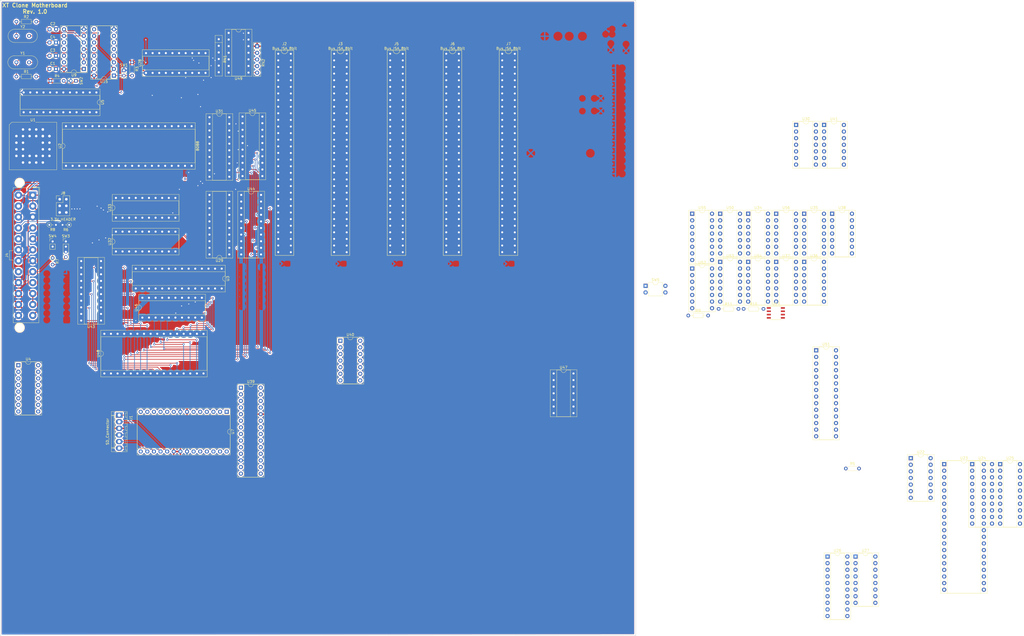
<source format=kicad_pcb>
(kicad_pcb (version 20171130) (host pcbnew 5.0.1+dfsg1-3~bpo9+1)
  (title_block (title "XT Clone Motherboard") (rev 1.0) (company UncheckedCast))
  (layers (0 F.Cu signal) (31 B.Cu signal) (34 B.Paste user) (35 F.Paste user) (36 B.SilkS user) (37 F.SilkS user) (38 B.Mask user) (39 F.Mask user) (44 Edge.Cuts user))
  (net 0 "")
  (net 1 "Net-(C1-Pad1)")
  (net 2 GND)
  (net 3 "Net-(C2-Pad1)")
  (net 4 "Net-(C3-Pad1)")
  (net 5 "Net-(C4-Pad1)")
  (net 6 /READY)
  (net 7 /SYS_CLK)
  (net 8 +5V)
  (net 9 /RESET)
  (net 10 "Net-(U15-Pad4)")
  (net 11 "Net-(U15-Pad3)")
  (net 12 "Net-(R3-Pad2)")
  (net 13 "Net-(R4-Pad2)")
  (net 14 "Net-(R5-Pad2)")
  (net 15 "/Divisible Clock/~RES")
  (net 16 "/HDD Controller/~RESET")
  (net 17 /DREQ3)
  (net 18 /DACK3)
  (net 19 "Net-(U22-Pad2)")
  (net 20 "Net-(U22-Pad5)")
  (net 21 /DMA/BUSEN)
  (net 22 "Net-(U23-Pad8)")
  (net 23 /DMA/DACK2)
  (net 24 "Net-(U24-Pad2)")
  (net 25 "/HDD Controller/MOSI")
  (net 26 "/HDD Controller/SS-CS")
  (net 27 "/HDD Controller/SCK")
  (net 28 "/HDD Controller/MISO")
  (net 29 "Net-(J4-Pad16)")
  (net 30 -12V)
  (net 31 +3V3)
  (net 32 "Net-(R6-Pad1)")
  (net 33 "Net-(R7-Pad2)")
  (net 34 "Net-(R8-Pad1)")
  (net 35 -5V)
  (net 36 +12V)
  (net 37 /IO-Decoder/IO_SigDecoder/IOCHCK)
  (net 38 "Net-(R10-Pad2)")
  (net 39 "Net-(R10-Pad1)")
  (net 40 "Net-(R11-Pad1)")
  (net 41 /~INTA)
  (net 42 /D0)
  (net 43 /D1)
  (net 44 /D2)
  (net 45 /D3)
  (net 46 /D4)
  (net 47 /D5)
  (net 48 /D6)
  (net 49 /D7)
  (net 50 "/HDD Controller/ADDR")
  (net 51 /DCLK)
  (net 52 /IO-Decoder/~DEN)
  (net 53 /IO-Decoder/AENBRD)
  (net 54 "Net-(U34-Pad2)")
  (net 55 "Net-(U35-Pad2)")
  (net 56 "Net-(U36-Pad3)")
  (net 57 "Net-(U37-Pad3)")
  (net 58 "Net-(U38-Pad12)")
  (net 59 /IO-Decoder/~IORC)
  (net 60 "Net-(U40-Pad6)")
  (net 61 "Net-(U40-Pad12)")
  (net 62 "Net-(U40-Pad5)")
  (net 63 /IO-Decoder/ROMADDR)
  (net 64 /IO-Decoder/XA9)
  (net 65 /IO-Decoder/XA8)
  (net 66 "Net-(U43-Pad1)")
  (net 67 /IO-Decoder/XA3)
  (net 68 /IO-Decoder/XA7)
  (net 69 /IO-Decoder/XA2)
  (net 70 /IO-Decoder/XA6)
  (net 71 /IO-Decoder/XA1)
  (net 72 /IO-Decoder/XA5)
  (net 73 /IO-Decoder/XA0)
  (net 74 /IO-Decoder/XA4)
  (net 75 /IO-Decoder/XA12)
  (net 76 /IO-Decoder/XA13)
  (net 77 /IO-Decoder/XA14)
  (net 78 /IO-Decoder/XA10)
  (net 79 /IO-Decoder/XA15)
  (net 80 /IO-Decoder/XA11)
  (net 81 /IO-Decoder/XA16)
  (net 82 /IO-Decoder/~XMEMW)
  (net 83 /IO-Decoder/XA17)
  (net 84 /IO-Decoder/XA18)
  (net 85 /IO-Decoder/XA19)
  (net 86 /IO-Decoder/XD7)
  (net 87 /IO-Decoder/XD6)
  (net 88 /IO-Decoder/XD5)
  (net 89 /IO-Decoder/XD4)
  (net 90 /IO-Decoder/XD3)
  (net 91 /IO-Decoder/XD2)
  (net 92 /IO-Decoder/XD1)
  (net 93 /IO-Decoder/XD0)
  (net 94 "Net-(U47-Pad3)")
  (net 95 /IO-Decoder/~CS6)
  (net 96 /IO-Decoder/~CS7)
  (net 97 /IO-Decoder/~XMEMR)
  (net 98 /IO-Decoder/IO_SigDecoder/~RESET)
  (net 99 /IO-Decoder/IO_SigDecoder/ALLOW_NMI)
  (net 100 "Net-(U53-Pad3)")
  (net 101 "Net-(U1-Pad26)")
  (net 102 "Net-(U1-Pad25)")
  (net 103 "Net-(U1-Pad19)")
  (net 104 /AD15)
  (net 105 /AD16)
  (net 106 /AD17)
  (net 107 /AD18)
  (net 108 /AD0)
  (net 109 /AD19)
  (net 110 /AD1)
  (net 111 /AD2)
  (net 112 /AD3)
  (net 113 /AD4)
  (net 114 /AD5)
  (net 115 /AD6)
  (net 116 /AD7)
  (net 117 /IO-Decoder/~S2)
  (net 118 /AD8)
  (net 119 /IO-Decoder/~S1)
  (net 120 /AD9)
  (net 121 /IO-Decoder/~S0)
  (net 122 /AD10)
  (net 123 /AD11)
  (net 124 /AD12)
  (net 125 /AD13)
  (net 126 /AD14)
  (net 127 /IO-Decoder/DT_~R)
  (net 128 "Net-(U28-Pad16)")
  (net 129 /IO-Decoder/~XIOW)
  (net 130 /IO-Decoder/~MRDC)
  (net 131 /IO-Decoder/~XIOR)
  (net 132 /IO-Decoder/~DMAAEN)
  (net 133 "/Divisible Clock/OSC_INT")
  (net 134 /IO-Decoder/~MWTC)
  (net 135 /DMA/TC)
  (net 136 "/HDD Controller/A16")
  (net 137 "/HDD Controller/A17")
  (net 138 "/HDD Controller/A18")
  (net 139 "/HDD Controller/A19")
  (net 140 /~IOW)
  (net 141 /CLK)
  (net 142 /ALE)
  (net 143 /OSC)
  (net 144 /AEN)
  (net 145 /~MEMW)
  (net 146 "Net-(BT1-Pad1)")
  (net 147 "Net-(C10-Pad2)")
  (net 148 "Net-(C11-Pad2)")
  (net 149 "Net-(J10-Pad2)")
  (net 150 "Net-(J10-Pad8)")
  (net 151 "Net-(J10-Pad10)")
  (net 152 "Net-(J10-Pad12)")
  (net 153 "Net-(J10-Pad14)")
  (net 154 "Net-(J10-Pad16)")
  (net 155 "Net-(J10-Pad18)")
  (net 156 "Net-(J10-Pad20)")
  (net 157 "Net-(J10-Pad22)")
  (net 158 "Net-(J10-Pad24)")
  (net 159 "Net-(J10-Pad26)")
  (net 160 "Net-(J10-Pad28)")
  (net 161 "Net-(J10-Pad30)")
  (net 162 "Net-(J10-Pad32)")
  (net 163 "Net-(J10-Pad34)")
  (net 164 "Net-(J11-Pad1)")
  (net 165 "Net-(J12-Pad9)")
  (net 166 "Net-(J12-Pad8)")
  (net 167 "Net-(J12-Pad7)")
  (net 168 "Net-(J12-Pad6)")
  (net 169 "Net-(J12-Pad4)")
  (net 170 "Net-(J12-Pad3)")
  (net 171 "Net-(J12-Pad2)")
  (net 172 "Net-(J12-Pad1)")
  (net 173 "Net-(J15-Pad17)")
  (net 174 "Net-(J15-Pad16)")
  (net 175 "Net-(J15-Pad15)")
  (net 176 "Net-(J15-Pad14)")
  (net 177 "Net-(J15-Pad13)")
  (net 178 "Net-(J15-Pad12)")
  (net 179 "Net-(J15-Pad11)")
  (net 180 "Net-(J15-Pad10)")
  (net 181 "Net-(J15-Pad9)")
  (net 182 "Net-(J15-Pad8)")
  (net 183 "Net-(J15-Pad7)")
  (net 184 "Net-(J15-Pad6)")
  (net 185 "Net-(J15-Pad5)")
  (net 186 "Net-(J15-Pad4)")
  (net 187 "Net-(J15-Pad3)")
  (net 188 "Net-(J15-Pad2)")
  (net 189 "Net-(J15-Pad1)")
  (net 190 "Net-(U6-Pad128)")
  (net 191 "Net-(U6-Pad127)")
  (net 192 "Net-(U6-Pad126)")
  (net 193 "Net-(U6-Pad125)")
  (net 194 "Net-(U6-Pad124)")
  (net 195 "Net-(U6-Pad123)")
  (net 196 "Net-(U6-Pad122)")
  (net 197 "Net-(U6-Pad120)")
  (net 198 "Net-(U8-Pad13)")
  (net 199 "Net-(C12-Pad1)")
  (net 200 "Net-(C13-Pad1)")
  (net 201 "Net-(R12-Pad1)")
  (net 202 /5V_SB)
  (net 203 /~IOR)
  (net 204 /~AEN)
  (net 205 /FDC-Serial/A15)
  (net 206 /FDC-Serial/A14)
  (net 207 /FDC-Serial/A13)
  (net 208 /FDC-Serial/A12)
  (net 209 /FDC-Serial/A11)
  (net 210 /FDC-Serial/A10)
  (net 211 /FDC-Serial/A9)
  (net 212 /FDC-Serial/A8)
  (net 213 /FDC-Serial/A7)
  (net 214 /FDC-Serial/A6)
  (net 215 /FDC-Serial/A5)
  (net 216 /FDC-Serial/A4)
  (net 217 /FDC-Serial/A3)
  (net 218 /FDC-Serial/A2)
  (net 219 /FDC-Serial/A1)
  (net 220 /FDC-Serial/A0)
  (net 221 /FDC-Serial/~DCD1)
  (net 222 /FDC-Serial/~RI1)
  (net 223 /FDC-Serial/~DTR1)
  (net 224 /FDC-Serial/~CTS1)
  (net 225 /FDC-Serial/~RTS1)
  (net 226 /FDC-Serial/~DSR1)
  (net 227 /FDC-Serial/TX1)
  (net 228 /FDC-Serial/RX1)
  (module Housings_DIP:DIP-40_W15.24mm_Socket (layer F.Cu) (at 37.338 75.692 90)
    (fp_text reference U2 (at 7.62 -2.33 90) (layer F.SilkS))
    (fp_text value 8088 (at 7.62 50.59 90) (layer F.SilkS))
    (pad 40 thru_hole oval (at 15.24 0 90) (size 1.6 1.6) (drill 0.8) (layers *.Cu *.Mask) (net 8 +5V))
    (pad 20 thru_hole oval (at 0 48.26 90) (size 1.6 1.6) (drill 0.8) (layers *.Cu *.Mask) (net 2 GND))
    (pad 39 thru_hole oval (at 15.24 2.54 90) (size 1.6 1.6) (drill 0.8) (layers *.Cu *.Mask) (net 104 /AD15))
    (pad 19 thru_hole oval (at 0 45.72 90) (size 1.6 1.6) (drill 0.8) (layers *.Cu *.Mask) (net 7 /SYS_CLK))
    (pad 38 thru_hole oval (at 15.24 5.08 90) (size 1.6 1.6) (drill 0.8) (layers *.Cu *.Mask) (net 105 /AD16))
    (pad 18 thru_hole oval (at 0 43.18 90) (size 1.6 1.6) (drill 0.8) (layers *.Cu *.Mask))
    (pad 37 thru_hole oval (at 15.24 7.62 90) (size 1.6 1.6) (drill 0.8) (layers *.Cu *.Mask) (net 106 /AD17))
    (pad 17 thru_hole oval (at 0 40.64 90) (size 1.6 1.6) (drill 0.8) (layers *.Cu *.Mask))
    (pad 36 thru_hole oval (at 15.24 10.16 90) (size 1.6 1.6) (drill 0.8) (layers *.Cu *.Mask) (net 107 /AD18))
    (pad 16 thru_hole oval (at 0 38.1 90) (size 1.6 1.6) (drill 0.8) (layers *.Cu *.Mask) (net 108 /AD0))
    (pad 35 thru_hole oval (at 15.24 12.7 90) (size 1.6 1.6) (drill 0.8) (layers *.Cu *.Mask) (net 109 /AD19))
    (pad 15 thru_hole oval (at 0 35.56 90) (size 1.6 1.6) (drill 0.8) (layers *.Cu *.Mask) (net 110 /AD1))
    (pad 34 thru_hole oval (at 15.24 15.24 90) (size 1.6 1.6) (drill 0.8) (layers *.Cu *.Mask))
    (pad 14 thru_hole oval (at 0 33.02 90) (size 1.6 1.6) (drill 0.8) (layers *.Cu *.Mask) (net 111 /AD2))
    (pad 33 thru_hole oval (at 15.24 17.78 90) (size 1.6 1.6) (drill 0.8) (layers *.Cu *.Mask) (net 2 GND))
    (pad 13 thru_hole oval (at 0 30.48 90) (size 1.6 1.6) (drill 0.8) (layers *.Cu *.Mask) (net 112 /AD3))
    (pad 32 thru_hole oval (at 15.24 20.32 90) (size 1.6 1.6) (drill 0.8) (layers *.Cu *.Mask))
    (pad 12 thru_hole oval (at 0 27.94 90) (size 1.6 1.6) (drill 0.8) (layers *.Cu *.Mask) (net 113 /AD4))
    (pad 31 thru_hole oval (at 15.24 22.86 90) (size 1.6 1.6) (drill 0.8) (layers *.Cu *.Mask))
    (pad 11 thru_hole oval (at 0 25.4 90) (size 1.6 1.6) (drill 0.8) (layers *.Cu *.Mask) (net 114 /AD5))
    (pad 30 thru_hole oval (at 15.24 25.4 90) (size 1.6 1.6) (drill 0.8) (layers *.Cu *.Mask))
    (pad 10 thru_hole oval (at 0 22.86 90) (size 1.6 1.6) (drill 0.8) (layers *.Cu *.Mask) (net 115 /AD6))
    (pad 29 thru_hole oval (at 15.24 27.94 90) (size 1.6 1.6) (drill 0.8) (layers *.Cu *.Mask))
    (pad 9 thru_hole oval (at 0 20.32 90) (size 1.6 1.6) (drill 0.8) (layers *.Cu *.Mask) (net 116 /AD7))
    (pad 28 thru_hole oval (at 15.24 30.48 90) (size 1.6 1.6) (drill 0.8) (layers *.Cu *.Mask) (net 117 /IO-Decoder/~S2))
    (pad 8 thru_hole oval (at 0 17.78 90) (size 1.6 1.6) (drill 0.8) (layers *.Cu *.Mask) (net 118 /AD8))
    (pad 27 thru_hole oval (at 15.24 33.02 90) (size 1.6 1.6) (drill 0.8) (layers *.Cu *.Mask) (net 119 /IO-Decoder/~S1))
    (pad 7 thru_hole oval (at 0 15.24 90) (size 1.6 1.6) (drill 0.8) (layers *.Cu *.Mask) (net 120 /AD9))
    (pad 26 thru_hole oval (at 15.24 35.56 90) (size 1.6 1.6) (drill 0.8) (layers *.Cu *.Mask) (net 121 /IO-Decoder/~S0))
    (pad 6 thru_hole oval (at 0 12.7 90) (size 1.6 1.6) (drill 0.8) (layers *.Cu *.Mask) (net 122 /AD10))
    (pad 25 thru_hole oval (at 15.24 38.1 90) (size 1.6 1.6) (drill 0.8) (layers *.Cu *.Mask))
    (pad 5 thru_hole oval (at 0 10.16 90) (size 1.6 1.6) (drill 0.8) (layers *.Cu *.Mask) (net 123 /AD11))
    (pad 24 thru_hole oval (at 15.24 40.64 90) (size 1.6 1.6) (drill 0.8) (layers *.Cu *.Mask))
    (pad 4 thru_hole oval (at 0 7.62 90) (size 1.6 1.6) (drill 0.8) (layers *.Cu *.Mask) (net 124 /AD12))
    (pad 23 thru_hole oval (at 15.24 43.18 90) (size 1.6 1.6) (drill 0.8) (layers *.Cu *.Mask))
    (pad 3 thru_hole oval (at 0 5.08 90) (size 1.6 1.6) (drill 0.8) (layers *.Cu *.Mask) (net 125 /AD13))
    (pad 22 thru_hole oval (at 15.24 45.72 90) (size 1.6 1.6) (drill 0.8) (layers *.Cu *.Mask) (net 6 /READY))
    (pad 2 thru_hole oval (at 0 2.54 90) (size 1.6 1.6) (drill 0.8) (layers *.Cu *.Mask) (net 126 /AD14))
    (pad 21 thru_hole oval (at 15.24 48.26 90) (size 1.6 1.6) (drill 0.8) (layers *.Cu *.Mask) (net 9 /RESET))
    (pad 1 thru_hole rect (at 0 0 90) (size 1.6 1.6) (drill 0.8) (layers *.Cu *.Mask) (net 2 GND))
  )
  (module Capacitors_THT:C_Disc_D3.0mm_W1.6mm_P2.50mm (layer F.Cu) (at 30.988 38.481)
    (fp_text reference C1 (at 1.25 -2.11) (layer F.SilkS))
    (fp_text value 33p)
    (pad 1 thru_hole circle (at 0 0) (size 1.6 1.6) (drill 0.8) (layers *.Cu *.Mask) (net 1 "Net-(C1-Pad1)"))
    (pad 2 thru_hole circle (at 2.5 0) (size 1.6 1.6) (drill 0.8) (layers *.Cu *.Mask) (net 2 GND))
  )
  (module Capacitors_THT:C_Disc_D3.0mm_W1.6mm_P2.50mm (layer F.Cu) (at 31.028 23.241)
    (fp_text reference C2 (at 1.25 -2.11) (layer F.SilkS))
    (fp_text value 30p)
    (pad 2 thru_hole circle (at 2.5 0) (size 1.6 1.6) (drill 0.8) (layers *.Cu *.Mask) (net 2 GND))
    (pad 1 thru_hole circle (at 0 0) (size 1.6 1.6) (drill 0.8) (layers *.Cu *.Mask) (net 3 "Net-(C2-Pad1)"))
  )
  (module Capacitors_THT:C_Disc_D3.0mm_W1.6mm_P2.50mm (layer F.Cu) (at 30.988 33.401)
    (fp_text reference C3 (at 1.25 -2.11) (layer F.SilkS))
    (fp_text value 33p)
    (pad 2 thru_hole circle (at 2.5 0) (size 1.6 1.6) (drill 0.8) (layers *.Cu *.Mask) (net 2 GND))
    (pad 1 thru_hole circle (at 0 0) (size 1.6 1.6) (drill 0.8) (layers *.Cu *.Mask) (net 4 "Net-(C3-Pad1)"))
  )
  (module Capacitors_THT:C_Disc_D3.0mm_W1.6mm_P2.50mm (layer F.Cu) (at 30.988 28.321)
    (fp_text reference C4 (at 1.25 -2.11) (layer F.SilkS))
    (fp_text value 30p)
    (pad 1 thru_hole circle (at 0 0) (size 1.6 1.6) (drill 0.8) (layers *.Cu *.Mask) (net 5 "Net-(C4-Pad1)"))
    (pad 2 thru_hole circle (at 2.5 0) (size 1.6 1.6) (drill 0.8) (layers *.Cu *.Mask) (net 2 GND))
  )
  (module Resistors_THT:R_Axial_DIN0204_L3.6mm_D1.6mm_P7.62mm_Horizontal (layer F.Cu) (at 18.288 41.402)
    (fp_text reference R1 (at 3.81 -1.86) (layer F.SilkS))
    (fp_text value 1M)
    (pad 1 thru_hole circle (at 0 0) (size 1.4 1.4) (drill 0.7) (layers *.Cu *.Mask) (net 4 "Net-(C3-Pad1)"))
    (pad 2 thru_hole oval (at 7.62 0) (size 1.4 1.4) (drill 0.7) (layers *.Cu *.Mask) (net 1 "Net-(C1-Pad1)"))
  )
  (module Resistors_THT:R_Axial_DIN0204_L3.6mm_D1.6mm_P7.62mm_Horizontal (layer F.Cu) (at 18.288 20.32)
    (fp_text reference R2 (at 3.81 -1.86) (layer F.SilkS))
    (fp_text value 1M)
    (pad 2 thru_hole oval (at 7.62 0) (size 1.4 1.4) (drill 0.7) (layers *.Cu *.Mask) (net 3 "Net-(C2-Pad1)"))
    (pad 1 thru_hole circle (at 0 0) (size 1.4 1.4) (drill 0.7) (layers *.Cu *.Mask) (net 5 "Net-(C4-Pad1)"))
  )
  (module Housings_DIP:DIP-16_W7.62mm_Socket (layer F.Cu) (at 55.753 41.021 180)
    (fp_text reference U15 (at 3.81 -2.33 180) (layer F.SilkS))
    (fp_text value 74LS257)
    (pad 16 thru_hole oval (at 7.62 0 180) (size 1.6 1.6) (drill 0.8) (layers *.Cu *.Mask) (net 8 +5V))
    (pad 8 thru_hole oval (at 0 17.78 180) (size 1.6 1.6) (drill 0.8) (layers *.Cu *.Mask) (net 2 GND))
    (pad 15 thru_hole oval (at 7.62 2.54 180) (size 1.6 1.6) (drill 0.8) (layers *.Cu *.Mask) (net 13 "Net-(R4-Pad2)"))
    (pad 7 thru_hole oval (at 0 15.24 180) (size 1.6 1.6) (drill 0.8) (layers *.Cu *.Mask))
    (pad 14 thru_hole oval (at 7.62 5.08 180) (size 1.6 1.6) (drill 0.8) (layers *.Cu *.Mask))
    (pad 6 thru_hole oval (at 0 12.7 180) (size 1.6 1.6) (drill 0.8) (layers *.Cu *.Mask))
    (pad 13 thru_hole oval (at 7.62 7.62 180) (size 1.6 1.6) (drill 0.8) (layers *.Cu *.Mask))
    (pad 5 thru_hole oval (at 0 10.16 180) (size 1.6 1.6) (drill 0.8) (layers *.Cu *.Mask))
    (pad 12 thru_hole oval (at 7.62 10.16 180) (size 1.6 1.6) (drill 0.8) (layers *.Cu *.Mask))
    (pad 4 thru_hole oval (at 0 7.62 180) (size 1.6 1.6) (drill 0.8) (layers *.Cu *.Mask) (net 10 "Net-(U15-Pad4)"))
    (pad 11 thru_hole oval (at 7.62 12.7 180) (size 1.6 1.6) (drill 0.8) (layers *.Cu *.Mask))
    (pad 3 thru_hole oval (at 0 5.08 180) (size 1.6 1.6) (drill 0.8) (layers *.Cu *.Mask) (net 11 "Net-(U15-Pad3)"))
    (pad 10 thru_hole oval (at 7.62 15.24 180) (size 1.6 1.6) (drill 0.8) (layers *.Cu *.Mask))
    (pad 2 thru_hole oval (at 0 2.54 180) (size 1.6 1.6) (drill 0.8) (layers *.Cu *.Mask) (net 133 "/Divisible Clock/OSC_INT"))
    (pad 9 thru_hole oval (at 7.62 17.78 180) (size 1.6 1.6) (drill 0.8) (layers *.Cu *.Mask))
    (pad 1 thru_hole rect (at 0 0 180) (size 1.6 1.6) (drill 0.8) (layers *.Cu *.Mask) (net 12 "Net-(R3-Pad2)"))
  )
  (module Crystals:Crystal_HC49-4H_Vertical (layer F.Cu) (at 18.288 35.941)
    (fp_text reference Y1 (at 2.44 -3.525) (layer F.SilkS))
    (fp_text value "14.31818 MHz")
    (pad 2 thru_hole circle (at 4.88 0) (size 1.5 1.5) (drill 0.8) (layers *.Cu *.Mask) (net 1 "Net-(C1-Pad1)"))
    (pad 1 thru_hole circle (at 0 0) (size 1.5 1.5) (drill 0.8) (layers *.Cu *.Mask) (net 4 "Net-(C3-Pad1)"))
  )
  (module Crystals:Crystal_HC49-U_Vertical (layer F.Cu) (at 18.288 25.781)
    (fp_text reference Y2 (at 2.44 -3.525) (layer F.SilkS))
    (fp_text value "24.000 MHz")
    (pad 2 thru_hole circle (at 4.88 0) (size 1.5 1.5) (drill 0.8) (layers *.Cu *.Mask) (net 3 "Net-(C2-Pad1)"))
    (pad 1 thru_hole circle (at 0 0) (size 1.5 1.5) (drill 0.8) (layers *.Cu *.Mask) (net 5 "Net-(C4-Pad1)"))
  )
  (module Resistors_THT:R_Axial_DIN0204_L3.6mm_D1.6mm_P5.08mm_Horizontal (layer F.Cu) (at 62.738 35.941 270)
    (fp_text reference R3 (at 2.54 -1.86 270) (layer F.SilkS))
    (fp_text value 10k)
    (pad 2 thru_hole oval (at 5.08 0 270) (size 1.4 1.4) (drill 0.7) (layers *.Cu *.Mask) (net 12 "Net-(R3-Pad2)"))
    (pad 1 thru_hole circle (at 0 0 270) (size 1.4 1.4) (drill 0.7) (layers *.Cu *.Mask) (net 8 +5V))
  )
  (module Resistors_THT:R_Axial_DIN0204_L3.6mm_D1.6mm_P5.08mm_Horizontal (layer F.Cu) (at 31.369 43.053)
    (fp_text reference R4 (at 2.54 -1.86) (layer F.SilkS))
    (fp_text value 10k)
    (pad 1 thru_hole circle (at 0 0) (size 1.4 1.4) (drill 0.7) (layers *.Cu *.Mask) (net 8 +5V))
    (pad 2 thru_hole oval (at 5.08 0) (size 1.4 1.4) (drill 0.7) (layers *.Cu *.Mask) (net 13 "Net-(R4-Pad2)"))
  )
  (module Resistors_THT:R_Axial_DIN0204_L3.6mm_D1.6mm_P5.08mm_Horizontal (layer F.Cu) (at 336.890001 191.961001)
    (fp_text reference R5 (at 2.54 -1.86) (layer F.SilkS))
    (fp_text value R)
    (pad 2 thru_hole oval (at 5.08 0) (size 1.4 1.4) (drill 0.7) (layers *.Cu *.Mask) (net 14 "Net-(R5-Pad2)"))
    (pad 1 thru_hole circle (at 0 0) (size 1.4 1.4) (drill 0.7) (layers *.Cu *.Mask) (net 8 +5V))
  )
  (module Pin_Headers:Pin_Header_Straight_1x02_Pitch2.00mm (layer F.Cu) (at 59.563 39.021)
    (fp_text reference SW1 (at 0 -2.06) (layer F.SilkS))
    (fp_text value TURBO)
    (pad 2 thru_hole oval (at 0 2) (size 1.35 1.35) (drill 0.8) (layers *.Cu *.Mask) (net 12 "Net-(R3-Pad2)"))
    (pad 1 thru_hole rect (at 0 0) (size 1.35 1.35) (drill 0.8) (layers *.Cu *.Mask) (net 2 GND))
  )
  (module Pin_Headers:Pin_Header_Straight_1x02_Pitch2.00mm (layer F.Cu) (at 41.148 43.053 270)
    (fp_text reference SW2 (at 0 -2.06 270) (layer F.SilkS))
    (fp_text value FREEZE)
    (pad 1 thru_hole rect (at 0 0 270) (size 1.35 1.35) (drill 0.8) (layers *.Cu *.Mask) (net 13 "Net-(R4-Pad2)"))
    (pad 2 thru_hole oval (at 0 2 270) (size 1.35 1.35) (drill 0.8) (layers *.Cu *.Mask) (net 2 GND))
  )
  (module Housings_DIP:DIP-28_W7.62mm_Socket (layer F.Cu) (at 97.155 115.189 270)
    (fp_text reference U3 (at 3.81 -2.33 270) (layer F.SilkS))
    (fp_text value 8259)
    (pad 28 thru_hole oval (at 7.62 0 270) (size 1.6 1.6) (drill 0.8) (layers *.Cu *.Mask))
    (pad 14 thru_hole oval (at 0 33.02 270) (size 1.6 1.6) (drill 0.8) (layers *.Cu *.Mask))
    (pad 27 thru_hole oval (at 7.62 2.54 270) (size 1.6 1.6) (drill 0.8) (layers *.Cu *.Mask))
    (pad 13 thru_hole oval (at 0 30.48 270) (size 1.6 1.6) (drill 0.8) (layers *.Cu *.Mask))
    (pad 26 thru_hole oval (at 7.62 5.08 270) (size 1.6 1.6) (drill 0.8) (layers *.Cu *.Mask) (net 41 /~INTA))
    (pad 12 thru_hole oval (at 0 27.94 270) (size 1.6 1.6) (drill 0.8) (layers *.Cu *.Mask))
    (pad 25 thru_hole oval (at 7.62 7.62 270) (size 1.6 1.6) (drill 0.8) (layers *.Cu *.Mask))
    (pad 11 thru_hole oval (at 0 25.4 270) (size 1.6 1.6) (drill 0.8) (layers *.Cu *.Mask) (net 42 /D0))
    (pad 24 thru_hole oval (at 7.62 10.16 270) (size 1.6 1.6) (drill 0.8) (layers *.Cu *.Mask))
    (pad 10 thru_hole oval (at 0 22.86 270) (size 1.6 1.6) (drill 0.8) (layers *.Cu *.Mask) (net 43 /D1))
    (pad 23 thru_hole oval (at 7.62 12.7 270) (size 1.6 1.6) (drill 0.8) (layers *.Cu *.Mask))
    (pad 9 thru_hole oval (at 0 20.32 270) (size 1.6 1.6) (drill 0.8) (layers *.Cu *.Mask) (net 44 /D2))
    (pad 22 thru_hole oval (at 7.62 15.24 270) (size 1.6 1.6) (drill 0.8) (layers *.Cu *.Mask))
    (pad 8 thru_hole oval (at 0 17.78 270) (size 1.6 1.6) (drill 0.8) (layers *.Cu *.Mask) (net 45 /D3))
    (pad 21 thru_hole oval (at 7.62 17.78 270) (size 1.6 1.6) (drill 0.8) (layers *.Cu *.Mask))
    (pad 7 thru_hole oval (at 0 15.24 270) (size 1.6 1.6) (drill 0.8) (layers *.Cu *.Mask) (net 46 /D4))
    (pad 20 thru_hole oval (at 7.62 20.32 270) (size 1.6 1.6) (drill 0.8) (layers *.Cu *.Mask))
    (pad 6 thru_hole oval (at 0 12.7 270) (size 1.6 1.6) (drill 0.8) (layers *.Cu *.Mask) (net 47 /D5))
    (pad 19 thru_hole oval (at 7.62 22.86 270) (size 1.6 1.6) (drill 0.8) (layers *.Cu *.Mask))
    (pad 5 thru_hole oval (at 0 10.16 270) (size 1.6 1.6) (drill 0.8) (layers *.Cu *.Mask) (net 48 /D6))
    (pad 18 thru_hole oval (at 7.62 25.4 270) (size 1.6 1.6) (drill 0.8) (layers *.Cu *.Mask))
    (pad 4 thru_hole oval (at 0 7.62 270) (size 1.6 1.6) (drill 0.8) (layers *.Cu *.Mask) (net 49 /D7))
    (pad 17 thru_hole oval (at 7.62 27.94 270) (size 1.6 1.6) (drill 0.8) (layers *.Cu *.Mask))
    (pad 3 thru_hole oval (at 0 5.08 270) (size 1.6 1.6) (drill 0.8) (layers *.Cu *.Mask))
    (pad 16 thru_hole oval (at 7.62 30.48 270) (size 1.6 1.6) (drill 0.8) (layers *.Cu *.Mask))
    (pad 2 thru_hole oval (at 0 2.54 270) (size 1.6 1.6) (drill 0.8) (layers *.Cu *.Mask))
    (pad 15 thru_hole oval (at 7.62 33.02 270) (size 1.6 1.6) (drill 0.8) (layers *.Cu *.Mask))
    (pad 1 thru_hole rect (at 0 0 270) (size 1.6 1.6) (drill 0.8) (layers *.Cu *.Mask))
  )
  (module Housings_DIP:DIP-28_W15.24mm_Socket (layer F.Cu) (at 99.06 170.18 270)
    (fp_text reference U7 (at 7.62 -2.33 270) (layer F.SilkS))
    (fp_text value ATmega328-PU)
    (pad 28 thru_hole oval (at 15.24 0 270) (size 1.6 1.6) (drill 0.8) (layers *.Cu *.Mask) (net 220 /FDC-Serial/A0))
    (pad 14 thru_hole oval (at 0 33.02 270) (size 1.6 1.6) (drill 0.8) (layers *.Cu *.Mask) (net 17 /DREQ3))
    (pad 27 thru_hole oval (at 15.24 2.54 270) (size 1.6 1.6) (drill 0.8) (layers *.Cu *.Mask) (net 219 /FDC-Serial/A1))
    (pad 13 thru_hole oval (at 0 30.48 270) (size 1.6 1.6) (drill 0.8) (layers *.Cu *.Mask) (net 49 /D7))
    (pad 26 thru_hole oval (at 15.24 5.08 270) (size 1.6 1.6) (drill 0.8) (layers *.Cu *.Mask) (net 50 "/HDD Controller/ADDR"))
    (pad 12 thru_hole oval (at 0 27.94 270) (size 1.6 1.6) (drill 0.8) (layers *.Cu *.Mask) (net 48 /D6))
    (pad 25 thru_hole oval (at 15.24 7.62 270) (size 1.6 1.6) (drill 0.8) (layers *.Cu *.Mask))
    (pad 11 thru_hole oval (at 0 25.4 270) (size 1.6 1.6) (drill 0.8) (layers *.Cu *.Mask) (net 47 /D5))
    (pad 24 thru_hole oval (at 15.24 10.16 270) (size 1.6 1.6) (drill 0.8) (layers *.Cu *.Mask) (net 203 /~IOR))
    (pad 10 thru_hole oval (at 0 22.86 270) (size 1.6 1.6) (drill 0.8) (layers *.Cu *.Mask) (net 204 /~AEN))
    (pad 23 thru_hole oval (at 15.24 12.7 270) (size 1.6 1.6) (drill 0.8) (layers *.Cu *.Mask) (net 140 /~IOW))
    (pad 9 thru_hole oval (at 0 20.32 270) (size 1.6 1.6) (drill 0.8) (layers *.Cu *.Mask))
    (pad 22 thru_hole oval (at 15.24 15.24 270) (size 1.6 1.6) (drill 0.8) (layers *.Cu *.Mask) (net 2 GND))
    (pad 8 thru_hole oval (at 0 17.78 270) (size 1.6 1.6) (drill 0.8) (layers *.Cu *.Mask) (net 2 GND))
    (pad 21 thru_hole oval (at 15.24 17.78 270) (size 1.6 1.6) (drill 0.8) (layers *.Cu *.Mask) (net 8 +5V))
    (pad 7 thru_hole oval (at 0 15.24 270) (size 1.6 1.6) (drill 0.8) (layers *.Cu *.Mask) (net 8 +5V))
    (pad 20 thru_hole oval (at 15.24 20.32 270) (size 1.6 1.6) (drill 0.8) (layers *.Cu *.Mask) (net 8 +5V))
    (pad 6 thru_hole oval (at 0 12.7 270) (size 1.6 1.6) (drill 0.8) (layers *.Cu *.Mask) (net 46 /D4))
    (pad 19 thru_hole oval (at 15.24 22.86 270) (size 1.6 1.6) (drill 0.8) (layers *.Cu *.Mask) (net 27 "/HDD Controller/SCK"))
    (pad 5 thru_hole oval (at 0 10.16 270) (size 1.6 1.6) (drill 0.8) (layers *.Cu *.Mask) (net 45 /D3))
    (pad 18 thru_hole oval (at 15.24 25.4 270) (size 1.6 1.6) (drill 0.8) (layers *.Cu *.Mask) (net 28 "/HDD Controller/MISO"))
    (pad 4 thru_hole oval (at 0 7.62 270) (size 1.6 1.6) (drill 0.8) (layers *.Cu *.Mask) (net 44 /D2))
    (pad 17 thru_hole oval (at 15.24 27.94 270) (size 1.6 1.6) (drill 0.8) (layers *.Cu *.Mask) (net 25 "/HDD Controller/MOSI"))
    (pad 3 thru_hole oval (at 0 5.08 270) (size 1.6 1.6) (drill 0.8) (layers *.Cu *.Mask) (net 43 /D1))
    (pad 16 thru_hole oval (at 15.24 30.48 270) (size 1.6 1.6) (drill 0.8) (layers *.Cu *.Mask) (net 26 "/HDD Controller/SS-CS"))
    (pad 2 thru_hole oval (at 0 2.54 270) (size 1.6 1.6) (drill 0.8) (layers *.Cu *.Mask) (net 42 /D0))
    (pad 15 thru_hole oval (at 15.24 33.02 270) (size 1.6 1.6) (drill 0.8) (layers *.Cu *.Mask) (net 18 /DACK3))
    (pad 1 thru_hole rect (at 0 0 270) (size 1.6 1.6) (drill 0.8) (layers *.Cu *.Mask) (net 16 "/HDD Controller/~RESET"))
  )
  (module Housings_DIP:DIP-14_W7.62mm_Socket (layer F.Cu) (at 44.196 38.481 180)
    (fp_text reference U9 (at 3.81 -2.33 180) (layer F.SilkS))
    (fp_text value 40106)
    (pad 1 thru_hole rect (at 0 0 180) (size 1.6 1.6) (drill 0.8) (layers *.Cu *.Mask) (net 1 "Net-(C1-Pad1)"))
    (pad 8 thru_hole oval (at 7.62 15.24 180) (size 1.6 1.6) (drill 0.8) (layers *.Cu *.Mask) (net 11 "Net-(U15-Pad3)"))
    (pad 2 thru_hole oval (at 0 2.54 180) (size 1.6 1.6) (drill 0.8) (layers *.Cu *.Mask) (net 4 "Net-(C3-Pad1)"))
    (pad 9 thru_hole oval (at 7.62 12.7 180) (size 1.6 1.6) (drill 0.8) (layers *.Cu *.Mask) (net 5 "Net-(C4-Pad1)"))
    (pad 3 thru_hole oval (at 0 5.08 180) (size 1.6 1.6) (drill 0.8) (layers *.Cu *.Mask) (net 4 "Net-(C3-Pad1)"))
    (pad 10 thru_hole oval (at 7.62 10.16 180) (size 1.6 1.6) (drill 0.8) (layers *.Cu *.Mask))
    (pad 4 thru_hole oval (at 0 7.62 180) (size 1.6 1.6) (drill 0.8) (layers *.Cu *.Mask) (net 133 "/Divisible Clock/OSC_INT"))
    (pad 11 thru_hole oval (at 7.62 7.62 180) (size 1.6 1.6) (drill 0.8) (layers *.Cu *.Mask))
    (pad 5 thru_hole oval (at 0 10.16 180) (size 1.6 1.6) (drill 0.8) (layers *.Cu *.Mask) (net 3 "Net-(C2-Pad1)"))
    (pad 12 thru_hole oval (at 7.62 5.08 180) (size 1.6 1.6) (drill 0.8) (layers *.Cu *.Mask))
    (pad 6 thru_hole oval (at 0 12.7 180) (size 1.6 1.6) (drill 0.8) (layers *.Cu *.Mask) (net 5 "Net-(C4-Pad1)"))
    (pad 13 thru_hole oval (at 7.62 2.54 180) (size 1.6 1.6) (drill 0.8) (layers *.Cu *.Mask))
    (pad 7 thru_hole oval (at 0 15.24 180) (size 1.6 1.6) (drill 0.8) (layers *.Cu *.Mask) (net 2 GND))
    (pad 14 thru_hole oval (at 7.62 0 180) (size 1.6 1.6) (drill 0.8) (layers *.Cu *.Mask) (net 8 +5V))
  )
  (module Housings_DIP:DIP-14_W7.62mm_Socket (layer F.Cu) (at 361.845001 187.975001)
    (fp_text reference U22 (at 3.81 -2.33) (layer F.SilkS))
    (fp_text value 74HC74)
    (pad 1 thru_hole rect (at 0 0) (size 1.6 1.6) (drill 0.8) (layers *.Cu *.Mask) (net 8 +5V))
    (pad 8 thru_hole oval (at 7.62 15.24) (size 1.6 1.6) (drill 0.8) (layers *.Cu *.Mask))
    (pad 2 thru_hole oval (at 0 2.54) (size 1.6 1.6) (drill 0.8) (layers *.Cu *.Mask) (net 19 "Net-(U22-Pad2)"))
    (pad 9 thru_hole oval (at 7.62 12.7) (size 1.6 1.6) (drill 0.8) (layers *.Cu *.Mask))
    (pad 3 thru_hole oval (at 0 5.08) (size 1.6 1.6) (drill 0.8) (layers *.Cu *.Mask) (net 51 /DCLK))
    (pad 10 thru_hole oval (at 7.62 10.16) (size 1.6 1.6) (drill 0.8) (layers *.Cu *.Mask))
    (pad 4 thru_hole oval (at 0 7.62) (size 1.6 1.6) (drill 0.8) (layers *.Cu *.Mask) (net 8 +5V))
    (pad 11 thru_hole oval (at 7.62 7.62) (size 1.6 1.6) (drill 0.8) (layers *.Cu *.Mask))
    (pad 5 thru_hole oval (at 0 10.16) (size 1.6 1.6) (drill 0.8) (layers *.Cu *.Mask) (net 20 "Net-(U22-Pad5)"))
    (pad 12 thru_hole oval (at 7.62 5.08) (size 1.6 1.6) (drill 0.8) (layers *.Cu *.Mask))
    (pad 6 thru_hole oval (at 0 12.7) (size 1.6 1.6) (drill 0.8) (layers *.Cu *.Mask) (net 19 "Net-(U22-Pad2)"))
    (pad 13 thru_hole oval (at 7.62 2.54) (size 1.6 1.6) (drill 0.8) (layers *.Cu *.Mask))
    (pad 7 thru_hole oval (at 0 15.24) (size 1.6 1.6) (drill 0.8) (layers *.Cu *.Mask))
    (pad 14 thru_hole oval (at 7.62 0) (size 1.6 1.6) (drill 0.8) (layers *.Cu *.Mask))
  )
  (module Housings_DIP:DIP-20_W7.62mm_Socket (layer F.Cu) (at 385.430001 190.261001)
    (fp_text reference U24 (at 3.81 -2.33) (layer F.SilkS))
    (fp_text value 74LS04)
    (pad 20 thru_hole oval (at 7.62 0) (size 1.6 1.6) (drill 0.8) (layers *.Cu *.Mask))
    (pad 10 thru_hole oval (at 0 22.86) (size 1.6 1.6) (drill 0.8) (layers *.Cu *.Mask))
    (pad 19 thru_hole oval (at 7.62 2.54) (size 1.6 1.6) (drill 0.8) (layers *.Cu *.Mask))
    (pad 9 thru_hole oval (at 0 20.32) (size 1.6 1.6) (drill 0.8) (layers *.Cu *.Mask))
    (pad 18 thru_hole oval (at 7.62 5.08) (size 1.6 1.6) (drill 0.8) (layers *.Cu *.Mask))
    (pad 8 thru_hole oval (at 0 17.78) (size 1.6 1.6) (drill 0.8) (layers *.Cu *.Mask))
    (pad 17 thru_hole oval (at 7.62 7.62) (size 1.6 1.6) (drill 0.8) (layers *.Cu *.Mask))
    (pad 7 thru_hole oval (at 0 15.24) (size 1.6 1.6) (drill 0.8) (layers *.Cu *.Mask))
    (pad 16 thru_hole oval (at 7.62 10.16) (size 1.6 1.6) (drill 0.8) (layers *.Cu *.Mask))
    (pad 6 thru_hole oval (at 0 12.7) (size 1.6 1.6) (drill 0.8) (layers *.Cu *.Mask))
    (pad 15 thru_hole oval (at 7.62 12.7) (size 1.6 1.6) (drill 0.8) (layers *.Cu *.Mask))
    (pad 5 thru_hole oval (at 0 10.16) (size 1.6 1.6) (drill 0.8) (layers *.Cu *.Mask))
    (pad 14 thru_hole oval (at 7.62 15.24) (size 1.6 1.6) (drill 0.8) (layers *.Cu *.Mask))
    (pad 4 thru_hole oval (at 0 7.62) (size 1.6 1.6) (drill 0.8) (layers *.Cu *.Mask) (net 135 /DMA/TC))
    (pad 13 thru_hole oval (at 7.62 17.78) (size 1.6 1.6) (drill 0.8) (layers *.Cu *.Mask))
    (pad 3 thru_hole oval (at 0 5.08) (size 1.6 1.6) (drill 0.8) (layers *.Cu *.Mask) (net 14 "Net-(R5-Pad2)"))
    (pad 12 thru_hole oval (at 7.62 20.32) (size 1.6 1.6) (drill 0.8) (layers *.Cu *.Mask))
    (pad 2 thru_hole oval (at 0 2.54) (size 1.6 1.6) (drill 0.8) (layers *.Cu *.Mask) (net 24 "Net-(U24-Pad2)"))
    (pad 11 thru_hole oval (at 7.62 22.86) (size 1.6 1.6) (drill 0.8) (layers *.Cu *.Mask))
    (pad 1 thru_hole rect (at 0 0) (size 1.6 1.6) (drill 0.8) (layers *.Cu *.Mask) (net 21 /DMA/BUSEN))
  )
  (module Housings_DIP:DIP-20_W7.62mm_Socket (layer F.Cu) (at 396.180001 190.261001)
    (fp_text reference U25 (at 3.81 -2.33) (layer F.SilkS))
    (fp_text value 74LS573)
    (pad 1 thru_hole rect (at 0 0) (size 1.6 1.6) (drill 0.8) (layers *.Cu *.Mask) (net 24 "Net-(U24-Pad2)"))
    (pad 11 thru_hole oval (at 7.62 22.86) (size 1.6 1.6) (drill 0.8) (layers *.Cu *.Mask) (net 22 "Net-(U23-Pad8)"))
    (pad 2 thru_hole oval (at 0 2.54) (size 1.6 1.6) (drill 0.8) (layers *.Cu *.Mask))
    (pad 12 thru_hole oval (at 7.62 20.32) (size 1.6 1.6) (drill 0.8) (layers *.Cu *.Mask))
    (pad 3 thru_hole oval (at 0 5.08) (size 1.6 1.6) (drill 0.8) (layers *.Cu *.Mask))
    (pad 13 thru_hole oval (at 7.62 17.78) (size 1.6 1.6) (drill 0.8) (layers *.Cu *.Mask))
    (pad 4 thru_hole oval (at 0 7.62) (size 1.6 1.6) (drill 0.8) (layers *.Cu *.Mask))
    (pad 14 thru_hole oval (at 7.62 15.24) (size 1.6 1.6) (drill 0.8) (layers *.Cu *.Mask))
    (pad 5 thru_hole oval (at 0 10.16) (size 1.6 1.6) (drill 0.8) (layers *.Cu *.Mask))
    (pad 15 thru_hole oval (at 7.62 12.7) (size 1.6 1.6) (drill 0.8) (layers *.Cu *.Mask))
    (pad 6 thru_hole oval (at 0 12.7) (size 1.6 1.6) (drill 0.8) (layers *.Cu *.Mask))
    (pad 16 thru_hole oval (at 7.62 10.16) (size 1.6 1.6) (drill 0.8) (layers *.Cu *.Mask))
    (pad 7 thru_hole oval (at 0 15.24) (size 1.6 1.6) (drill 0.8) (layers *.Cu *.Mask))
    (pad 17 thru_hole oval (at 7.62 7.62) (size 1.6 1.6) (drill 0.8) (layers *.Cu *.Mask))
    (pad 8 thru_hole oval (at 0 17.78) (size 1.6 1.6) (drill 0.8) (layers *.Cu *.Mask))
    (pad 18 thru_hole oval (at 7.62 5.08) (size 1.6 1.6) (drill 0.8) (layers *.Cu *.Mask))
    (pad 9 thru_hole oval (at 0 20.32) (size 1.6 1.6) (drill 0.8) (layers *.Cu *.Mask))
    (pad 19 thru_hole oval (at 7.62 2.54) (size 1.6 1.6) (drill 0.8) (layers *.Cu *.Mask))
    (pad 10 thru_hole oval (at 0 22.86) (size 1.6 1.6) (drill 0.8) (layers *.Cu *.Mask) (net 2 GND))
    (pad 20 thru_hole oval (at 7.62 0) (size 1.6 1.6) (drill 0.8) (layers *.Cu *.Mask) (net 8 +5V))
  )
  (module Housings_DIP:DIP-20_W7.62mm_Socket (layer F.Cu) (at 329.870001 225.780001)
    (fp_text reference U26 (at 3.81 -2.33) (layer F.SilkS))
    (fp_text value 74LS573)
    (pad 20 thru_hole oval (at 7.62 0) (size 1.6 1.6) (drill 0.8) (layers *.Cu *.Mask) (net 8 +5V))
    (pad 10 thru_hole oval (at 0 22.86) (size 1.6 1.6) (drill 0.8) (layers *.Cu *.Mask) (net 2 GND))
    (pad 19 thru_hole oval (at 7.62 2.54) (size 1.6 1.6) (drill 0.8) (layers *.Cu *.Mask))
    (pad 9 thru_hole oval (at 0 20.32) (size 1.6 1.6) (drill 0.8) (layers *.Cu *.Mask))
    (pad 18 thru_hole oval (at 7.62 5.08) (size 1.6 1.6) (drill 0.8) (layers *.Cu *.Mask))
    (pad 8 thru_hole oval (at 0 17.78) (size 1.6 1.6) (drill 0.8) (layers *.Cu *.Mask))
    (pad 17 thru_hole oval (at 7.62 7.62) (size 1.6 1.6) (drill 0.8) (layers *.Cu *.Mask))
    (pad 7 thru_hole oval (at 0 15.24) (size 1.6 1.6) (drill 0.8) (layers *.Cu *.Mask))
    (pad 16 thru_hole oval (at 7.62 10.16) (size 1.6 1.6) (drill 0.8) (layers *.Cu *.Mask))
    (pad 6 thru_hole oval (at 0 12.7) (size 1.6 1.6) (drill 0.8) (layers *.Cu *.Mask))
    (pad 15 thru_hole oval (at 7.62 12.7) (size 1.6 1.6) (drill 0.8) (layers *.Cu *.Mask))
    (pad 5 thru_hole oval (at 0 10.16) (size 1.6 1.6) (drill 0.8) (layers *.Cu *.Mask))
    (pad 14 thru_hole oval (at 7.62 15.24) (size 1.6 1.6) (drill 0.8) (layers *.Cu *.Mask))
    (pad 4 thru_hole oval (at 0 7.62) (size 1.6 1.6) (drill 0.8) (layers *.Cu *.Mask))
    (pad 13 thru_hole oval (at 7.62 17.78) (size 1.6 1.6) (drill 0.8) (layers *.Cu *.Mask))
    (pad 3 thru_hole oval (at 0 5.08) (size 1.6 1.6) (drill 0.8) (layers *.Cu *.Mask))
    (pad 12 thru_hole oval (at 7.62 20.32) (size 1.6 1.6) (drill 0.8) (layers *.Cu *.Mask))
    (pad 2 thru_hole oval (at 0 2.54) (size 1.6 1.6) (drill 0.8) (layers *.Cu *.Mask))
    (pad 11 thru_hole oval (at 7.62 22.86) (size 1.6 1.6) (drill 0.8) (layers *.Cu *.Mask) (net 22 "Net-(U23-Pad8)"))
    (pad 1 thru_hole rect (at 0 0) (size 1.6 1.6) (drill 0.8) (layers *.Cu *.Mask) (net 24 "Net-(U24-Pad2)"))
  )
  (module Housings_DIP:DIP-16_W7.62mm_Socket (layer F.Cu) (at 340.620001 225.780001)
    (fp_text reference U27 (at 3.81 -2.33) (layer F.SilkS))
    (fp_text value 74LS670)
    (pad 16 thru_hole oval (at 7.62 0) (size 1.6 1.6) (drill 0.8) (layers *.Cu *.Mask))
    (pad 8 thru_hole oval (at 0 17.78) (size 1.6 1.6) (drill 0.8) (layers *.Cu *.Mask))
    (pad 15 thru_hole oval (at 7.62 2.54) (size 1.6 1.6) (drill 0.8) (layers *.Cu *.Mask))
    (pad 7 thru_hole oval (at 0 15.24) (size 1.6 1.6) (drill 0.8) (layers *.Cu *.Mask))
    (pad 14 thru_hole oval (at 7.62 5.08) (size 1.6 1.6) (drill 0.8) (layers *.Cu *.Mask))
    (pad 6 thru_hole oval (at 0 12.7) (size 1.6 1.6) (drill 0.8) (layers *.Cu *.Mask))
    (pad 13 thru_hole oval (at 7.62 7.62) (size 1.6 1.6) (drill 0.8) (layers *.Cu *.Mask))
    (pad 5 thru_hole oval (at 0 10.16) (size 1.6 1.6) (drill 0.8) (layers *.Cu *.Mask) (net 18 /DACK3))
    (pad 12 thru_hole oval (at 7.62 10.16) (size 1.6 1.6) (drill 0.8) (layers *.Cu *.Mask))
    (pad 4 thru_hole oval (at 0 7.62) (size 1.6 1.6) (drill 0.8) (layers *.Cu *.Mask) (net 23 /DMA/DACK2))
    (pad 11 thru_hole oval (at 7.62 12.7) (size 1.6 1.6) (drill 0.8) (layers *.Cu *.Mask) (net 24 "Net-(U24-Pad2)"))
    (pad 3 thru_hole oval (at 0 5.08) (size 1.6 1.6) (drill 0.8) (layers *.Cu *.Mask))
    (pad 10 thru_hole oval (at 7.62 15.24) (size 1.6 1.6) (drill 0.8) (layers *.Cu *.Mask))
    (pad 2 thru_hole oval (at 0 2.54) (size 1.6 1.6) (drill 0.8) (layers *.Cu *.Mask))
    (pad 9 thru_hole oval (at 7.62 17.78) (size 1.6 1.6) (drill 0.8) (layers *.Cu *.Mask))
    (pad 1 thru_hole rect (at 0 0) (size 1.6 1.6) (drill 0.8) (layers *.Cu *.Mask))
  )
  (module Housings_DIP:DIP-40_W15.24mm_Socket (layer F.Cu) (at 374.680001 190.261001)
    (fp_text reference U23 (at 7.62 -2.33) (layer F.SilkS))
    (fp_text value 8237)
    (pad 1 thru_hole rect (at 0 0) (size 1.6 1.6) (drill 0.8) (layers *.Cu *.Mask) (net 203 /~IOR))
    (pad 21 thru_hole oval (at 15.24 48.26) (size 1.6 1.6) (drill 0.8) (layers *.Cu *.Mask))
    (pad 2 thru_hole oval (at 0 2.54) (size 1.6 1.6) (drill 0.8) (layers *.Cu *.Mask) (net 140 /~IOW))
    (pad 22 thru_hole oval (at 15.24 45.72) (size 1.6 1.6) (drill 0.8) (layers *.Cu *.Mask))
    (pad 3 thru_hole oval (at 0 5.08) (size 1.6 1.6) (drill 0.8) (layers *.Cu *.Mask))
    (pad 23 thru_hole oval (at 15.24 43.18) (size 1.6 1.6) (drill 0.8) (layers *.Cu *.Mask))
    (pad 4 thru_hole oval (at 0 7.62) (size 1.6 1.6) (drill 0.8) (layers *.Cu *.Mask))
    (pad 24 thru_hole oval (at 15.24 40.64) (size 1.6 1.6) (drill 0.8) (layers *.Cu *.Mask))
    (pad 5 thru_hole oval (at 0 10.16) (size 1.6 1.6) (drill 0.8) (layers *.Cu *.Mask) (net 8 +5V))
    (pad 25 thru_hole oval (at 15.24 38.1) (size 1.6 1.6) (drill 0.8) (layers *.Cu *.Mask))
    (pad 6 thru_hole oval (at 0 12.7) (size 1.6 1.6) (drill 0.8) (layers *.Cu *.Mask) (net 6 /READY))
    (pad 26 thru_hole oval (at 15.24 35.56) (size 1.6 1.6) (drill 0.8) (layers *.Cu *.Mask))
    (pad 7 thru_hole oval (at 0 15.24) (size 1.6 1.6) (drill 0.8) (layers *.Cu *.Mask))
    (pad 27 thru_hole oval (at 15.24 33.02) (size 1.6 1.6) (drill 0.8) (layers *.Cu *.Mask))
    (pad 8 thru_hole oval (at 0 17.78) (size 1.6 1.6) (drill 0.8) (layers *.Cu *.Mask) (net 22 "Net-(U23-Pad8)"))
    (pad 28 thru_hole oval (at 15.24 30.48) (size 1.6 1.6) (drill 0.8) (layers *.Cu *.Mask))
    (pad 9 thru_hole oval (at 0 20.32) (size 1.6 1.6) (drill 0.8) (layers *.Cu *.Mask) (net 21 /DMA/BUSEN))
    (pad 29 thru_hole oval (at 15.24 27.94) (size 1.6 1.6) (drill 0.8) (layers *.Cu *.Mask))
    (pad 10 thru_hole oval (at 0 22.86) (size 1.6 1.6) (drill 0.8) (layers *.Cu *.Mask))
    (pad 30 thru_hole oval (at 15.24 25.4) (size 1.6 1.6) (drill 0.8) (layers *.Cu *.Mask))
    (pad 11 thru_hole oval (at 0 25.4) (size 1.6 1.6) (drill 0.8) (layers *.Cu *.Mask))
    (pad 31 thru_hole oval (at 15.24 22.86) (size 1.6 1.6) (drill 0.8) (layers *.Cu *.Mask) (net 8 +5V))
    (pad 12 thru_hole oval (at 0 27.94) (size 1.6 1.6) (drill 0.8) (layers *.Cu *.Mask) (net 20 "Net-(U22-Pad5)"))
    (pad 32 thru_hole oval (at 15.24 20.32) (size 1.6 1.6) (drill 0.8) (layers *.Cu *.Mask))
    (pad 13 thru_hole oval (at 0 30.48) (size 1.6 1.6) (drill 0.8) (layers *.Cu *.Mask) (net 9 /RESET))
    (pad 33 thru_hole oval (at 15.24 17.78) (size 1.6 1.6) (drill 0.8) (layers *.Cu *.Mask))
    (pad 14 thru_hole oval (at 0 33.02) (size 1.6 1.6) (drill 0.8) (layers *.Cu *.Mask) (net 23 /DMA/DACK2))
    (pad 34 thru_hole oval (at 15.24 15.24) (size 1.6 1.6) (drill 0.8) (layers *.Cu *.Mask))
    (pad 15 thru_hole oval (at 0 35.56) (size 1.6 1.6) (drill 0.8) (layers *.Cu *.Mask) (net 18 /DACK3))
    (pad 35 thru_hole oval (at 15.24 12.7) (size 1.6 1.6) (drill 0.8) (layers *.Cu *.Mask))
    (pad 16 thru_hole oval (at 0 38.1) (size 1.6 1.6) (drill 0.8) (layers *.Cu *.Mask) (net 17 /DREQ3))
    (pad 36 thru_hole oval (at 15.24 10.16) (size 1.6 1.6) (drill 0.8) (layers *.Cu *.Mask) (net 14 "Net-(R5-Pad2)"))
    (pad 17 thru_hole oval (at 0 40.64) (size 1.6 1.6) (drill 0.8) (layers *.Cu *.Mask))
    (pad 37 thru_hole oval (at 15.24 7.62) (size 1.6 1.6) (drill 0.8) (layers *.Cu *.Mask))
    (pad 18 thru_hole oval (at 0 43.18) (size 1.6 1.6) (drill 0.8) (layers *.Cu *.Mask))
    (pad 38 thru_hole oval (at 15.24 5.08) (size 1.6 1.6) (drill 0.8) (layers *.Cu *.Mask))
    (pad 19 thru_hole oval (at 0 45.72) (size 1.6 1.6) (drill 0.8) (layers *.Cu *.Mask))
    (pad 39 thru_hole oval (at 15.24 2.54) (size 1.6 1.6) (drill 0.8) (layers *.Cu *.Mask))
    (pad 20 thru_hole oval (at 0 48.26) (size 1.6 1.6) (drill 0.8) (layers *.Cu *.Mask) (net 2 GND))
    (pad 40 thru_hole oval (at 15.24 0) (size 1.6 1.6) (drill 0.8) (layers *.Cu *.Mask))
  )
  (module Connectors_Molex:Molex_KK-6410-06_06x2.54mm_Straight (layer F.Cu) (at 57.785 171.45 270)
    (fp_text reference J1 (at 1 -4.5 270) (layer F.SilkS))
    (fp_text value SD_Connector (at 6.35 4.5 270) (layer F.SilkS))
    (pad 6 thru_hole oval (at 12.7 0 270) (size 2 2.6) (drill 1.2) (layers *.Cu *.Mask) (net 25 "/HDD Controller/MOSI"))
    (pad 5 thru_hole oval (at 10.16 0 270) (size 2 2.6) (drill 1.2) (layers *.Cu *.Mask) (net 26 "/HDD Controller/SS-CS"))
    (pad 4 thru_hole oval (at 7.62 0 270) (size 2 2.6) (drill 1.2) (layers *.Cu *.Mask) (net 2 GND))
    (pad 3 thru_hole oval (at 5.08 0 270) (size 2 2.6) (drill 1.2) (layers *.Cu *.Mask) (net 8 +5V))
    (pad 2 thru_hole oval (at 2.54 0 270) (size 2 2.6) (drill 1.2) (layers *.Cu *.Mask) (net 27 "/HDD Controller/SCK"))
    (pad 1 thru_hole rect (at 0 0 270) (size 2 2.6) (drill 1.2) (layers *.Cu *.Mask) (net 28 "/HDD Controller/MISO"))
  )
  (module RetPC:ISA-8-bit (layer F.Cu) (at 121.285 70.739)
    (fp_text reference J2 (at 0 -41.91) (layer F.SilkS))
    (fp_text value Bus_ISA_8bit (at 0 -40.132) (layer F.SilkS))
    (pad 1 thru_hole circle (at -2.413 -38.1) (size 1.524 1.524) (drill 0.762) (layers *.Cu *.Mask) (net 2 GND))
    (pad 2 thru_hole circle (at -2.413 -35.56) (size 1.524 1.524) (drill 0.762) (layers *.Cu *.Mask) (net 9 /RESET))
    (pad 3 thru_hole circle (at -2.413 -33.02) (size 1.524 1.524) (drill 0.762) (layers *.Cu *.Mask) (net 8 +5V))
    (pad 4 thru_hole circle (at -2.413 -30.48) (size 1.524 1.524) (drill 0.762) (layers *.Cu *.Mask))
    (pad 5 thru_hole circle (at -2.413 -27.94) (size 1.524 1.524) (drill 0.762) (layers *.Cu *.Mask) (net 35 -5V))
    (pad 6 thru_hole circle (at -2.413 -25.4) (size 1.524 1.524) (drill 0.762) (layers *.Cu *.Mask))
    (pad 7 thru_hole circle (at -2.413 -22.86) (size 1.524 1.524) (drill 0.762) (layers *.Cu *.Mask) (net 30 -12V))
    (pad 8 thru_hole circle (at -2.413 -20.32) (size 1.524 1.524) (drill 0.762) (layers *.Cu *.Mask))
    (pad 9 thru_hole circle (at -2.413 -17.78) (size 1.524 1.524) (drill 0.762) (layers *.Cu *.Mask) (net 36 +12V))
    (pad 10 thru_hole circle (at -2.413 -15.24) (size 1.524 1.524) (drill 0.762) (layers *.Cu *.Mask) (net 2 GND))
    (pad 11 thru_hole circle (at -2.413 -12.7) (size 1.524 1.524) (drill 0.762) (layers *.Cu *.Mask))
    (pad 12 thru_hole circle (at -2.413 -10.16) (size 1.524 1.524) (drill 0.762) (layers *.Cu *.Mask))
    (pad 13 thru_hole circle (at -2.413 -7.62) (size 1.524 1.524) (drill 0.762) (layers *.Cu *.Mask) (net 140 /~IOW))
    (pad 14 thru_hole circle (at -2.413 -5.08) (size 1.524 1.524) (drill 0.762) (layers *.Cu *.Mask))
    (pad 15 thru_hole circle (at -2.413 -2.54) (size 1.524 1.524) (drill 0.762) (layers *.Cu *.Mask))
    (pad 16 thru_hole circle (at -2.413 0) (size 1.524 1.524) (drill 0.762) (layers *.Cu *.Mask))
    (pad 17 thru_hole circle (at -2.413 2.54) (size 1.524 1.524) (drill 0.762) (layers *.Cu *.Mask))
    (pad 18 thru_hole circle (at -2.413 5.08) (size 1.524 1.524) (drill 0.762) (layers *.Cu *.Mask))
    (pad 19 thru_hole circle (at -2.413 7.62) (size 1.524 1.524) (drill 0.762) (layers *.Cu *.Mask))
    (pad 20 thru_hole circle (at -2.413 10.16) (size 1.524 1.524) (drill 0.762) (layers *.Cu *.Mask) (net 141 /CLK))
    (pad 21 thru_hole circle (at -2.413 12.7) (size 1.524 1.524) (drill 0.762) (layers *.Cu *.Mask))
    (pad 22 thru_hole circle (at -2.413 15.24) (size 1.524 1.524) (drill 0.762) (layers *.Cu *.Mask))
    (pad 23 thru_hole circle (at -2.413 17.78) (size 1.524 1.524) (drill 0.762) (layers *.Cu *.Mask))
    (pad 24 thru_hole circle (at -2.413 20.32) (size 1.524 1.524) (drill 0.762) (layers *.Cu *.Mask))
    (pad 25 thru_hole circle (at -2.413 22.86) (size 1.524 1.524) (drill 0.762) (layers *.Cu *.Mask))
    (pad 26 thru_hole circle (at -2.413 25.4) (size 1.524 1.524) (drill 0.762) (layers *.Cu *.Mask))
    (pad 27 thru_hole circle (at -2.413 27.94) (size 1.524 1.524) (drill 0.762) (layers *.Cu *.Mask) (net 135 /DMA/TC))
    (pad 28 thru_hole circle (at -2.413 30.48) (size 1.524 1.524) (drill 0.762) (layers *.Cu *.Mask) (net 142 /ALE))
    (pad 29 thru_hole circle (at -2.413 33.02) (size 1.524 1.524) (drill 0.762) (layers *.Cu *.Mask) (net 8 +5V))
    (pad 30 thru_hole circle (at -2.413 35.56) (size 1.524 1.524) (drill 0.762) (layers *.Cu *.Mask) (net 143 /OSC))
    (pad 31 thru_hole circle (at -2.413 38.1) (size 1.524 1.524) (drill 0.762) (layers *.Cu *.Mask) (net 2 GND))
    (pad 32 thru_hole circle (at 2.413 -38.0746) (size 1.524 1.524) (drill 0.762) (layers *.Cu *.Mask))
    (pad 33 thru_hole circle (at 2.413 -35.5346) (size 1.524 1.524) (drill 0.762) (layers *.Cu *.Mask) (net 49 /D7))
    (pad 34 thru_hole circle (at 2.413 -32.9946) (size 1.524 1.524) (drill 0.762) (layers *.Cu *.Mask) (net 48 /D6))
    (pad 35 thru_hole circle (at 2.413 -30.4546) (size 1.524 1.524) (drill 0.762) (layers *.Cu *.Mask) (net 47 /D5))
    (pad 36 thru_hole circle (at 2.413 -27.9146) (size 1.524 1.524) (drill 0.762) (layers *.Cu *.Mask) (net 46 /D4))
    (pad 37 thru_hole circle (at 2.413 -25.3746) (size 1.524 1.524) (drill 0.762) (layers *.Cu *.Mask) (net 45 /D3))
    (pad 38 thru_hole circle (at 2.413 -22.8346) (size 1.524 1.524) (drill 0.762) (layers *.Cu *.Mask) (net 44 /D2))
    (pad 39 thru_hole circle (at 2.413 -20.2946) (size 1.524 1.524) (drill 0.762) (layers *.Cu *.Mask) (net 43 /D1))
    (pad 40 thru_hole circle (at 2.413 -17.7546) (size 1.524 1.524) (drill 0.762) (layers *.Cu *.Mask) (net 42 /D0))
    (pad 41 thru_hole circle (at 2.413 -15.2146) (size 1.524 1.524) (drill 0.762) (layers *.Cu *.Mask))
    (pad 42 thru_hole circle (at 2.413 -12.6746) (size 1.524 1.524) (drill 0.762) (layers *.Cu *.Mask) (net 144 /AEN))
    (pad 43 thru_hole circle (at 2.413 -10.1346) (size 1.524 1.524) (drill 0.762) (layers *.Cu *.Mask) (net 139 "/HDD Controller/A19"))
    (pad 44 thru_hole circle (at 2.413 -7.5946) (size 1.524 1.524) (drill 0.762) (layers *.Cu *.Mask) (net 138 "/HDD Controller/A18"))
    (pad 45 thru_hole circle (at 2.413 -5.0546) (size 1.524 1.524) (drill 0.762) (layers *.Cu *.Mask) (net 137 "/HDD Controller/A17"))
    (pad 46 thru_hole circle (at 2.413 -2.5146) (size 1.524 1.524) (drill 0.762) (layers *.Cu *.Mask) (net 136 "/HDD Controller/A16"))
    (pad 47 thru_hole circle (at 2.413 0.0254) (size 1.524 1.524) (drill 0.762) (layers *.Cu *.Mask) (net 205 /FDC-Serial/A15))
    (pad 48 thru_hole circle (at 2.413 2.5654) (size 1.524 1.524) (drill 0.762) (layers *.Cu *.Mask) (net 206 /FDC-Serial/A14))
    (pad 49 thru_hole circle (at 2.413 5.1054) (size 1.524 1.524) (drill 0.762) (layers *.Cu *.Mask) (net 207 /FDC-Serial/A13))
    (pad 50 thru_hole circle (at 2.413 7.6454) (size 1.524 1.524) (drill 0.762) (layers *.Cu *.Mask) (net 208 /FDC-Serial/A12))
    (pad 51 thru_hole circle (at 2.413 10.1854) (size 1.524 1.524) (drill 0.762) (layers *.Cu *.Mask) (net 209 /FDC-Serial/A11))
    (pad 52 thru_hole circle (at 2.413 12.7254) (size 1.524 1.524) (drill 0.762) (layers *.Cu *.Mask) (net 210 /FDC-Serial/A10))
    (pad 53 thru_hole circle (at 2.413 15.2654) (size 1.524 1.524) (drill 0.762) (layers *.Cu *.Mask) (net 211 /FDC-Serial/A9))
    (pad 54 thru_hole circle (at 2.413 17.8054) (size 1.524 1.524) (drill 0.762) (layers *.Cu *.Mask) (net 212 /FDC-Serial/A8))
    (pad 55 thru_hole circle (at 2.413 20.3454) (size 1.524 1.524) (drill 0.762) (layers *.Cu *.Mask) (net 213 /FDC-Serial/A7))
    (pad 56 thru_hole circle (at 2.413 22.8854) (size 1.524 1.524) (drill 0.762) (layers *.Cu *.Mask) (net 214 /FDC-Serial/A6))
    (pad 57 thru_hole circle (at 2.413 25.4254) (size 1.524 1.524) (drill 0.762) (layers *.Cu *.Mask) (net 215 /FDC-Serial/A5))
    (pad 58 thru_hole circle (at 2.413 27.9654) (size 1.524 1.524) (drill 0.762) (layers *.Cu *.Mask) (net 216 /FDC-Serial/A4))
    (pad 59 thru_hole circle (at 2.413 30.5054) (size 1.524 1.524) (drill 0.762) (layers *.Cu *.Mask) (net 217 /FDC-Serial/A3))
    (pad 60 thru_hole circle (at 2.413 33.0454) (size 1.524 1.524) (drill 0.762) (layers *.Cu *.Mask) (net 218 /FDC-Serial/A2))
    (pad 61 thru_hole circle (at 2.413 35.5854) (size 1.524 1.524) (drill 0.762) (layers *.Cu *.Mask) (net 219 /FDC-Serial/A1))
    (pad 62 thru_hole circle (at 2.413 38.1254) (size 1.524 1.524) (drill 0.762) (layers *.Cu *.Mask) (net 220 /FDC-Serial/A0))
  )
  (module RetPC:ISA-8-bit (layer F.Cu) (at 142.748 70.739)
    (fp_text reference J3 (at 0 -41.91) (layer F.SilkS))
    (fp_text value Bus_ISA_8bit (at 0 -40.132) (layer F.SilkS))
    (pad 62 thru_hole circle (at 2.413 38.1254) (size 1.524 1.524) (drill 0.762) (layers *.Cu *.Mask) (net 220 /FDC-Serial/A0))
    (pad 61 thru_hole circle (at 2.413 35.5854) (size 1.524 1.524) (drill 0.762) (layers *.Cu *.Mask) (net 219 /FDC-Serial/A1))
    (pad 60 thru_hole circle (at 2.413 33.0454) (size 1.524 1.524) (drill 0.762) (layers *.Cu *.Mask) (net 218 /FDC-Serial/A2))
    (pad 59 thru_hole circle (at 2.413 30.5054) (size 1.524 1.524) (drill 0.762) (layers *.Cu *.Mask) (net 217 /FDC-Serial/A3))
    (pad 58 thru_hole circle (at 2.413 27.9654) (size 1.524 1.524) (drill 0.762) (layers *.Cu *.Mask) (net 216 /FDC-Serial/A4))
    (pad 57 thru_hole circle (at 2.413 25.4254) (size 1.524 1.524) (drill 0.762) (layers *.Cu *.Mask) (net 215 /FDC-Serial/A5))
    (pad 56 thru_hole circle (at 2.413 22.8854) (size 1.524 1.524) (drill 0.762) (layers *.Cu *.Mask) (net 214 /FDC-Serial/A6))
    (pad 55 thru_hole circle (at 2.413 20.3454) (size 1.524 1.524) (drill 0.762) (layers *.Cu *.Mask) (net 213 /FDC-Serial/A7))
    (pad 54 thru_hole circle (at 2.413 17.8054) (size 1.524 1.524) (drill 0.762) (layers *.Cu *.Mask) (net 212 /FDC-Serial/A8))
    (pad 53 thru_hole circle (at 2.413 15.2654) (size 1.524 1.524) (drill 0.762) (layers *.Cu *.Mask) (net 211 /FDC-Serial/A9))
    (pad 52 thru_hole circle (at 2.413 12.7254) (size 1.524 1.524) (drill 0.762) (layers *.Cu *.Mask) (net 210 /FDC-Serial/A10))
    (pad 51 thru_hole circle (at 2.413 10.1854) (size 1.524 1.524) (drill 0.762) (layers *.Cu *.Mask) (net 209 /FDC-Serial/A11))
    (pad 50 thru_hole circle (at 2.413 7.6454) (size 1.524 1.524) (drill 0.762) (layers *.Cu *.Mask) (net 208 /FDC-Serial/A12))
    (pad 49 thru_hole circle (at 2.413 5.1054) (size 1.524 1.524) (drill 0.762) (layers *.Cu *.Mask) (net 207 /FDC-Serial/A13))
    (pad 48 thru_hole circle (at 2.413 2.5654) (size 1.524 1.524) (drill 0.762) (layers *.Cu *.Mask) (net 206 /FDC-Serial/A14))
    (pad 47 thru_hole circle (at 2.413 0.0254) (size 1.524 1.524) (drill 0.762) (layers *.Cu *.Mask) (net 205 /FDC-Serial/A15))
    (pad 46 thru_hole circle (at 2.413 -2.5146) (size 1.524 1.524) (drill 0.762) (layers *.Cu *.Mask) (net 136 "/HDD Controller/A16"))
    (pad 45 thru_hole circle (at 2.413 -5.0546) (size 1.524 1.524) (drill 0.762) (layers *.Cu *.Mask) (net 137 "/HDD Controller/A17"))
    (pad 44 thru_hole circle (at 2.413 -7.5946) (size 1.524 1.524) (drill 0.762) (layers *.Cu *.Mask) (net 138 "/HDD Controller/A18"))
    (pad 43 thru_hole circle (at 2.413 -10.1346) (size 1.524 1.524) (drill 0.762) (layers *.Cu *.Mask) (net 139 "/HDD Controller/A19"))
    (pad 42 thru_hole circle (at 2.413 -12.6746) (size 1.524 1.524) (drill 0.762) (layers *.Cu *.Mask) (net 144 /AEN))
    (pad 41 thru_hole circle (at 2.413 -15.2146) (size 1.524 1.524) (drill 0.762) (layers *.Cu *.Mask))
    (pad 40 thru_hole circle (at 2.413 -17.7546) (size 1.524 1.524) (drill 0.762) (layers *.Cu *.Mask) (net 42 /D0))
    (pad 39 thru_hole circle (at 2.413 -20.2946) (size 1.524 1.524) (drill 0.762) (layers *.Cu *.Mask) (net 43 /D1))
    (pad 38 thru_hole circle (at 2.413 -22.8346) (size 1.524 1.524) (drill 0.762) (layers *.Cu *.Mask) (net 44 /D2))
    (pad 37 thru_hole circle (at 2.413 -25.3746) (size 1.524 1.524) (drill 0.762) (layers *.Cu *.Mask) (net 45 /D3))
    (pad 36 thru_hole circle (at 2.413 -27.9146) (size 1.524 1.524) (drill 0.762) (layers *.Cu *.Mask) (net 46 /D4))
    (pad 35 thru_hole circle (at 2.413 -30.4546) (size 1.524 1.524) (drill 0.762) (layers *.Cu *.Mask) (net 47 /D5))
    (pad 34 thru_hole circle (at 2.413 -32.9946) (size 1.524 1.524) (drill 0.762) (layers *.Cu *.Mask) (net 48 /D6))
    (pad 33 thru_hole circle (at 2.413 -35.5346) (size 1.524 1.524) (drill 0.762) (layers *.Cu *.Mask) (net 49 /D7))
    (pad 32 thru_hole circle (at 2.413 -38.0746) (size 1.524 1.524) (drill 0.762) (layers *.Cu *.Mask))
    (pad 31 thru_hole circle (at -2.413 38.1) (size 1.524 1.524) (drill 0.762) (layers *.Cu *.Mask) (net 2 GND))
    (pad 30 thru_hole circle (at -2.413 35.56) (size 1.524 1.524) (drill 0.762) (layers *.Cu *.Mask) (net 143 /OSC))
    (pad 29 thru_hole circle (at -2.413 33.02) (size 1.524 1.524) (drill 0.762) (layers *.Cu *.Mask) (net 8 +5V))
    (pad 28 thru_hole circle (at -2.413 30.48) (size 1.524 1.524) (drill 0.762) (layers *.Cu *.Mask) (net 142 /ALE))
    (pad 27 thru_hole circle (at -2.413 27.94) (size 1.524 1.524) (drill 0.762) (layers *.Cu *.Mask) (net 135 /DMA/TC))
    (pad 26 thru_hole circle (at -2.413 25.4) (size 1.524 1.524) (drill 0.762) (layers *.Cu *.Mask))
    (pad 25 thru_hole circle (at -2.413 22.86) (size 1.524 1.524) (drill 0.762) (layers *.Cu *.Mask))
    (pad 24 thru_hole circle (at -2.413 20.32) (size 1.524 1.524) (drill 0.762) (layers *.Cu *.Mask))
    (pad 23 thru_hole circle (at -2.413 17.78) (size 1.524 1.524) (drill 0.762) (layers *.Cu *.Mask))
    (pad 22 thru_hole circle (at -2.413 15.24) (size 1.524 1.524) (drill 0.762) (layers *.Cu *.Mask))
    (pad 21 thru_hole circle (at -2.413 12.7) (size 1.524 1.524) (drill 0.762) (layers *.Cu *.Mask))
    (pad 20 thru_hole circle (at -2.413 10.16) (size 1.524 1.524) (drill 0.762) (layers *.Cu *.Mask) (net 141 /CLK))
    (pad 19 thru_hole circle (at -2.413 7.62) (size 1.524 1.524) (drill 0.762) (layers *.Cu *.Mask))
    (pad 18 thru_hole circle (at -2.413 5.08) (size 1.524 1.524) (drill 0.762) (layers *.Cu *.Mask))
    (pad 17 thru_hole circle (at -2.413 2.54) (size 1.524 1.524) (drill 0.762) (layers *.Cu *.Mask))
    (pad 16 thru_hole circle (at -2.413 0) (size 1.524 1.524) (drill 0.762) (layers *.Cu *.Mask))
    (pad 15 thru_hole circle (at -2.413 -2.54) (size 1.524 1.524) (drill 0.762) (layers *.Cu *.Mask))
    (pad 14 thru_hole circle (at -2.413 -5.08) (size 1.524 1.524) (drill 0.762) (layers *.Cu *.Mask))
    (pad 13 thru_hole circle (at -2.413 -7.62) (size 1.524 1.524) (drill 0.762) (layers *.Cu *.Mask) (net 140 /~IOW))
    (pad 12 thru_hole circle (at -2.413 -10.16) (size 1.524 1.524) (drill 0.762) (layers *.Cu *.Mask))
    (pad 11 thru_hole circle (at -2.413 -12.7) (size 1.524 1.524) (drill 0.762) (layers *.Cu *.Mask))
    (pad 10 thru_hole circle (at -2.413 -15.24) (size 1.524 1.524) (drill 0.762) (layers *.Cu *.Mask) (net 2 GND))
    (pad 9 thru_hole circle (at -2.413 -17.78) (size 1.524 1.524) (drill 0.762) (layers *.Cu *.Mask) (net 36 +12V))
    (pad 8 thru_hole circle (at -2.413 -20.32) (size 1.524 1.524) (drill 0.762) (layers *.Cu *.Mask))
    (pad 7 thru_hole circle (at -2.413 -22.86) (size 1.524 1.524) (drill 0.762) (layers *.Cu *.Mask) (net 30 -12V))
    (pad 6 thru_hole circle (at -2.413 -25.4) (size 1.524 1.524) (drill 0.762) (layers *.Cu *.Mask))
    (pad 5 thru_hole circle (at -2.413 -27.94) (size 1.524 1.524) (drill 0.762) (layers *.Cu *.Mask) (net 35 -5V))
    (pad 4 thru_hole circle (at -2.413 -30.48) (size 1.524 1.524) (drill 0.762) (layers *.Cu *.Mask))
    (pad 3 thru_hole circle (at -2.413 -33.02) (size 1.524 1.524) (drill 0.762) (layers *.Cu *.Mask) (net 8 +5V))
    (pad 2 thru_hole circle (at -2.413 -35.56) (size 1.524 1.524) (drill 0.762) (layers *.Cu *.Mask) (net 9 /RESET))
    (pad 1 thru_hole circle (at -2.413 -38.1) (size 1.524 1.524) (drill 0.762) (layers *.Cu *.Mask) (net 2 GND))
  )
  (module Connectors_Molex:Molex_MiniFit-JR-5556-24B_2x12x4.20mm_Straight (layer F.Cu) (at 24.585713 86.948449 270)
    (fp_text reference J4 (at 23.1 10 270) (layer F.SilkS))
    (fp_text value ATX24)
    (pad "" np_thru_hole circle (at 50.9 5.04 270) (size 3 3) (drill 3) (layers *.Cu *.Mask))
    (pad "" np_thru_hole circle (at -4.7 5.04 270) (size 3 3) (drill 3) (layers *.Cu *.Mask))
    (pad 24 thru_hole circle (at 46.2 5.5 270) (size 2.8 2.8) (drill 1.4) (layers *.Cu *.Mask) (net 2 GND))
    (pad 23 thru_hole circle (at 42 5.5 270) (size 2.8 2.8) (drill 1.4) (layers *.Cu *.Mask) (net 8 +5V))
    (pad 22 thru_hole circle (at 37.8 5.5 270) (size 2.8 2.8) (drill 1.4) (layers *.Cu *.Mask) (net 8 +5V))
    (pad 21 thru_hole circle (at 33.6 5.5 270) (size 2.8 2.8) (drill 1.4) (layers *.Cu *.Mask) (net 8 +5V))
    (pad 20 thru_hole circle (at 29.4 5.5 270) (size 2.8 2.8) (drill 1.4) (layers *.Cu *.Mask) (net 35 -5V))
    (pad 19 thru_hole circle (at 25.2 5.5 270) (size 2.8 2.8) (drill 1.4) (layers *.Cu *.Mask) (net 2 GND))
    (pad 18 thru_hole circle (at 21 5.5 270) (size 2.8 2.8) (drill 1.4) (layers *.Cu *.Mask) (net 2 GND))
    (pad 17 thru_hole circle (at 16.8 5.5 270) (size 2.8 2.8) (drill 1.4) (layers *.Cu *.Mask) (net 2 GND))
    (pad 16 thru_hole circle (at 12.6 5.5 270) (size 2.8 2.8) (drill 1.4) (layers *.Cu *.Mask) (net 29 "Net-(J4-Pad16)"))
    (pad 15 thru_hole circle (at 8.4 5.5 270) (size 2.8 2.8) (drill 1.4) (layers *.Cu *.Mask) (net 2 GND))
    (pad 14 thru_hole circle (at 4.2 5.5 270) (size 2.8 2.8) (drill 1.4) (layers *.Cu *.Mask) (net 30 -12V))
    (pad 13 thru_hole circle (at 0 5.5 270) (size 2.8 2.8) (drill 1.4) (layers *.Cu *.Mask) (net 31 +3V3))
    (pad 12 thru_hole circle (at 46.2 0 270) (size 2.8 2.8) (drill 1.4) (layers *.Cu *.Mask) (net 31 +3V3))
    (pad 11 thru_hole circle (at 42 0 270) (size 2.8 2.8) (drill 1.4) (layers *.Cu *.Mask) (net 36 +12V))
    (pad 10 thru_hole circle (at 37.8 0 270) (size 2.8 2.8) (drill 1.4) (layers *.Cu *.Mask) (net 36 +12V))
    (pad 9 thru_hole circle (at 33.6 0 270) (size 2.8 2.8) (drill 1.4) (layers *.Cu *.Mask) (net 202 /5V_SB))
    (pad 8 thru_hole circle (at 29.4 0 270) (size 2.8 2.8) (drill 1.4) (layers *.Cu *.Mask) (net 15 "/Divisible Clock/~RES"))
    (pad 7 thru_hole circle (at 25.2 0 270) (size 2.8 2.8) (drill 1.4) (layers *.Cu *.Mask) (net 2 GND))
    (pad 6 thru_hole circle (at 21 0 270) (size 2.8 2.8) (drill 1.4) (layers *.Cu *.Mask) (net 8 +5V))
    (pad 5 thru_hole circle (at 16.8 0 270) (size 2.8 2.8) (drill 1.4) (layers *.Cu *.Mask) (net 2 GND))
    (pad 4 thru_hole circle (at 12.6 0 270) (size 2.8 2.8) (drill 1.4) (layers *.Cu *.Mask) (net 8 +5V))
    (pad 3 thru_hole circle (at 8.4 0 270) (size 2.8 2.8) (drill 1.4) (layers *.Cu *.Mask) (net 2 GND))
    (pad 2 thru_hole circle (at 4.2 0 270) (size 2.8 2.8) (drill 1.4) (layers *.Cu *.Mask) (net 31 +3V3))
    (pad 1 thru_hole rect (at 0 0 270) (size 2.8 2.8) (drill 1.4) (layers *.Cu *.Mask) (net 31 +3V3))
  )
  (module Resistors_THT:R_Axial_DIN0204_L3.6mm_D1.6mm_P2.54mm_Vertical (layer F.Cu) (at 38.555713 98.378449 180)
    (fp_text reference R6 (at 1.27 -1.86 180) (layer F.SilkS))
    (fp_text value 1k)
    (pad 2 thru_hole oval (at 2.54 0 180) (size 1.4 1.4) (drill 0.7) (layers *.Cu *.Mask) (net 29 "Net-(J4-Pad16)"))
    (pad 1 thru_hole circle (at 0 0 180) (size 1.4 1.4) (drill 0.7) (layers *.Cu *.Mask) (net 32 "Net-(R6-Pad1)"))
  )
  (module Resistors_THT:R_Axial_DIN0204_L3.6mm_D1.6mm_P2.54mm_Vertical (layer F.Cu) (at 32.205713 111.078449 270)
    (fp_text reference R7 (at 1.27 -1.86 270) (layer F.SilkS))
    (fp_text value 220)
    (pad 2 thru_hole oval (at 2.54 0 270) (size 1.4 1.4) (drill 0.7) (layers *.Cu *.Mask) (net 33 "Net-(R7-Pad2)"))
    (pad 1 thru_hole circle (at 0 0 270) (size 1.4 1.4) (drill 0.7) (layers *.Cu *.Mask) (net 15 "/Divisible Clock/~RES"))
  )
  (module Resistors_THT:R_Axial_DIN0204_L3.6mm_D1.6mm_P2.54mm_Vertical (layer F.Cu) (at 30.935713 98.378449)
    (fp_text reference R8 (at 1.27 1.824551) (layer F.SilkS))
    (fp_text value 1k)
    (pad 1 thru_hole circle (at 0 0) (size 1.4 1.4) (drill 0.7) (layers *.Cu *.Mask) (net 34 "Net-(R8-Pad1)"))
    (pad 2 thru_hole oval (at 2.54 0) (size 1.4 1.4) (drill 0.7) (layers *.Cu *.Mask) (net 2 GND))
  )
  (module Pin_Headers:Pin_Header_Straight_1x04_Pitch2.00mm (layer F.Cu) (at 37.285713 104.728449)
    (fp_text reference SW3 (at 0 -2.06) (layer F.SilkS))
    (fp_text value SW_SPST_LED)
    (pad 4 thru_hole oval (at 0 6) (size 1.35 1.35) (drill 0.8) (layers *.Cu *.Mask) (net 33 "Net-(R7-Pad2)"))
    (pad 3 thru_hole oval (at 0 4) (size 1.35 1.35) (drill 0.8) (layers *.Cu *.Mask) (net 2 GND))
    (pad 2 thru_hole oval (at 0 2) (size 1.35 1.35) (drill 0.8) (layers *.Cu *.Mask) (net 32 "Net-(R6-Pad1)"))
    (pad 1 thru_hole rect (at 0 0) (size 1.35 1.35) (drill 0.8) (layers *.Cu *.Mask) (net 2 GND))
  )
  (module Pin_Headers:Pin_Header_Straight_1x02_Pitch2.00mm (layer F.Cu) (at 32.205713 104.728449)
    (fp_text reference SW4 (at 0 -2.06) (layer F.SilkS))
    (fp_text value RESET)
    (pad 2 thru_hole oval (at 0 2) (size 1.35 1.35) (drill 0.8) (layers *.Cu *.Mask) (net 15 "/Divisible Clock/~RES"))
    (pad 1 thru_hole rect (at 0 0) (size 1.35 1.35) (drill 0.8) (layers *.Cu *.Mask) (net 34 "Net-(R8-Pad1)"))
  )
  (module Resistors_THT:R_Axial_DIN0204_L3.6mm_D1.6mm_P7.62mm_Horizontal (layer F.Cu) (at 276.382001 133.193001)
    (fp_text reference R9 (at 3.81 -1.86) (layer F.SilkS))
    (fp_text value R)
    (pad 1 thru_hole circle (at 0 0) (size 1.4 1.4) (drill 0.7) (layers *.Cu *.Mask) (net 8 +5V))
    (pad 2 thru_hole oval (at 7.62 0) (size 1.4 1.4) (drill 0.7) (layers *.Cu *.Mask) (net 37 /IO-Decoder/IO_SigDecoder/IOCHCK))
  )
  (module Resistors_THT:R_Axial_DIN0204_L3.6mm_D1.6mm_P7.62mm_Horizontal (layer F.Cu) (at 297.632001 130.643001)
    (fp_text reference R10 (at 3.81 -1.86) (layer F.SilkS))
    (fp_text value 470R)
    (pad 2 thru_hole oval (at 7.62 0) (size 1.4 1.4) (drill 0.7) (layers *.Cu *.Mask) (net 38 "Net-(R10-Pad2)"))
    (pad 1 thru_hole circle (at 0 0) (size 1.4 1.4) (drill 0.7) (layers *.Cu *.Mask) (net 39 "Net-(R10-Pad1)"))
  )
  (module Resistors_THT:R_Axial_DIN0204_L3.6mm_D1.6mm_P7.62mm_Horizontal (layer F.Cu) (at 288.032001 130.643001)
    (fp_text reference R11 (at 3.81 -1.86) (layer F.SilkS))
    (fp_text value 6k2)
    (pad 2 thru_hole oval (at 7.62 0) (size 1.4 1.4) (drill 0.7) (layers *.Cu *.Mask) (net 8 +5V))
    (pad 1 thru_hole circle (at 0 0) (size 1.4 1.4) (drill 0.7) (layers *.Cu *.Mask) (net 40 "Net-(R11-Pad1)"))
  )
  (module Housings_DIP:DIP-4_W7.62mm (layer F.Cu) (at 259.969 121.793)
    (fp_text reference SW5 (at 3.81 -2.33) (layer F.SilkS))
    (fp_text value SW_DIP_x01)
    (pad 4 thru_hole oval (at 7.62 0) (size 1.6 1.6) (drill 0.8) (layers *.Cu *.Mask))
    (pad 2 thru_hole oval (at 0 2.54) (size 1.6 1.6) (drill 0.8) (layers *.Cu *.Mask) (net 40 "Net-(R11-Pad1)"))
    (pad 3 thru_hole oval (at 7.62 2.54) (size 1.6 1.6) (drill 0.8) (layers *.Cu *.Mask))
    (pad 1 thru_hole rect (at 0 0) (size 1.6 1.6) (drill 0.8) (layers *.Cu *.Mask) (net 2 GND))
  )
  (module Housings_DIP:DIP-20_W7.62mm_Socket (layer F.Cu) (at 100.076 109.728 180)
    (fp_text reference U29 (at 3.81 -2.33 180) (layer F.SilkS))
    (fp_text value 74LS245)
    (pad 1 thru_hole rect (at 0 0 180) (size 1.6 1.6) (drill 0.8) (layers *.Cu *.Mask) (net 127 /IO-Decoder/DT_~R))
    (pad 11 thru_hole oval (at 7.62 22.86 180) (size 1.6 1.6) (drill 0.8) (layers *.Cu *.Mask) (net 42 /D0))
    (pad 2 thru_hole oval (at 0 2.54 180) (size 1.6 1.6) (drill 0.8) (layers *.Cu *.Mask) (net 116 /AD7))
    (pad 12 thru_hole oval (at 7.62 20.32 180) (size 1.6 1.6) (drill 0.8) (layers *.Cu *.Mask) (net 43 /D1))
    (pad 3 thru_hole oval (at 0 5.08 180) (size 1.6 1.6) (drill 0.8) (layers *.Cu *.Mask) (net 115 /AD6))
    (pad 13 thru_hole oval (at 7.62 17.78 180) (size 1.6 1.6) (drill 0.8) (layers *.Cu *.Mask) (net 44 /D2))
    (pad 4 thru_hole oval (at 0 7.62 180) (size 1.6 1.6) (drill 0.8) (layers *.Cu *.Mask) (net 114 /AD5))
    (pad 14 thru_hole oval (at 7.62 15.24 180) (size 1.6 1.6) (drill 0.8) (layers *.Cu *.Mask) (net 45 /D3))
    (pad 5 thru_hole oval (at 0 10.16 180) (size 1.6 1.6) (drill 0.8) (layers *.Cu *.Mask) (net 113 /AD4))
    (pad 15 thru_hole oval (at 7.62 12.7 180) (size 1.6 1.6) (drill 0.8) (layers *.Cu *.Mask) (net 46 /D4))
    (pad 6 thru_hole oval (at 0 12.7 180) (size 1.6 1.6) (drill 0.8) (layers *.Cu *.Mask) (net 112 /AD3))
    (pad 16 thru_hole oval (at 7.62 10.16 180) (size 1.6 1.6) (drill 0.8) (layers *.Cu *.Mask) (net 47 /D5))
    (pad 7 thru_hole oval (at 0 15.24 180) (size 1.6 1.6) (drill 0.8) (layers *.Cu *.Mask) (net 111 /AD2))
    (pad 17 thru_hole oval (at 7.62 7.62 180) (size 1.6 1.6) (drill 0.8) (layers *.Cu *.Mask) (net 48 /D6))
    (pad 8 thru_hole oval (at 0 17.78 180) (size 1.6 1.6) (drill 0.8) (layers *.Cu *.Mask) (net 110 /AD1))
    (pad 18 thru_hole oval (at 7.62 5.08 180) (size 1.6 1.6) (drill 0.8) (layers *.Cu *.Mask) (net 49 /D7))
    (pad 9 thru_hole oval (at 0 20.32 180) (size 1.6 1.6) (drill 0.8) (layers *.Cu *.Mask) (net 108 /AD0))
    (pad 19 thru_hole oval (at 7.62 2.54 180) (size 1.6 1.6) (drill 0.8) (layers *.Cu *.Mask) (net 52 /IO-Decoder/~DEN))
    (pad 10 thru_hole oval (at 0 22.86 180) (size 1.6 1.6) (drill 0.8) (layers *.Cu *.Mask) (net 2 GND))
    (pad 20 thru_hole oval (at 7.62 0 180) (size 1.6 1.6) (drill 0.8) (layers *.Cu *.Mask) (net 8 +5V))
  )
  (module Housings_DIP:DIP-14_W7.62mm_Socket (layer F.Cu) (at 317.782001 59.983001)
    (fp_text reference U30 (at 3.81 -2.33) (layer F.SilkS))
    (fp_text value 74LS04)
    (pad 1 thru_hole rect (at 0 0) (size 1.6 1.6) (drill 0.8) (layers *.Cu *.Mask) (net 128 "Net-(U28-Pad16)"))
    (pad 8 thru_hole oval (at 7.62 15.24) (size 1.6 1.6) (drill 0.8) (layers *.Cu *.Mask))
    (pad 2 thru_hole oval (at 0 2.54) (size 1.6 1.6) (drill 0.8) (layers *.Cu *.Mask) (net 52 /IO-Decoder/~DEN))
    (pad 9 thru_hole oval (at 7.62 12.7) (size 1.6 1.6) (drill 0.8) (layers *.Cu *.Mask))
    (pad 3 thru_hole oval (at 0 5.08) (size 1.6 1.6) (drill 0.8) (layers *.Cu *.Mask) (net 7 /SYS_CLK))
    (pad 10 thru_hole oval (at 7.62 10.16) (size 1.6 1.6) (drill 0.8) (layers *.Cu *.Mask))
    (pad 4 thru_hole oval (at 0 7.62) (size 1.6 1.6) (drill 0.8) (layers *.Cu *.Mask) (net 38 "Net-(R10-Pad2)"))
    (pad 11 thru_hole oval (at 7.62 7.62) (size 1.6 1.6) (drill 0.8) (layers *.Cu *.Mask))
    (pad 5 thru_hole oval (at 0 10.16) (size 1.6 1.6) (drill 0.8) (layers *.Cu *.Mask))
    (pad 12 thru_hole oval (at 7.62 5.08) (size 1.6 1.6) (drill 0.8) (layers *.Cu *.Mask))
    (pad 6 thru_hole oval (at 0 12.7) (size 1.6 1.6) (drill 0.8) (layers *.Cu *.Mask))
    (pad 13 thru_hole oval (at 7.62 2.54) (size 1.6 1.6) (drill 0.8) (layers *.Cu *.Mask))
    (pad 7 thru_hole oval (at 0 15.24) (size 1.6 1.6) (drill 0.8) (layers *.Cu *.Mask))
    (pad 14 thru_hole oval (at 7.62 0) (size 1.6 1.6) (drill 0.8) (layers *.Cu *.Mask))
  )
  (module Housings_DIP:DIP-20_W7.62mm_Socket (layer F.Cu) (at 92.456 57.023)
    (fp_text reference U31 (at 3.81 -2.33) (layer F.SilkS))
    (fp_text value 74LS573)
    (pad 20 thru_hole oval (at 7.62 0) (size 1.6 1.6) (drill 0.8) (layers *.Cu *.Mask))
    (pad 10 thru_hole oval (at 0 22.86) (size 1.6 1.6) (drill 0.8) (layers *.Cu *.Mask) (net 2 GND))
    (pad 19 thru_hole oval (at 7.62 2.54) (size 1.6 1.6) (drill 0.8) (layers *.Cu *.Mask) (net 139 "/HDD Controller/A19"))
    (pad 9 thru_hole oval (at 0 20.32) (size 1.6 1.6) (drill 0.8) (layers *.Cu *.Mask) (net 124 /AD12))
    (pad 18 thru_hole oval (at 7.62 5.08) (size 1.6 1.6) (drill 0.8) (layers *.Cu *.Mask) (net 138 "/HDD Controller/A18"))
    (pad 8 thru_hole oval (at 0 17.78) (size 1.6 1.6) (drill 0.8) (layers *.Cu *.Mask) (net 125 /AD13))
    (pad 17 thru_hole oval (at 7.62 7.62) (size 1.6 1.6) (drill 0.8) (layers *.Cu *.Mask) (net 137 "/HDD Controller/A17"))
    (pad 7 thru_hole oval (at 0 15.24) (size 1.6 1.6) (drill 0.8) (layers *.Cu *.Mask) (net 126 /AD14))
    (pad 16 thru_hole oval (at 7.62 10.16) (size 1.6 1.6) (drill 0.8) (layers *.Cu *.Mask) (net 136 "/HDD Controller/A16"))
    (pad 6 thru_hole oval (at 0 12.7) (size 1.6 1.6) (drill 0.8) (layers *.Cu *.Mask) (net 104 /AD15))
    (pad 15 thru_hole oval (at 7.62 12.7) (size 1.6 1.6) (drill 0.8) (layers *.Cu *.Mask) (net 205 /FDC-Serial/A15))
    (pad 5 thru_hole oval (at 0 10.16) (size 1.6 1.6) (drill 0.8) (layers *.Cu *.Mask) (net 105 /AD16))
    (pad 14 thru_hole oval (at 7.62 15.24) (size 1.6 1.6) (drill 0.8) (layers *.Cu *.Mask) (net 206 /FDC-Serial/A14))
    (pad 4 thru_hole oval (at 0 7.62) (size 1.6 1.6) (drill 0.8) (layers *.Cu *.Mask) (net 106 /AD17))
    (pad 13 thru_hole oval (at 7.62 17.78) (size 1.6 1.6) (drill 0.8) (layers *.Cu *.Mask) (net 207 /FDC-Serial/A13))
    (pad 3 thru_hole oval (at 0 5.08) (size 1.6 1.6) (drill 0.8) (layers *.Cu *.Mask) (net 107 /AD18))
    (pad 12 thru_hole oval (at 7.62 20.32) (size 1.6 1.6) (drill 0.8) (layers *.Cu *.Mask) (net 208 /FDC-Serial/A12))
    (pad 2 thru_hole oval (at 0 2.54) (size 1.6 1.6) (drill 0.8) (layers *.Cu *.Mask) (net 109 /AD19))
    (pad 11 thru_hole oval (at 7.62 22.86) (size 1.6 1.6) (drill 0.8) (layers *.Cu *.Mask) (net 142 /ALE))
    (pad 1 thru_hole rect (at 0 0) (size 1.6 1.6) (drill 0.8) (layers *.Cu *.Mask) (net 53 /IO-Decoder/AENBRD))
  )
  (module Housings_DIP:DIP-20_W7.62mm_Socket (layer F.Cu) (at 56.515 108.585 90)
    (fp_text reference U32 (at 3.81 -2.33 90) (layer F.SilkS))
    (fp_text value 74LS244)
    (pad 20 thru_hole oval (at 7.62 0 90) (size 1.6 1.6) (drill 0.8) (layers *.Cu *.Mask))
    (pad 10 thru_hole oval (at 0 22.86 90) (size 1.6 1.6) (drill 0.8) (layers *.Cu *.Mask) (net 2 GND))
    (pad 19 thru_hole oval (at 7.62 2.54 90) (size 1.6 1.6) (drill 0.8) (layers *.Cu *.Mask))
    (pad 9 thru_hole oval (at 0 20.32 90) (size 1.6 1.6) (drill 0.8) (layers *.Cu *.Mask))
    (pad 18 thru_hole oval (at 7.62 5.08 90) (size 1.6 1.6) (drill 0.8) (layers *.Cu *.Mask) (net 209 /FDC-Serial/A11))
    (pad 8 thru_hole oval (at 0 17.78 90) (size 1.6 1.6) (drill 0.8) (layers *.Cu *.Mask) (net 118 /AD8))
    (pad 17 thru_hole oval (at 7.62 7.62 90) (size 1.6 1.6) (drill 0.8) (layers *.Cu *.Mask))
    (pad 7 thru_hole oval (at 0 15.24 90) (size 1.6 1.6) (drill 0.8) (layers *.Cu *.Mask))
    (pad 16 thru_hole oval (at 7.62 10.16 90) (size 1.6 1.6) (drill 0.8) (layers *.Cu *.Mask) (net 210 /FDC-Serial/A10))
    (pad 6 thru_hole oval (at 0 12.7 90) (size 1.6 1.6) (drill 0.8) (layers *.Cu *.Mask) (net 120 /AD9))
    (pad 15 thru_hole oval (at 7.62 12.7 90) (size 1.6 1.6) (drill 0.8) (layers *.Cu *.Mask))
    (pad 5 thru_hole oval (at 0 10.16 90) (size 1.6 1.6) (drill 0.8) (layers *.Cu *.Mask))
    (pad 14 thru_hole oval (at 7.62 15.24 90) (size 1.6 1.6) (drill 0.8) (layers *.Cu *.Mask) (net 211 /FDC-Serial/A9))
    (pad 4 thru_hole oval (at 0 7.62 90) (size 1.6 1.6) (drill 0.8) (layers *.Cu *.Mask) (net 122 /AD10))
    (pad 13 thru_hole oval (at 7.62 17.78 90) (size 1.6 1.6) (drill 0.8) (layers *.Cu *.Mask))
    (pad 3 thru_hole oval (at 0 5.08 90) (size 1.6 1.6) (drill 0.8) (layers *.Cu *.Mask))
    (pad 12 thru_hole oval (at 7.62 20.32 90) (size 1.6 1.6) (drill 0.8) (layers *.Cu *.Mask) (net 212 /FDC-Serial/A8))
    (pad 2 thru_hole oval (at 0 2.54 90) (size 1.6 1.6) (drill 0.8) (layers *.Cu *.Mask) (net 123 /AD11))
    (pad 11 thru_hole oval (at 7.62 22.86 90) (size 1.6 1.6) (drill 0.8) (layers *.Cu *.Mask))
    (pad 1 thru_hole rect (at 0 0 90) (size 1.6 1.6) (drill 0.8) (layers *.Cu *.Mask) (net 53 /IO-Decoder/AENBRD))
  )
  (module Housings_DIP:DIP-20_W7.62mm_Socket (layer F.Cu) (at 56.515 95.631 90)
    (fp_text reference U33 (at 3.81 -2.33 90) (layer F.SilkS))
    (fp_text value 74LS573)
    (pad 1 thru_hole rect (at 0 0 90) (size 1.6 1.6) (drill 0.8) (layers *.Cu *.Mask) (net 53 /IO-Decoder/AENBRD))
    (pad 11 thru_hole oval (at 7.62 22.86 90) (size 1.6 1.6) (drill 0.8) (layers *.Cu *.Mask) (net 142 /ALE))
    (pad 2 thru_hole oval (at 0 2.54 90) (size 1.6 1.6) (drill 0.8) (layers *.Cu *.Mask) (net 116 /AD7))
    (pad 12 thru_hole oval (at 7.62 20.32 90) (size 1.6 1.6) (drill 0.8) (layers *.Cu *.Mask) (net 220 /FDC-Serial/A0))
    (pad 3 thru_hole oval (at 0 5.08 90) (size 1.6 1.6) (drill 0.8) (layers *.Cu *.Mask) (net 115 /AD6))
    (pad 13 thru_hole oval (at 7.62 17.78 90) (size 1.6 1.6) (drill 0.8) (layers *.Cu *.Mask) (net 219 /FDC-Serial/A1))
    (pad 4 thru_hole oval (at 0 7.62 90) (size 1.6 1.6) (drill 0.8) (layers *.Cu *.Mask) (net 114 /AD5))
    (pad 14 thru_hole oval (at 7.62 15.24 90) (size 1.6 1.6) (drill 0.8) (layers *.Cu *.Mask) (net 218 /FDC-Serial/A2))
    (pad 5 thru_hole oval (at 0 10.16 90) (size 1.6 1.6) (drill 0.8) (layers *.Cu *.Mask) (net 113 /AD4))
    (pad 15 thru_hole oval (at 7.62 12.7 90) (size 1.6 1.6) (drill 0.8) (layers *.Cu *.Mask) (net 217 /FDC-Serial/A3))
    (pad 6 thru_hole oval (at 0 12.7 90) (size 1.6 1.6) (drill 0.8) (layers *.Cu *.Mask) (net 112 /AD3))
    (pad 16 thru_hole oval (at 7.62 10.16 90) (size 1.6 1.6) (drill 0.8) (layers *.Cu *.Mask) (net 216 /FDC-Serial/A4))
    (pad 7 thru_hole oval (at 0 15.24 90) (size 1.6 1.6) (drill 0.8) (layers *.Cu *.Mask) (net 111 /AD2))
    (pad 17 thru_hole oval (at 7.62 7.62 90) (size 1.6 1.6) (drill 0.8) (layers *.Cu *.Mask) (net 215 /FDC-Serial/A5))
    (pad 8 thru_hole oval (at 0 17.78 90) (size 1.6 1.6) (drill 0.8) (layers *.Cu *.Mask) (net 110 /AD1))
    (pad 18 thru_hole oval (at 7.62 5.08 90) (size 1.6 1.6) (drill 0.8) (layers *.Cu *.Mask) (net 214 /FDC-Serial/A6))
    (pad 9 thru_hole oval (at 0 20.32 90) (size 1.6 1.6) (drill 0.8) (layers *.Cu *.Mask) (net 108 /AD0))
    (pad 19 thru_hole oval (at 7.62 2.54 90) (size 1.6 1.6) (drill 0.8) (layers *.Cu *.Mask) (net 213 /FDC-Serial/A7))
    (pad 10 thru_hole oval (at 0 22.86 90) (size 1.6 1.6) (drill 0.8) (layers *.Cu *.Mask) (net 2 GND))
    (pad 20 thru_hole oval (at 7.62 0 90) (size 1.6 1.6) (drill 0.8) (layers *.Cu *.Mask))
  )
  (module Housings_DIP:DIP-14_W7.62mm_Socket (layer F.Cu) (at 299.382001 94.093001)
    (fp_text reference U34 (at 3.81 -2.33) (layer F.SilkS))
    (fp_text value 74LS04)
    (pad 1 thru_hole rect (at 0 0) (size 1.6 1.6) (drill 0.8) (layers *.Cu *.Mask))
    (pad 8 thru_hole oval (at 7.62 15.24) (size 1.6 1.6) (drill 0.8) (layers *.Cu *.Mask))
    (pad 2 thru_hole oval (at 0 2.54) (size 1.6 1.6) (drill 0.8) (layers *.Cu *.Mask) (net 54 "Net-(U34-Pad2)"))
    (pad 9 thru_hole oval (at 7.62 12.7) (size 1.6 1.6) (drill 0.8) (layers *.Cu *.Mask))
    (pad 3 thru_hole oval (at 0 5.08) (size 1.6 1.6) (drill 0.8) (layers *.Cu *.Mask))
    (pad 10 thru_hole oval (at 7.62 10.16) (size 1.6 1.6) (drill 0.8) (layers *.Cu *.Mask))
    (pad 4 thru_hole oval (at 0 7.62) (size 1.6 1.6) (drill 0.8) (layers *.Cu *.Mask))
    (pad 11 thru_hole oval (at 7.62 7.62) (size 1.6 1.6) (drill 0.8) (layers *.Cu *.Mask))
    (pad 5 thru_hole oval (at 0 10.16) (size 1.6 1.6) (drill 0.8) (layers *.Cu *.Mask))
    (pad 12 thru_hole oval (at 7.62 5.08) (size 1.6 1.6) (drill 0.8) (layers *.Cu *.Mask))
    (pad 6 thru_hole oval (at 0 12.7) (size 1.6 1.6) (drill 0.8) (layers *.Cu *.Mask))
    (pad 13 thru_hole oval (at 7.62 2.54) (size 1.6 1.6) (drill 0.8) (layers *.Cu *.Mask))
    (pad 7 thru_hole oval (at 0 15.24) (size 1.6 1.6) (drill 0.8) (layers *.Cu *.Mask))
    (pad 14 thru_hole oval (at 7.62 0) (size 1.6 1.6) (drill 0.8) (layers *.Cu *.Mask))
  )
  (module Housings_DIP:DIP-14_W7.62mm_Socket (layer F.Cu) (at 320.882001 94.093001)
    (fp_text reference U35 (at 3.81 -2.33) (layer F.SilkS))
    (fp_text value 74LS04)
    (pad 1 thru_hole rect (at 0 0) (size 1.6 1.6) (drill 0.8) (layers *.Cu *.Mask))
    (pad 8 thru_hole oval (at 7.62 15.24) (size 1.6 1.6) (drill 0.8) (layers *.Cu *.Mask))
    (pad 2 thru_hole oval (at 0 2.54) (size 1.6 1.6) (drill 0.8) (layers *.Cu *.Mask) (net 55 "Net-(U35-Pad2)"))
    (pad 9 thru_hole oval (at 7.62 12.7) (size 1.6 1.6) (drill 0.8) (layers *.Cu *.Mask))
    (pad 3 thru_hole oval (at 0 5.08) (size 1.6 1.6) (drill 0.8) (layers *.Cu *.Mask))
    (pad 10 thru_hole oval (at 7.62 10.16) (size 1.6 1.6) (drill 0.8) (layers *.Cu *.Mask))
    (pad 4 thru_hole oval (at 0 7.62) (size 1.6 1.6) (drill 0.8) (layers *.Cu *.Mask))
    (pad 11 thru_hole oval (at 7.62 7.62) (size 1.6 1.6) (drill 0.8) (layers *.Cu *.Mask))
    (pad 5 thru_hole oval (at 0 10.16) (size 1.6 1.6) (drill 0.8) (layers *.Cu *.Mask))
    (pad 12 thru_hole oval (at 7.62 5.08) (size 1.6 1.6) (drill 0.8) (layers *.Cu *.Mask))
    (pad 6 thru_hole oval (at 0 12.7) (size 1.6 1.6) (drill 0.8) (layers *.Cu *.Mask))
    (pad 13 thru_hole oval (at 7.62 2.54) (size 1.6 1.6) (drill 0.8) (layers *.Cu *.Mask))
    (pad 7 thru_hole oval (at 0 15.24) (size 1.6 1.6) (drill 0.8) (layers *.Cu *.Mask))
    (pad 14 thru_hole oval (at 7.62 0) (size 1.6 1.6) (drill 0.8) (layers *.Cu *.Mask))
  )
  (module Housings_DIP:DIP-14_W7.62mm_Socket (layer F.Cu) (at 320.882001 112.593001)
    (fp_text reference U36 (at 3.81 -2.33) (layer F.SilkS))
    (fp_text value 74LS00)
    (pad 14 thru_hole oval (at 7.62 0) (size 1.6 1.6) (drill 0.8) (layers *.Cu *.Mask))
    (pad 7 thru_hole oval (at 0 15.24) (size 1.6 1.6) (drill 0.8) (layers *.Cu *.Mask))
    (pad 13 thru_hole oval (at 7.62 2.54) (size 1.6 1.6) (drill 0.8) (layers *.Cu *.Mask))
    (pad 6 thru_hole oval (at 0 12.7) (size 1.6 1.6) (drill 0.8) (layers *.Cu *.Mask) (net 51 /DCLK))
    (pad 12 thru_hole oval (at 7.62 5.08) (size 1.6 1.6) (drill 0.8) (layers *.Cu *.Mask))
    (pad 5 thru_hole oval (at 0 10.16) (size 1.6 1.6) (drill 0.8) (layers *.Cu *.Mask) (net 54 "Net-(U34-Pad2)"))
    (pad 11 thru_hole oval (at 7.62 7.62) (size 1.6 1.6) (drill 0.8) (layers *.Cu *.Mask))
    (pad 4 thru_hole oval (at 0 7.62) (size 1.6 1.6) (drill 0.8) (layers *.Cu *.Mask) (net 39 "Net-(R10-Pad1)"))
    (pad 10 thru_hole oval (at 7.62 10.16) (size 1.6 1.6) (drill 0.8) (layers *.Cu *.Mask) (net 37 /IO-Decoder/IO_SigDecoder/IOCHCK))
    (pad 3 thru_hole oval (at 0 5.08) (size 1.6 1.6) (drill 0.8) (layers *.Cu *.Mask) (net 56 "Net-(U36-Pad3)"))
    (pad 9 thru_hole oval (at 7.62 12.7) (size 1.6 1.6) (drill 0.8) (layers *.Cu *.Mask) (net 56 "Net-(U36-Pad3)"))
    (pad 2 thru_hole oval (at 0 2.54) (size 1.6 1.6) (drill 0.8) (layers *.Cu *.Mask) (net 37 /IO-Decoder/IO_SigDecoder/IOCHCK))
    (pad 8 thru_hole oval (at 7.62 15.24) (size 1.6 1.6) (drill 0.8) (layers *.Cu *.Mask) (net 37 /IO-Decoder/IO_SigDecoder/IOCHCK))
    (pad 1 thru_hole rect (at 0 0) (size 1.6 1.6) (drill 0.8) (layers *.Cu *.Mask) (net 55 "Net-(U35-Pad2)"))
  )
  (module Housings_DIP:DIP-14_W7.62mm_Socket (layer F.Cu) (at 310.132001 112.593001)
    (fp_text reference U37 (at 3.81 -2.33) (layer F.SilkS))
    (fp_text value 74LS00)
    (pad 14 thru_hole oval (at 7.62 0) (size 1.6 1.6) (drill 0.8) (layers *.Cu *.Mask))
    (pad 7 thru_hole oval (at 0 15.24) (size 1.6 1.6) (drill 0.8) (layers *.Cu *.Mask))
    (pad 13 thru_hole oval (at 7.62 2.54) (size 1.6 1.6) (drill 0.8) (layers *.Cu *.Mask))
    (pad 6 thru_hole oval (at 0 12.7) (size 1.6 1.6) (drill 0.8) (layers *.Cu *.Mask))
    (pad 12 thru_hole oval (at 7.62 5.08) (size 1.6 1.6) (drill 0.8) (layers *.Cu *.Mask))
    (pad 5 thru_hole oval (at 0 10.16) (size 1.6 1.6) (drill 0.8) (layers *.Cu *.Mask))
    (pad 11 thru_hole oval (at 7.62 7.62) (size 1.6 1.6) (drill 0.8) (layers *.Cu *.Mask))
    (pad 4 thru_hole oval (at 0 7.62) (size 1.6 1.6) (drill 0.8) (layers *.Cu *.Mask))
    (pad 10 thru_hole oval (at 7.62 10.16) (size 1.6 1.6) (drill 0.8) (layers *.Cu *.Mask))
    (pad 3 thru_hole oval (at 0 5.08) (size 1.6 1.6) (drill 0.8) (layers *.Cu *.Mask) (net 57 "Net-(U37-Pad3)"))
    (pad 9 thru_hole oval (at 7.62 12.7) (size 1.6 1.6) (drill 0.8) (layers *.Cu *.Mask))
    (pad 2 thru_hole oval (at 0 2.54) (size 1.6 1.6) (drill 0.8) (layers *.Cu *.Mask))
    (pad 8 thru_hole oval (at 7.62 15.24) (size 1.6 1.6) (drill 0.8) (layers *.Cu *.Mask))
    (pad 1 thru_hole rect (at 0 0) (size 1.6 1.6) (drill 0.8) (layers *.Cu *.Mask))
  )
  (module Housings_DIP:DIP-14_W7.62mm_Socket (layer F.Cu) (at 331.632001 94.093001)
    (fp_text reference U38 (at 3.81 -2.33) (layer F.SilkS))
    (fp_text value 74LS10)
    (pad 1 thru_hole rect (at 0 0) (size 1.6 1.6) (drill 0.8) (layers *.Cu *.Mask) (net 57 "Net-(U37-Pad3)"))
    (pad 8 thru_hole oval (at 7.62 15.24) (size 1.6 1.6) (drill 0.8) (layers *.Cu *.Mask))
    (pad 2 thru_hole oval (at 0 2.54) (size 1.6 1.6) (drill 0.8) (layers *.Cu *.Mask))
    (pad 9 thru_hole oval (at 7.62 12.7) (size 1.6 1.6) (drill 0.8) (layers *.Cu *.Mask))
    (pad 3 thru_hole oval (at 0 5.08) (size 1.6 1.6) (drill 0.8) (layers *.Cu *.Mask))
    (pad 10 thru_hole oval (at 7.62 10.16) (size 1.6 1.6) (drill 0.8) (layers *.Cu *.Mask))
    (pad 4 thru_hole oval (at 0 7.62) (size 1.6 1.6) (drill 0.8) (layers *.Cu *.Mask))
    (pad 11 thru_hole oval (at 7.62 7.62) (size 1.6 1.6) (drill 0.8) (layers *.Cu *.Mask))
    (pad 5 thru_hole oval (at 0 10.16) (size 1.6 1.6) (drill 0.8) (layers *.Cu *.Mask))
    (pad 12 thru_hole oval (at 7.62 5.08) (size 1.6 1.6) (drill 0.8) (layers *.Cu *.Mask) (net 58 "Net-(U38-Pad12)"))
    (pad 6 thru_hole oval (at 0 12.7) (size 1.6 1.6) (drill 0.8) (layers *.Cu *.Mask))
    (pad 13 thru_hole oval (at 7.62 2.54) (size 1.6 1.6) (drill 0.8) (layers *.Cu *.Mask) (net 56 "Net-(U36-Pad3)"))
    (pad 7 thru_hole oval (at 0 15.24) (size 1.6 1.6) (drill 0.8) (layers *.Cu *.Mask))
    (pad 14 thru_hole oval (at 7.62 0) (size 1.6 1.6) (drill 0.8) (layers *.Cu *.Mask))
  )
  (module Housings_DIP:DIP-28_W7.62mm_Socket (layer F.Cu) (at 104.521 160.909)
    (fp_text reference U39 (at 3.81 -2.33) (layer F.SilkS))
    (fp_text value ATF750LVC)
    (pad 28 thru_hole oval (at 7.62 0) (size 1.6 1.6) (drill 0.8) (layers *.Cu *.Mask))
    (pad 14 thru_hole oval (at 0 33.02) (size 1.6 1.6) (drill 0.8) (layers *.Cu *.Mask))
    (pad 27 thru_hole oval (at 7.62 2.54) (size 1.6 1.6) (drill 0.8) (layers *.Cu *.Mask))
    (pad 13 thru_hole oval (at 0 30.48) (size 1.6 1.6) (drill 0.8) (layers *.Cu *.Mask) (net 215 /FDC-Serial/A5))
    (pad 26 thru_hole oval (at 7.62 5.08) (size 1.6 1.6) (drill 0.8) (layers *.Cu *.Mask))
    (pad 12 thru_hole oval (at 0 27.94) (size 1.6 1.6) (drill 0.8) (layers *.Cu *.Mask) (net 2 GND))
    (pad 25 thru_hole oval (at 7.62 7.62) (size 1.6 1.6) (drill 0.8) (layers *.Cu *.Mask))
    (pad 11 thru_hole oval (at 0 25.4) (size 1.6 1.6) (drill 0.8) (layers *.Cu *.Mask) (net 214 /FDC-Serial/A6))
    (pad 24 thru_hole oval (at 7.62 10.16) (size 1.6 1.6) (drill 0.8) (layers *.Cu *.Mask) (net 8 +5V))
    (pad 10 thru_hole oval (at 0 22.86) (size 1.6 1.6) (drill 0.8) (layers *.Cu *.Mask) (net 213 /FDC-Serial/A7))
    (pad 23 thru_hole oval (at 7.62 12.7) (size 1.6 1.6) (drill 0.8) (layers *.Cu *.Mask) (net 50 "/HDD Controller/ADDR"))
    (pad 9 thru_hole oval (at 0 20.32) (size 1.6 1.6) (drill 0.8) (layers *.Cu *.Mask) (net 212 /FDC-Serial/A8))
    (pad 22 thru_hole oval (at 7.62 15.24) (size 1.6 1.6) (drill 0.8) (layers *.Cu *.Mask) (net 9 /RESET))
    (pad 8 thru_hole oval (at 0 17.78) (size 1.6 1.6) (drill 0.8) (layers *.Cu *.Mask) (net 211 /FDC-Serial/A9))
    (pad 21 thru_hole oval (at 7.62 17.78) (size 1.6 1.6) (drill 0.8) (layers *.Cu *.Mask) (net 16 "/HDD Controller/~RESET"))
    (pad 7 thru_hole oval (at 0 15.24) (size 1.6 1.6) (drill 0.8) (layers *.Cu *.Mask) (net 207 /FDC-Serial/A13))
    (pad 20 thru_hole oval (at 7.62 20.32) (size 1.6 1.6) (drill 0.8) (layers *.Cu *.Mask))
    (pad 6 thru_hole oval (at 0 12.7) (size 1.6 1.6) (drill 0.8) (layers *.Cu *.Mask) (net 206 /FDC-Serial/A14))
    (pad 19 thru_hole oval (at 7.62 22.86) (size 1.6 1.6) (drill 0.8) (layers *.Cu *.Mask))
    (pad 5 thru_hole oval (at 0 10.16) (size 1.6 1.6) (drill 0.8) (layers *.Cu *.Mask) (net 205 /FDC-Serial/A15))
    (pad 18 thru_hole oval (at 7.62 25.4) (size 1.6 1.6) (drill 0.8) (layers *.Cu *.Mask))
    (pad 4 thru_hole oval (at 0 7.62) (size 1.6 1.6) (drill 0.8) (layers *.Cu *.Mask) (net 136 "/HDD Controller/A16"))
    (pad 17 thru_hole oval (at 7.62 27.94) (size 1.6 1.6) (drill 0.8) (layers *.Cu *.Mask))
    (pad 3 thru_hole oval (at 0 5.08) (size 1.6 1.6) (drill 0.8) (layers *.Cu *.Mask) (net 137 "/HDD Controller/A17"))
    (pad 16 thru_hole oval (at 7.62 30.48) (size 1.6 1.6) (drill 0.8) (layers *.Cu *.Mask))
    (pad 2 thru_hole oval (at 0 2.54) (size 1.6 1.6) (drill 0.8) (layers *.Cu *.Mask) (net 138 "/HDD Controller/A18"))
    (pad 15 thru_hole oval (at 7.62 33.02) (size 1.6 1.6) (drill 0.8) (layers *.Cu *.Mask))
    (pad 1 thru_hole rect (at 0 0) (size 1.6 1.6) (drill 0.8) (layers *.Cu *.Mask) (net 139 "/HDD Controller/A19"))
  )
  (module Housings_DIP:DIP-14_W7.62mm_Socket (layer F.Cu) (at 142.748 142.875)
    (fp_text reference U40 (at 3.81 -2.33) (layer F.SilkS))
    (fp_text value 74LS27)
    (pad 14 thru_hole oval (at 7.62 0) (size 1.6 1.6) (drill 0.8) (layers *.Cu *.Mask))
    (pad 7 thru_hole oval (at 0 15.24) (size 1.6 1.6) (drill 0.8) (layers *.Cu *.Mask))
    (pad 13 thru_hole oval (at 7.62 2.54) (size 1.6 1.6) (drill 0.8) (layers *.Cu *.Mask) (net 59 /IO-Decoder/~IORC))
    (pad 6 thru_hole oval (at 0 12.7) (size 1.6 1.6) (drill 0.8) (layers *.Cu *.Mask) (net 60 "Net-(U40-Pad6)"))
    (pad 12 thru_hole oval (at 7.62 5.08) (size 1.6 1.6) (drill 0.8) (layers *.Cu *.Mask) (net 61 "Net-(U40-Pad12)"))
    (pad 5 thru_hole oval (at 0 10.16) (size 1.6 1.6) (drill 0.8) (layers *.Cu *.Mask) (net 62 "Net-(U40-Pad5)"))
    (pad 11 thru_hole oval (at 7.62 7.62) (size 1.6 1.6) (drill 0.8) (layers *.Cu *.Mask))
    (pad 4 thru_hole oval (at 0 7.62) (size 1.6 1.6) (drill 0.8) (layers *.Cu *.Mask) (net 63 /IO-Decoder/ROMADDR))
    (pad 10 thru_hole oval (at 7.62 10.16) (size 1.6 1.6) (drill 0.8) (layers *.Cu *.Mask))
    (pad 3 thru_hole oval (at 0 5.08) (size 1.6 1.6) (drill 0.8) (layers *.Cu *.Mask) (net 61 "Net-(U40-Pad12)"))
    (pad 9 thru_hole oval (at 7.62 12.7) (size 1.6 1.6) (drill 0.8) (layers *.Cu *.Mask))
    (pad 2 thru_hole oval (at 0 2.54) (size 1.6 1.6) (drill 0.8) (layers *.Cu *.Mask) (net 64 /IO-Decoder/XA9))
    (pad 8 thru_hole oval (at 7.62 15.24) (size 1.6 1.6) (drill 0.8) (layers *.Cu *.Mask))
    (pad 1 thru_hole rect (at 0 0) (size 1.6 1.6) (drill 0.8) (layers *.Cu *.Mask) (net 65 /IO-Decoder/XA8))
  )
  (module Housings_DIP:DIP-14_W7.62mm_Socket (layer F.Cu) (at 328.532001 59.983001)
    (fp_text reference U41 (at 3.81 -2.33) (layer F.SilkS))
    (fp_text value 74LS04)
    (pad 1 thru_hole rect (at 0 0) (size 1.6 1.6) (drill 0.8) (layers *.Cu *.Mask) (net 41 /~INTA))
    (pad 8 thru_hole oval (at 7.62 15.24) (size 1.6 1.6) (drill 0.8) (layers *.Cu *.Mask))
    (pad 2 thru_hole oval (at 0 2.54) (size 1.6 1.6) (drill 0.8) (layers *.Cu *.Mask) (net 62 "Net-(U40-Pad5)"))
    (pad 9 thru_hole oval (at 7.62 12.7) (size 1.6 1.6) (drill 0.8) (layers *.Cu *.Mask))
    (pad 3 thru_hole oval (at 0 5.08) (size 1.6 1.6) (drill 0.8) (layers *.Cu *.Mask))
    (pad 10 thru_hole oval (at 7.62 10.16) (size 1.6 1.6) (drill 0.8) (layers *.Cu *.Mask))
    (pad 4 thru_hole oval (at 0 7.62) (size 1.6 1.6) (drill 0.8) (layers *.Cu *.Mask))
    (pad 11 thru_hole oval (at 7.62 7.62) (size 1.6 1.6) (drill 0.8) (layers *.Cu *.Mask))
    (pad 5 thru_hole oval (at 0 10.16) (size 1.6 1.6) (drill 0.8) (layers *.Cu *.Mask))
    (pad 12 thru_hole oval (at 7.62 5.08) (size 1.6 1.6) (drill 0.8) (layers *.Cu *.Mask))
    (pad 6 thru_hole oval (at 0 12.7) (size 1.6 1.6) (drill 0.8) (layers *.Cu *.Mask))
    (pad 13 thru_hole oval (at 7.62 2.54) (size 1.6 1.6) (drill 0.8) (layers *.Cu *.Mask))
    (pad 7 thru_hole oval (at 0 15.24) (size 1.6 1.6) (drill 0.8) (layers *.Cu *.Mask))
    (pad 14 thru_hole oval (at 7.62 0) (size 1.6 1.6) (drill 0.8) (layers *.Cu *.Mask))
  )
  (module Housings_DIP:DIP-20_W7.62mm_Socket (layer F.Cu) (at 50.8 135.128 180)
    (fp_text reference U43 (at 3.81 -2.33 180) (layer F.SilkS))
    (fp_text value 74LS244)
    (pad 1 thru_hole rect (at 0 0 180) (size 1.6 1.6) (drill 0.8) (layers *.Cu *.Mask) (net 66 "Net-(U43-Pad1)"))
    (pad 11 thru_hole oval (at 7.62 22.86 180) (size 1.6 1.6) (drill 0.8) (layers *.Cu *.Mask) (net 216 /FDC-Serial/A4))
    (pad 2 thru_hole oval (at 0 2.54 180) (size 1.6 1.6) (drill 0.8) (layers *.Cu *.Mask) (net 220 /FDC-Serial/A0))
    (pad 12 thru_hole oval (at 7.62 20.32 180) (size 1.6 1.6) (drill 0.8) (layers *.Cu *.Mask) (net 67 /IO-Decoder/XA3))
    (pad 3 thru_hole oval (at 0 5.08 180) (size 1.6 1.6) (drill 0.8) (layers *.Cu *.Mask) (net 68 /IO-Decoder/XA7))
    (pad 13 thru_hole oval (at 7.62 17.78 180) (size 1.6 1.6) (drill 0.8) (layers *.Cu *.Mask) (net 215 /FDC-Serial/A5))
    (pad 4 thru_hole oval (at 0 7.62 180) (size 1.6 1.6) (drill 0.8) (layers *.Cu *.Mask) (net 219 /FDC-Serial/A1))
    (pad 14 thru_hole oval (at 7.62 15.24 180) (size 1.6 1.6) (drill 0.8) (layers *.Cu *.Mask) (net 69 /IO-Decoder/XA2))
    (pad 5 thru_hole oval (at 0 10.16 180) (size 1.6 1.6) (drill 0.8) (layers *.Cu *.Mask) (net 70 /IO-Decoder/XA6))
    (pad 15 thru_hole oval (at 7.62 12.7 180) (size 1.6 1.6) (drill 0.8) (layers *.Cu *.Mask) (net 214 /FDC-Serial/A6))
    (pad 6 thru_hole oval (at 0 12.7 180) (size 1.6 1.6) (drill 0.8) (layers *.Cu *.Mask) (net 218 /FDC-Serial/A2))
    (pad 16 thru_hole oval (at 7.62 10.16 180) (size 1.6 1.6) (drill 0.8) (layers *.Cu *.Mask) (net 71 /IO-Decoder/XA1))
    (pad 7 thru_hole oval (at 0 15.24 180) (size 1.6 1.6) (drill 0.8) (layers *.Cu *.Mask) (net 72 /IO-Decoder/XA5))
    (pad 17 thru_hole oval (at 7.62 7.62 180) (size 1.6 1.6) (drill 0.8) (layers *.Cu *.Mask) (net 213 /FDC-Serial/A7))
    (pad 8 thru_hole oval (at 0 17.78 180) (size 1.6 1.6) (drill 0.8) (layers *.Cu *.Mask) (net 217 /FDC-Serial/A3))
    (pad 18 thru_hole oval (at 7.62 5.08 180) (size 1.6 1.6) (drill 0.8) (layers *.Cu *.Mask) (net 73 /IO-Decoder/XA0))
    (pad 9 thru_hole oval (at 0 20.32 180) (size 1.6 1.6) (drill 0.8) (layers *.Cu *.Mask) (net 74 /IO-Decoder/XA4))
    (pad 19 thru_hole oval (at 7.62 2.54 180) (size 1.6 1.6) (drill 0.8) (layers *.Cu *.Mask) (net 66 "Net-(U43-Pad1)"))
    (pad 10 thru_hole oval (at 0 22.86 180) (size 1.6 1.6) (drill 0.8) (layers *.Cu *.Mask))
    (pad 20 thru_hole oval (at 7.62 0 180) (size 1.6 1.6) (drill 0.8) (layers *.Cu *.Mask))
  )
  (module Housings_DIP:DIP-20_W7.62mm_Socket (layer F.Cu) (at 104.648 86.868)
    (fp_text reference U44 (at 3.81 -2.33) (layer F.SilkS))
    (fp_text value 74LS244)
    (pad 20 thru_hole oval (at 7.62 0) (size 1.6 1.6) (drill 0.8) (layers *.Cu *.Mask))
    (pad 10 thru_hole oval (at 0 22.86) (size 1.6 1.6) (drill 0.8) (layers *.Cu *.Mask))
    (pad 19 thru_hole oval (at 7.62 2.54) (size 1.6 1.6) (drill 0.8) (layers *.Cu *.Mask) (net 2 GND))
    (pad 9 thru_hole oval (at 0 20.32) (size 1.6 1.6) (drill 0.8) (layers *.Cu *.Mask) (net 75 /IO-Decoder/XA12))
    (pad 18 thru_hole oval (at 7.62 5.08) (size 1.6 1.6) (drill 0.8) (layers *.Cu *.Mask) (net 65 /IO-Decoder/XA8))
    (pad 8 thru_hole oval (at 0 17.78) (size 1.6 1.6) (drill 0.8) (layers *.Cu *.Mask) (net 209 /FDC-Serial/A11))
    (pad 17 thru_hole oval (at 7.62 7.62) (size 1.6 1.6) (drill 0.8) (layers *.Cu *.Mask) (net 205 /FDC-Serial/A15))
    (pad 7 thru_hole oval (at 0 15.24) (size 1.6 1.6) (drill 0.8) (layers *.Cu *.Mask) (net 76 /IO-Decoder/XA13))
    (pad 16 thru_hole oval (at 7.62 10.16) (size 1.6 1.6) (drill 0.8) (layers *.Cu *.Mask) (net 64 /IO-Decoder/XA9))
    (pad 6 thru_hole oval (at 0 12.7) (size 1.6 1.6) (drill 0.8) (layers *.Cu *.Mask) (net 210 /FDC-Serial/A10))
    (pad 15 thru_hole oval (at 7.62 12.7) (size 1.6 1.6) (drill 0.8) (layers *.Cu *.Mask) (net 206 /FDC-Serial/A14))
    (pad 5 thru_hole oval (at 0 10.16) (size 1.6 1.6) (drill 0.8) (layers *.Cu *.Mask) (net 77 /IO-Decoder/XA14))
    (pad 14 thru_hole oval (at 7.62 15.24) (size 1.6 1.6) (drill 0.8) (layers *.Cu *.Mask) (net 78 /IO-Decoder/XA10))
    (pad 4 thru_hole oval (at 0 7.62) (size 1.6 1.6) (drill 0.8) (layers *.Cu *.Mask) (net 211 /FDC-Serial/A9))
    (pad 13 thru_hole oval (at 7.62 17.78) (size 1.6 1.6) (drill 0.8) (layers *.Cu *.Mask) (net 207 /FDC-Serial/A13))
    (pad 3 thru_hole oval (at 0 5.08) (size 1.6 1.6) (drill 0.8) (layers *.Cu *.Mask) (net 79 /IO-Decoder/XA15))
    (pad 12 thru_hole oval (at 7.62 20.32) (size 1.6 1.6) (drill 0.8) (layers *.Cu *.Mask) (net 80 /IO-Decoder/XA11))
    (pad 2 thru_hole oval (at 0 2.54) (size 1.6 1.6) (drill 0.8) (layers *.Cu *.Mask) (net 212 /FDC-Serial/A8))
    (pad 11 thru_hole oval (at 7.62 22.86) (size 1.6 1.6) (drill 0.8) (layers *.Cu *.Mask) (net 208 /FDC-Serial/A12))
    (pad 1 thru_hole rect (at 0 0) (size 1.6 1.6) (drill 0.8) (layers *.Cu *.Mask) (net 2 GND))
  )
  (module Housings_DIP:DIP-20_W7.62mm_Socket (layer F.Cu) (at 105.156 56.769)
    (fp_text reference U45 (at 3.81 -2.33) (layer F.SilkS))
    (fp_text value 74LS244)
    (pad 20 thru_hole oval (at 7.62 0) (size 1.6 1.6) (drill 0.8) (layers *.Cu *.Mask))
    (pad 10 thru_hole oval (at 0 22.86) (size 1.6 1.6) (drill 0.8) (layers *.Cu *.Mask))
    (pad 19 thru_hole oval (at 7.62 2.54) (size 1.6 1.6) (drill 0.8) (layers *.Cu *.Mask) (net 2 GND))
    (pad 9 thru_hole oval (at 0 20.32) (size 1.6 1.6) (drill 0.8) (layers *.Cu *.Mask) (net 7 /SYS_CLK))
    (pad 18 thru_hole oval (at 7.62 5.08) (size 1.6 1.6) (drill 0.8) (layers *.Cu *.Mask) (net 81 /IO-Decoder/XA16))
    (pad 8 thru_hole oval (at 0 17.78) (size 1.6 1.6) (drill 0.8) (layers *.Cu *.Mask) (net 139 "/HDD Controller/A19"))
    (pad 17 thru_hole oval (at 7.62 7.62) (size 1.6 1.6) (drill 0.8) (layers *.Cu *.Mask) (net 82 /IO-Decoder/~XMEMW))
    (pad 7 thru_hole oval (at 0 15.24) (size 1.6 1.6) (drill 0.8) (layers *.Cu *.Mask))
    (pad 16 thru_hole oval (at 7.62 10.16) (size 1.6 1.6) (drill 0.8) (layers *.Cu *.Mask) (net 83 /IO-Decoder/XA17))
    (pad 6 thru_hole oval (at 0 12.7) (size 1.6 1.6) (drill 0.8) (layers *.Cu *.Mask) (net 138 "/HDD Controller/A18"))
    (pad 15 thru_hole oval (at 7.62 12.7) (size 1.6 1.6) (drill 0.8) (layers *.Cu *.Mask))
    (pad 5 thru_hole oval (at 0 10.16) (size 1.6 1.6) (drill 0.8) (layers *.Cu *.Mask))
    (pad 14 thru_hole oval (at 7.62 15.24) (size 1.6 1.6) (drill 0.8) (layers *.Cu *.Mask) (net 84 /IO-Decoder/XA18))
    (pad 4 thru_hole oval (at 0 7.62) (size 1.6 1.6) (drill 0.8) (layers *.Cu *.Mask) (net 137 "/HDD Controller/A17"))
    (pad 13 thru_hole oval (at 7.62 17.78) (size 1.6 1.6) (drill 0.8) (layers *.Cu *.Mask) (net 53 /IO-Decoder/AENBRD))
    (pad 3 thru_hole oval (at 0 5.08) (size 1.6 1.6) (drill 0.8) (layers *.Cu *.Mask))
    (pad 12 thru_hole oval (at 7.62 20.32) (size 1.6 1.6) (drill 0.8) (layers *.Cu *.Mask) (net 85 /IO-Decoder/XA19))
    (pad 2 thru_hole oval (at 0 2.54) (size 1.6 1.6) (drill 0.8) (layers *.Cu *.Mask) (net 136 "/HDD Controller/A16"))
    (pad 11 thru_hole oval (at 7.62 22.86) (size 1.6 1.6) (drill 0.8) (layers *.Cu *.Mask) (net 7 /SYS_CLK))
    (pad 1 thru_hole rect (at 0 0) (size 1.6 1.6) (drill 0.8) (layers *.Cu *.Mask) (net 2 GND))
  )
  (module Housings_DIP:DIP-20_W7.62mm_Socket (layer F.Cu) (at 66.675 133.985 90)
    (fp_text reference U46 (at 3.81 -2.33 90) (layer F.SilkS))
    (fp_text value 74LS245)
    (pad 1 thru_hole rect (at 0 0 90) (size 1.6 1.6) (drill 0.8) (layers *.Cu *.Mask) (net 60 "Net-(U40-Pad6)"))
    (pad 11 thru_hole oval (at 7.62 22.86 90) (size 1.6 1.6) (drill 0.8) (layers *.Cu *.Mask) (net 86 /IO-Decoder/XD7))
    (pad 2 thru_hole oval (at 0 2.54 90) (size 1.6 1.6) (drill 0.8) (layers *.Cu *.Mask) (net 42 /D0))
    (pad 12 thru_hole oval (at 7.62 20.32 90) (size 1.6 1.6) (drill 0.8) (layers *.Cu *.Mask) (net 87 /IO-Decoder/XD6))
    (pad 3 thru_hole oval (at 0 5.08 90) (size 1.6 1.6) (drill 0.8) (layers *.Cu *.Mask) (net 43 /D1))
    (pad 13 thru_hole oval (at 7.62 17.78 90) (size 1.6 1.6) (drill 0.8) (layers *.Cu *.Mask) (net 88 /IO-Decoder/XD5))
    (pad 4 thru_hole oval (at 0 7.62 90) (size 1.6 1.6) (drill 0.8) (layers *.Cu *.Mask) (net 44 /D2))
    (pad 14 thru_hole oval (at 7.62 15.24 90) (size 1.6 1.6) (drill 0.8) (layers *.Cu *.Mask) (net 89 /IO-Decoder/XD4))
    (pad 5 thru_hole oval (at 0 10.16 90) (size 1.6 1.6) (drill 0.8) (layers *.Cu *.Mask) (net 45 /D3))
    (pad 15 thru_hole oval (at 7.62 12.7 90) (size 1.6 1.6) (drill 0.8) (layers *.Cu *.Mask) (net 90 /IO-Decoder/XD3))
    (pad 6 thru_hole oval (at 0 12.7 90) (size 1.6 1.6) (drill 0.8) (layers *.Cu *.Mask) (net 46 /D4))
    (pad 16 thru_hole oval (at 7.62 10.16 90) (size 1.6 1.6) (drill 0.8) (layers *.Cu *.Mask) (net 91 /IO-Decoder/XD2))
    (pad 7 thru_hole oval (at 0 15.24 90) (size 1.6 1.6) (drill 0.8) (layers *.Cu *.Mask) (net 47 /D5))
    (pad 17 thru_hole oval (at 7.62 7.62 90) (size 1.6 1.6) (drill 0.8) (layers *.Cu *.Mask) (net 92 /IO-Decoder/XD1))
    (pad 8 thru_hole oval (at 0 17.78 90) (size 1.6 1.6) (drill 0.8) (layers *.Cu *.Mask) (net 48 /D6))
    (pad 18 thru_hole oval (at 7.62 5.08 90) (size 1.6 1.6) (drill 0.8) (layers *.Cu *.Mask) (net 93 /IO-Decoder/XD0))
    (pad 9 thru_hole oval (at 0 20.32 90) (size 1.6 1.6) (drill 0.8) (layers *.Cu *.Mask) (net 49 /D7))
    (pad 19 thru_hole oval (at 7.62 2.54 90) (size 1.6 1.6) (drill 0.8) (layers *.Cu *.Mask) (net 66 "Net-(U43-Pad1)"))
    (pad 10 thru_hole oval (at 0 22.86 90) (size 1.6 1.6) (drill 0.8) (layers *.Cu *.Mask))
    (pad 20 thru_hole oval (at 7.62 0 90) (size 1.6 1.6) (drill 0.8) (layers *.Cu *.Mask))
  )
  (module Housings_DIP:DIP-14_W7.62mm_Socket (layer F.Cu) (at 224.663 155.448)
    (fp_text reference U47 (at 3.81 -2.33) (layer F.SilkS))
    (fp_text value 4077)
    (pad 14 thru_hole oval (at 7.62 0) (size 1.6 1.6) (drill 0.8) (layers *.Cu *.Mask))
    (pad 7 thru_hole oval (at 0 15.24) (size 1.6 1.6) (drill 0.8) (layers *.Cu *.Mask))
    (pad 13 thru_hole oval (at 7.62 2.54) (size 1.6 1.6) (drill 0.8) (layers *.Cu *.Mask))
    (pad 6 thru_hole oval (at 0 12.7) (size 1.6 1.6) (drill 0.8) (layers *.Cu *.Mask))
    (pad 12 thru_hole oval (at 7.62 5.08) (size 1.6 1.6) (drill 0.8) (layers *.Cu *.Mask))
    (pad 5 thru_hole oval (at 0 10.16) (size 1.6 1.6) (drill 0.8) (layers *.Cu *.Mask))
    (pad 11 thru_hole oval (at 7.62 7.62) (size 1.6 1.6) (drill 0.8) (layers *.Cu *.Mask))
    (pad 4 thru_hole oval (at 0 7.62) (size 1.6 1.6) (drill 0.8) (layers *.Cu *.Mask))
    (pad 10 thru_hole oval (at 7.62 10.16) (size 1.6 1.6) (drill 0.8) (layers *.Cu *.Mask))
    (pad 3 thru_hole oval (at 0 5.08) (size 1.6 1.6) (drill 0.8) (layers *.Cu *.Mask) (net 94 "Net-(U47-Pad3)"))
    (pad 9 thru_hole oval (at 7.62 12.7) (size 1.6 1.6) (drill 0.8) (layers *.Cu *.Mask))
    (pad 2 thru_hole oval (at 0 2.54) (size 1.6 1.6) (drill 0.8) (layers *.Cu *.Mask) (net 95 /IO-Decoder/~CS6))
    (pad 8 thru_hole oval (at 7.62 15.24) (size 1.6 1.6) (drill 0.8) (layers *.Cu *.Mask))
    (pad 1 thru_hole rect (at 0 0) (size 1.6 1.6) (drill 0.8) (layers *.Cu *.Mask) (net 96 /IO-Decoder/~CS7))
  )
  (module Housings_DIP:DIP-32_W15.24mm_Socket (layer F.Cu) (at 52.07 155.448 90)
    (fp_text reference U48 (at 7.62 -2.33 90) (layer F.SilkS))
    (fp_text value SST39SF010)
    (pad 32 thru_hole oval (at 15.24 0 90) (size 1.6 1.6) (drill 0.8) (layers *.Cu *.Mask) (net 8 +5V))
    (pad 16 thru_hole oval (at 0 38.1 90) (size 1.6 1.6) (drill 0.8) (layers *.Cu *.Mask) (net 2 GND))
    (pad 31 thru_hole oval (at 15.24 2.54 90) (size 1.6 1.6) (drill 0.8) (layers *.Cu *.Mask) (net 2 GND))
    (pad 15 thru_hole oval (at 0 35.56 90) (size 1.6 1.6) (drill 0.8) (layers *.Cu *.Mask) (net 91 /IO-Decoder/XD2))
    (pad 30 thru_hole oval (at 15.24 5.08 90) (size 1.6 1.6) (drill 0.8) (layers *.Cu *.Mask))
    (pad 14 thru_hole oval (at 0 33.02 90) (size 1.6 1.6) (drill 0.8) (layers *.Cu *.Mask) (net 92 /IO-Decoder/XD1))
    (pad 29 thru_hole oval (at 15.24 7.62 90) (size 1.6 1.6) (drill 0.8) (layers *.Cu *.Mask) (net 77 /IO-Decoder/XA14))
    (pad 13 thru_hole oval (at 0 30.48 90) (size 1.6 1.6) (drill 0.8) (layers *.Cu *.Mask) (net 93 /IO-Decoder/XD0))
    (pad 28 thru_hole oval (at 15.24 10.16 90) (size 1.6 1.6) (drill 0.8) (layers *.Cu *.Mask) (net 76 /IO-Decoder/XA13))
    (pad 12 thru_hole oval (at 0 27.94 90) (size 1.6 1.6) (drill 0.8) (layers *.Cu *.Mask) (net 73 /IO-Decoder/XA0))
    (pad 27 thru_hole oval (at 15.24 12.7 90) (size 1.6 1.6) (drill 0.8) (layers *.Cu *.Mask) (net 65 /IO-Decoder/XA8))
    (pad 11 thru_hole oval (at 0 25.4 90) (size 1.6 1.6) (drill 0.8) (layers *.Cu *.Mask) (net 71 /IO-Decoder/XA1))
    (pad 26 thru_hole oval (at 15.24 15.24 90) (size 1.6 1.6) (drill 0.8) (layers *.Cu *.Mask) (net 64 /IO-Decoder/XA9))
    (pad 10 thru_hole oval (at 0 22.86 90) (size 1.6 1.6) (drill 0.8) (layers *.Cu *.Mask) (net 69 /IO-Decoder/XA2))
    (pad 25 thru_hole oval (at 15.24 17.78 90) (size 1.6 1.6) (drill 0.8) (layers *.Cu *.Mask) (net 80 /IO-Decoder/XA11))
    (pad 9 thru_hole oval (at 0 20.32 90) (size 1.6 1.6) (drill 0.8) (layers *.Cu *.Mask) (net 67 /IO-Decoder/XA3))
    (pad 24 thru_hole oval (at 15.24 20.32 90) (size 1.6 1.6) (drill 0.8) (layers *.Cu *.Mask) (net 94 "Net-(U47-Pad3)"))
    (pad 8 thru_hole oval (at 0 17.78 90) (size 1.6 1.6) (drill 0.8) (layers *.Cu *.Mask) (net 74 /IO-Decoder/XA4))
    (pad 23 thru_hole oval (at 15.24 22.86 90) (size 1.6 1.6) (drill 0.8) (layers *.Cu *.Mask) (net 78 /IO-Decoder/XA10))
    (pad 7 thru_hole oval (at 0 15.24 90) (size 1.6 1.6) (drill 0.8) (layers *.Cu *.Mask) (net 72 /IO-Decoder/XA5))
    (pad 22 thru_hole oval (at 15.24 25.4 90) (size 1.6 1.6) (drill 0.8) (layers *.Cu *.Mask) (net 94 "Net-(U47-Pad3)"))
    (pad 6 thru_hole oval (at 0 12.7 90) (size 1.6 1.6) (drill 0.8) (layers *.Cu *.Mask) (net 70 /IO-Decoder/XA6))
    (pad 21 thru_hole oval (at 15.24 27.94 90) (size 1.6 1.6) (drill 0.8) (layers *.Cu *.Mask) (net 86 /IO-Decoder/XD7))
    (pad 5 thru_hole oval (at 0 10.16 90) (size 1.6 1.6) (drill 0.8) (layers *.Cu *.Mask) (net 68 /IO-Decoder/XA7))
    (pad 20 thru_hole oval (at 15.24 30.48 90) (size 1.6 1.6) (drill 0.8) (layers *.Cu *.Mask) (net 87 /IO-Decoder/XD6))
    (pad 4 thru_hole oval (at 0 7.62 90) (size 1.6 1.6) (drill 0.8) (layers *.Cu *.Mask) (net 75 /IO-Decoder/XA12))
    (pad 19 thru_hole oval (at 15.24 33.02 90) (size 1.6 1.6) (drill 0.8) (layers *.Cu *.Mask) (net 88 /IO-Decoder/XD5))
    (pad 3 thru_hole oval (at 0 5.08 90) (size 1.6 1.6) (drill 0.8) (layers *.Cu *.Mask) (net 95 /IO-Decoder/~CS6))
    (pad 18 thru_hole oval (at 15.24 35.56 90) (size 1.6 1.6) (drill 0.8) (layers *.Cu *.Mask) (net 89 /IO-Decoder/XD4))
    (pad 2 thru_hole oval (at 0 2.54 90) (size 1.6 1.6) (drill 0.8) (layers *.Cu *.Mask) (net 2 GND))
    (pad 17 thru_hole oval (at 15.24 38.1 90) (size 1.6 1.6) (drill 0.8) (layers *.Cu *.Mask) (net 90 /IO-Decoder/XD3))
    (pad 1 thru_hole rect (at 0 0 90) (size 1.6 1.6) (drill 0.8) (layers *.Cu *.Mask))
  )
  (module Housings_DIP:DIP-14_W7.62mm_Socket (layer F.Cu) (at 288.632001 94.093001)
    (fp_text reference U50 (at 3.81 -2.33) (layer F.SilkS))
    (fp_text value 74LS04)
    (pad 14 thru_hole oval (at 7.62 0) (size 1.6 1.6) (drill 0.8) (layers *.Cu *.Mask))
    (pad 7 thru_hole oval (at 0 15.24) (size 1.6 1.6) (drill 0.8) (layers *.Cu *.Mask))
    (pad 13 thru_hole oval (at 7.62 2.54) (size 1.6 1.6) (drill 0.8) (layers *.Cu *.Mask))
    (pad 6 thru_hole oval (at 0 12.7) (size 1.6 1.6) (drill 0.8) (layers *.Cu *.Mask))
    (pad 12 thru_hole oval (at 7.62 5.08) (size 1.6 1.6) (drill 0.8) (layers *.Cu *.Mask))
    (pad 5 thru_hole oval (at 0 10.16) (size 1.6 1.6) (drill 0.8) (layers *.Cu *.Mask))
    (pad 11 thru_hole oval (at 7.62 7.62) (size 1.6 1.6) (drill 0.8) (layers *.Cu *.Mask))
    (pad 4 thru_hole oval (at 0 7.62) (size 1.6 1.6) (drill 0.8) (layers *.Cu *.Mask))
    (pad 10 thru_hole oval (at 7.62 10.16) (size 1.6 1.6) (drill 0.8) (layers *.Cu *.Mask))
    (pad 3 thru_hole oval (at 0 5.08) (size 1.6 1.6) (drill 0.8) (layers *.Cu *.Mask))
    (pad 9 thru_hole oval (at 7.62 12.7) (size 1.6 1.6) (drill 0.8) (layers *.Cu *.Mask))
    (pad 2 thru_hole oval (at 0 2.54) (size 1.6 1.6) (drill 0.8) (layers *.Cu *.Mask) (net 98 /IO-Decoder/IO_SigDecoder/~RESET))
    (pad 8 thru_hole oval (at 7.62 15.24) (size 1.6 1.6) (drill 0.8) (layers *.Cu *.Mask))
    (pad 1 thru_hole rect (at 0 0) (size 1.6 1.6) (drill 0.8) (layers *.Cu *.Mask))
  )
  (module Housings_DIP:DIP-28_W7.62mm_Socket (layer F.Cu) (at 325.501 146.558)
    (fp_text reference U51 (at 3.81 -2.33) (layer F.SilkS))
    (fp_text value ATF750LVC)
    (pad 1 thru_hole rect (at 0 0) (size 1.6 1.6) (drill 0.8) (layers *.Cu *.Mask))
    (pad 15 thru_hole oval (at 7.62 33.02) (size 1.6 1.6) (drill 0.8) (layers *.Cu *.Mask))
    (pad 2 thru_hole oval (at 0 2.54) (size 1.6 1.6) (drill 0.8) (layers *.Cu *.Mask))
    (pad 16 thru_hole oval (at 7.62 30.48) (size 1.6 1.6) (drill 0.8) (layers *.Cu *.Mask))
    (pad 3 thru_hole oval (at 0 5.08) (size 1.6 1.6) (drill 0.8) (layers *.Cu *.Mask))
    (pad 17 thru_hole oval (at 7.62 27.94) (size 1.6 1.6) (drill 0.8) (layers *.Cu *.Mask))
    (pad 4 thru_hole oval (at 0 7.62) (size 1.6 1.6) (drill 0.8) (layers *.Cu *.Mask))
    (pad 18 thru_hole oval (at 7.62 25.4) (size 1.6 1.6) (drill 0.8) (layers *.Cu *.Mask))
    (pad 5 thru_hole oval (at 0 10.16) (size 1.6 1.6) (drill 0.8) (layers *.Cu *.Mask))
    (pad 19 thru_hole oval (at 7.62 22.86) (size 1.6 1.6) (drill 0.8) (layers *.Cu *.Mask))
    (pad 6 thru_hole oval (at 0 12.7) (size 1.6 1.6) (drill 0.8) (layers *.Cu *.Mask))
    (pad 20 thru_hole oval (at 7.62 20.32) (size 1.6 1.6) (drill 0.8) (layers *.Cu *.Mask))
    (pad 7 thru_hole oval (at 0 15.24) (size 1.6 1.6) (drill 0.8) (layers *.Cu *.Mask))
    (pad 21 thru_hole oval (at 7.62 17.78) (size 1.6 1.6) (drill 0.8) (layers *.Cu *.Mask))
    (pad 8 thru_hole oval (at 0 17.78) (size 1.6 1.6) (drill 0.8) (layers *.Cu *.Mask))
    (pad 22 thru_hole oval (at 7.62 15.24) (size 1.6 1.6) (drill 0.8) (layers *.Cu *.Mask))
    (pad 9 thru_hole oval (at 0 20.32) (size 1.6 1.6) (drill 0.8) (layers *.Cu *.Mask))
    (pad 23 thru_hole oval (at 7.62 12.7) (size 1.6 1.6) (drill 0.8) (layers *.Cu *.Mask))
    (pad 10 thru_hole oval (at 0 22.86) (size 1.6 1.6) (drill 0.8) (layers *.Cu *.Mask))
    (pad 24 thru_hole oval (at 7.62 10.16) (size 1.6 1.6) (drill 0.8) (layers *.Cu *.Mask))
    (pad 11 thru_hole oval (at 0 25.4) (size 1.6 1.6) (drill 0.8) (layers *.Cu *.Mask))
    (pad 25 thru_hole oval (at 7.62 7.62) (size 1.6 1.6) (drill 0.8) (layers *.Cu *.Mask))
    (pad 12 thru_hole oval (at 0 27.94) (size 1.6 1.6) (drill 0.8) (layers *.Cu *.Mask))
    (pad 26 thru_hole oval (at 7.62 5.08) (size 1.6 1.6) (drill 0.8) (layers *.Cu *.Mask))
    (pad 13 thru_hole oval (at 0 30.48) (size 1.6 1.6) (drill 0.8) (layers *.Cu *.Mask))
    (pad 27 thru_hole oval (at 7.62 2.54) (size 1.6 1.6) (drill 0.8) (layers *.Cu *.Mask))
    (pad 14 thru_hole oval (at 0 33.02) (size 1.6 1.6) (drill 0.8) (layers *.Cu *.Mask))
    (pad 28 thru_hole oval (at 7.62 0) (size 1.6 1.6) (drill 0.8) (layers *.Cu *.Mask))
  )
  (module Housings_DIP:DIP-14_W7.62mm_Socket (layer F.Cu) (at 277.882001 115.143001)
    (fp_text reference U52 (at 3.81 -2.33) (layer F.SilkS))
    (fp_text value 74LS74)
    (pad 1 thru_hole rect (at 0 0) (size 1.6 1.6) (drill 0.8) (layers *.Cu *.Mask) (net 98 /IO-Decoder/IO_SigDecoder/~RESET))
    (pad 8 thru_hole oval (at 7.62 15.24) (size 1.6 1.6) (drill 0.8) (layers *.Cu *.Mask))
    (pad 2 thru_hole oval (at 0 2.54) (size 1.6 1.6) (drill 0.8) (layers *.Cu *.Mask))
    (pad 9 thru_hole oval (at 7.62 12.7) (size 1.6 1.6) (drill 0.8) (layers *.Cu *.Mask))
    (pad 3 thru_hole oval (at 0 5.08) (size 1.6 1.6) (drill 0.8) (layers *.Cu *.Mask))
    (pad 10 thru_hole oval (at 7.62 10.16) (size 1.6 1.6) (drill 0.8) (layers *.Cu *.Mask))
    (pad 4 thru_hole oval (at 0 7.62) (size 1.6 1.6) (drill 0.8) (layers *.Cu *.Mask) (net 8 +5V))
    (pad 11 thru_hole oval (at 7.62 7.62) (size 1.6 1.6) (drill 0.8) (layers *.Cu *.Mask))
    (pad 5 thru_hole oval (at 0 10.16) (size 1.6 1.6) (drill 0.8) (layers *.Cu *.Mask) (net 99 /IO-Decoder/IO_SigDecoder/ALLOW_NMI))
    (pad 12 thru_hole oval (at 7.62 5.08) (size 1.6 1.6) (drill 0.8) (layers *.Cu *.Mask))
    (pad 6 thru_hole oval (at 0 12.7) (size 1.6 1.6) (drill 0.8) (layers *.Cu *.Mask))
    (pad 13 thru_hole oval (at 7.62 2.54) (size 1.6 1.6) (drill 0.8) (layers *.Cu *.Mask))
    (pad 7 thru_hole oval (at 0 15.24) (size 1.6 1.6) (drill 0.8) (layers *.Cu *.Mask))
    (pad 14 thru_hole oval (at 7.62 0) (size 1.6 1.6) (drill 0.8) (layers *.Cu *.Mask))
  )
  (module Housings_DIP:DIP-14_W7.62mm_Socket (layer F.Cu) (at 288.632001 112.593001)
    (fp_text reference U53 (at 3.81 -2.33) (layer F.SilkS))
    (fp_text value 74LS00)
    (pad 14 thru_hole oval (at 7.62 0) (size 1.6 1.6) (drill 0.8) (layers *.Cu *.Mask))
    (pad 7 thru_hole oval (at 0 15.24) (size 1.6 1.6) (drill 0.8) (layers *.Cu *.Mask))
    (pad 13 thru_hole oval (at 7.62 2.54) (size 1.6 1.6) (drill 0.8) (layers *.Cu *.Mask))
    (pad 6 thru_hole oval (at 0 12.7) (size 1.6 1.6) (drill 0.8) (layers *.Cu *.Mask))
    (pad 12 thru_hole oval (at 7.62 5.08) (size 1.6 1.6) (drill 0.8) (layers *.Cu *.Mask))
    (pad 5 thru_hole oval (at 0 10.16) (size 1.6 1.6) (drill 0.8) (layers *.Cu *.Mask))
    (pad 11 thru_hole oval (at 7.62 7.62) (size 1.6 1.6) (drill 0.8) (layers *.Cu *.Mask))
    (pad 4 thru_hole oval (at 0 7.62) (size 1.6 1.6) (drill 0.8) (layers *.Cu *.Mask))
    (pad 10 thru_hole oval (at 7.62 10.16) (size 1.6 1.6) (drill 0.8) (layers *.Cu *.Mask))
    (pad 3 thru_hole oval (at 0 5.08) (size 1.6 1.6) (drill 0.8) (layers *.Cu *.Mask) (net 100 "Net-(U53-Pad3)"))
    (pad 9 thru_hole oval (at 7.62 12.7) (size 1.6 1.6) (drill 0.8) (layers *.Cu *.Mask))
    (pad 2 thru_hole oval (at 0 2.54) (size 1.6 1.6) (drill 0.8) (layers *.Cu *.Mask) (net 40 "Net-(R11-Pad1)"))
    (pad 8 thru_hole oval (at 7.62 15.24) (size 1.6 1.6) (drill 0.8) (layers *.Cu *.Mask))
    (pad 1 thru_hole rect (at 0 0) (size 1.6 1.6) (drill 0.8) (layers *.Cu *.Mask) (net 84 /IO-Decoder/XA18))
  )
  (module Housings_DIP:DIP-14_W7.62mm_Socket (layer F.Cu) (at 299.382001 112.593001)
    (fp_text reference U54 (at 3.81 -2.33) (layer F.SilkS))
    (fp_text value 74LS08)
    (pad 14 thru_hole oval (at 7.62 0) (size 1.6 1.6) (drill 0.8) (layers *.Cu *.Mask))
    (pad 7 thru_hole oval (at 0 15.24) (size 1.6 1.6) (drill 0.8) (layers *.Cu *.Mask))
    (pad 13 thru_hole oval (at 7.62 2.54) (size 1.6 1.6) (drill 0.8) (layers *.Cu *.Mask))
    (pad 6 thru_hole oval (at 0 12.7) (size 1.6 1.6) (drill 0.8) (layers *.Cu *.Mask))
    (pad 12 thru_hole oval (at 7.62 5.08) (size 1.6 1.6) (drill 0.8) (layers *.Cu *.Mask))
    (pad 5 thru_hole oval (at 0 10.16) (size 1.6 1.6) (drill 0.8) (layers *.Cu *.Mask))
    (pad 11 thru_hole oval (at 7.62 7.62) (size 1.6 1.6) (drill 0.8) (layers *.Cu *.Mask))
    (pad 4 thru_hole oval (at 0 7.62) (size 1.6 1.6) (drill 0.8) (layers *.Cu *.Mask))
    (pad 10 thru_hole oval (at 7.62 10.16) (size 1.6 1.6) (drill 0.8) (layers *.Cu *.Mask))
    (pad 3 thru_hole oval (at 0 5.08) (size 1.6 1.6) (drill 0.8) (layers *.Cu *.Mask))
    (pad 9 thru_hole oval (at 7.62 12.7) (size 1.6 1.6) (drill 0.8) (layers *.Cu *.Mask))
    (pad 2 thru_hole oval (at 0 2.54) (size 1.6 1.6) (drill 0.8) (layers *.Cu *.Mask) (net 99 /IO-Decoder/IO_SigDecoder/ALLOW_NMI))
    (pad 8 thru_hole oval (at 7.62 15.24) (size 1.6 1.6) (drill 0.8) (layers *.Cu *.Mask))
    (pad 1 thru_hole rect (at 0 0) (size 1.6 1.6) (drill 0.8) (layers *.Cu *.Mask) (net 58 "Net-(U38-Pad12)"))
  )
  (module Housings_DIP:DIP-16_W7.62mm_Socket (layer F.Cu) (at 277.882001 94.093001)
    (fp_text reference U55 (at 3.81 -2.33 180) (layer F.SilkS))
    (fp_text value 74LS138)
    (pad 16 thru_hole oval (at 7.62 0 180) (size 1.6 1.6) (drill 0.8) (layers *.Cu *.Mask) (net 8 +5V))
    (pad 8 thru_hole oval (at 0 17.78 180) (size 1.6 1.6) (drill 0.8) (layers *.Cu *.Mask) (net 2 GND))
    (pad 15 thru_hole oval (at 7.62 2.54 180) (size 1.6 1.6) (drill 0.8) (layers *.Cu *.Mask))
    (pad 7 thru_hole oval (at 0 15.24 180) (size 1.6 1.6) (drill 0.8) (layers *.Cu *.Mask) (net 96 /IO-Decoder/~CS7))
    (pad 14 thru_hole oval (at 7.62 5.08 180) (size 1.6 1.6) (drill 0.8) (layers *.Cu *.Mask))
    (pad 6 thru_hole oval (at 0 12.7 180) (size 1.6 1.6) (drill 0.8) (layers *.Cu *.Mask) (net 85 /IO-Decoder/XA19))
    (pad 13 thru_hole oval (at 7.62 7.62 180) (size 1.6 1.6) (drill 0.8) (layers *.Cu *.Mask))
    (pad 5 thru_hole oval (at 0 10.16 180) (size 1.6 1.6) (drill 0.8) (layers *.Cu *.Mask) (net 100 "Net-(U53-Pad3)"))
    (pad 12 thru_hole oval (at 7.62 10.16 180) (size 1.6 1.6) (drill 0.8) (layers *.Cu *.Mask))
    (pad 4 thru_hole oval (at 0 7.62 180) (size 1.6 1.6) (drill 0.8) (layers *.Cu *.Mask) (net 97 /IO-Decoder/~XMEMR))
    (pad 11 thru_hole oval (at 7.62 12.7 180) (size 1.6 1.6) (drill 0.8) (layers *.Cu *.Mask))
    (pad 3 thru_hole oval (at 0 5.08 180) (size 1.6 1.6) (drill 0.8) (layers *.Cu *.Mask) (net 83 /IO-Decoder/XA17))
    (pad 10 thru_hole oval (at 7.62 15.24 180) (size 1.6 1.6) (drill 0.8) (layers *.Cu *.Mask))
    (pad 2 thru_hole oval (at 0 2.54 180) (size 1.6 1.6) (drill 0.8) (layers *.Cu *.Mask) (net 81 /IO-Decoder/XA16))
    (pad 9 thru_hole oval (at 7.62 17.78 180) (size 1.6 1.6) (drill 0.8) (layers *.Cu *.Mask) (net 95 /IO-Decoder/~CS6))
    (pad 1 thru_hole rect (at 0 0 180) (size 1.6 1.6) (drill 0.8) (layers *.Cu *.Mask) (net 79 /IO-Decoder/XA15))
  )
  (module Housings_DIP:DIP-14_W7.62mm_Socket (layer F.Cu) (at 310.132001 94.093001)
    (fp_text reference U56 (at 3.81 -2.33) (layer F.SilkS))
    (fp_text value 4077)
    (pad 1 thru_hole rect (at 0 0) (size 1.6 1.6) (drill 0.8) (layers *.Cu *.Mask) (net 95 /IO-Decoder/~CS6))
    (pad 8 thru_hole oval (at 7.62 15.24) (size 1.6 1.6) (drill 0.8) (layers *.Cu *.Mask))
    (pad 2 thru_hole oval (at 0 2.54) (size 1.6 1.6) (drill 0.8) (layers *.Cu *.Mask) (net 96 /IO-Decoder/~CS7))
    (pad 9 thru_hole oval (at 7.62 12.7) (size 1.6 1.6) (drill 0.8) (layers *.Cu *.Mask))
    (pad 3 thru_hole oval (at 0 5.08) (size 1.6 1.6) (drill 0.8) (layers *.Cu *.Mask) (net 63 /IO-Decoder/ROMADDR))
    (pad 10 thru_hole oval (at 7.62 10.16) (size 1.6 1.6) (drill 0.8) (layers *.Cu *.Mask))
    (pad 4 thru_hole oval (at 0 7.62) (size 1.6 1.6) (drill 0.8) (layers *.Cu *.Mask))
    (pad 11 thru_hole oval (at 7.62 7.62) (size 1.6 1.6) (drill 0.8) (layers *.Cu *.Mask))
    (pad 5 thru_hole oval (at 0 10.16) (size 1.6 1.6) (drill 0.8) (layers *.Cu *.Mask))
    (pad 12 thru_hole oval (at 7.62 5.08) (size 1.6 1.6) (drill 0.8) (layers *.Cu *.Mask))
    (pad 6 thru_hole oval (at 0 12.7) (size 1.6 1.6) (drill 0.8) (layers *.Cu *.Mask))
    (pad 13 thru_hole oval (at 7.62 2.54) (size 1.6 1.6) (drill 0.8) (layers *.Cu *.Mask))
    (pad 7 thru_hole oval (at 0 15.24) (size 1.6 1.6) (drill 0.8) (layers *.Cu *.Mask))
    (pad 14 thru_hole oval (at 7.62 0) (size 1.6 1.6) (drill 0.8) (layers *.Cu *.Mask))
  )
  (module Housings_SOIC:SOIC-8_3.9x4.9mm_Pitch1.27mm (layer F.Cu) (at 310.012001 132.193001)
    (fp_text reference U57 (at 0 -3.5) (layer F.SilkS))
    (fp_text value "DS1100Z-100+ (TTLDL-20)")
    (pad 8 smd rect (at 2.7 -1.905) (size 1.55 0.6) (layers F.Cu F.Paste F.Mask))
    (pad 7 smd rect (at 2.7 -0.635) (size 1.55 0.6) (layers F.Cu F.Paste F.Mask))
    (pad 6 smd rect (at 2.7 0.635) (size 1.55 0.6) (layers F.Cu F.Paste F.Mask))
    (pad 5 smd rect (at 2.7 1.905) (size 1.55 0.6) (layers F.Cu F.Paste F.Mask))
    (pad 4 smd rect (at -2.7 1.905) (size 1.55 0.6) (layers F.Cu F.Paste F.Mask))
    (pad 3 smd rect (at -2.7 0.635) (size 1.55 0.6) (layers F.Cu F.Paste F.Mask))
    (pad 2 smd rect (at -2.7 -0.635) (size 1.55 0.6) (layers F.Cu F.Paste F.Mask))
    (pad 1 smd rect (at -2.7 -1.905) (size 1.55 0.6) (layers F.Cu F.Paste F.Mask))
  )
  (module Housings_DIP:DIP-16_W7.62mm_Socket (layer F.Cu) (at 19.05 152.273)
    (fp_text reference U4 (at 3.81 -2.33) (layer F.SilkS))
    (fp_text value CD40147)
    (pad 16 thru_hole oval (at 7.62 0) (size 1.6 1.6) (drill 0.8) (layers *.Cu *.Mask))
    (pad 8 thru_hole oval (at 0 17.78) (size 1.6 1.6) (drill 0.8) (layers *.Cu *.Mask))
    (pad 15 thru_hole oval (at 7.62 2.54) (size 1.6 1.6) (drill 0.8) (layers *.Cu *.Mask))
    (pad 7 thru_hole oval (at 0 15.24) (size 1.6 1.6) (drill 0.8) (layers *.Cu *.Mask))
    (pad 14 thru_hole oval (at 7.62 5.08) (size 1.6 1.6) (drill 0.8) (layers *.Cu *.Mask))
    (pad 6 thru_hole oval (at 0 12.7) (size 1.6 1.6) (drill 0.8) (layers *.Cu *.Mask))
    (pad 13 thru_hole oval (at 7.62 7.62) (size 1.6 1.6) (drill 0.8) (layers *.Cu *.Mask))
    (pad 5 thru_hole oval (at 0 10.16) (size 1.6 1.6) (drill 0.8) (layers *.Cu *.Mask))
    (pad 12 thru_hole oval (at 7.62 10.16) (size 1.6 1.6) (drill 0.8) (layers *.Cu *.Mask))
    (pad 4 thru_hole oval (at 0 7.62) (size 1.6 1.6) (drill 0.8) (layers *.Cu *.Mask))
    (pad 11 thru_hole oval (at 7.62 12.7) (size 1.6 1.6) (drill 0.8) (layers *.Cu *.Mask))
    (pad 3 thru_hole oval (at 0 5.08) (size 1.6 1.6) (drill 0.8) (layers *.Cu *.Mask))
    (pad 10 thru_hole oval (at 7.62 15.24) (size 1.6 1.6) (drill 0.8) (layers *.Cu *.Mask))
    (pad 2 thru_hole oval (at 0 2.54) (size 1.6 1.6) (drill 0.8) (layers *.Cu *.Mask))
    (pad 9 thru_hole oval (at 7.62 17.78) (size 1.6 1.6) (drill 0.8) (layers *.Cu *.Mask))
    (pad 1 thru_hole rect (at 0 0) (size 1.6 1.6) (drill 0.8) (layers *.Cu *.Mask))
  )
  (module Housings_DIP:DIP-24_W7.62mm_Socket (layer F.Cu) (at 49.022 47.498 270)
    (fp_text reference U5 (at 3.81 -2.33 270) (layer F.SilkS))
    (fp_text value ATF750LVC)
    (pad 24 thru_hole oval (at 7.62 0 270) (size 1.6 1.6) (drill 0.8) (layers *.Cu *.Mask) (net 8 +5V))
    (pad 12 thru_hole oval (at 0 27.94 270) (size 1.6 1.6) (drill 0.8) (layers *.Cu *.Mask) (net 2 GND))
    (pad 23 thru_hole oval (at 7.62 2.54 270) (size 1.6 1.6) (drill 0.8) (layers *.Cu *.Mask))
    (pad 11 thru_hole oval (at 0 25.4 270) (size 1.6 1.6) (drill 0.8) (layers *.Cu *.Mask))
    (pad 22 thru_hole oval (at 7.62 5.08 270) (size 1.6 1.6) (drill 0.8) (layers *.Cu *.Mask))
    (pad 10 thru_hole oval (at 0 22.86 270) (size 1.6 1.6) (drill 0.8) (layers *.Cu *.Mask))
    (pad 21 thru_hole oval (at 7.62 7.62 270) (size 1.6 1.6) (drill 0.8) (layers *.Cu *.Mask))
    (pad 9 thru_hole oval (at 0 20.32 270) (size 1.6 1.6) (drill 0.8) (layers *.Cu *.Mask) (net 7 /SYS_CLK))
    (pad 20 thru_hole oval (at 7.62 10.16 270) (size 1.6 1.6) (drill 0.8) (layers *.Cu *.Mask))
    (pad 8 thru_hole oval (at 0 17.78 270) (size 1.6 1.6) (drill 0.8) (layers *.Cu *.Mask) (net 133 "/Divisible Clock/OSC_INT"))
    (pad 19 thru_hole oval (at 7.62 12.7 270) (size 1.6 1.6) (drill 0.8) (layers *.Cu *.Mask))
    (pad 7 thru_hole oval (at 0 15.24 270) (size 1.6 1.6) (drill 0.8) (layers *.Cu *.Mask))
    (pad 18 thru_hole oval (at 7.62 15.24 270) (size 1.6 1.6) (drill 0.8) (layers *.Cu *.Mask))
    (pad 6 thru_hole oval (at 0 12.7 270) (size 1.6 1.6) (drill 0.8) (layers *.Cu *.Mask) (net 15 "/Divisible Clock/~RES"))
    (pad 17 thru_hole oval (at 7.62 17.78 270) (size 1.6 1.6) (drill 0.8) (layers *.Cu *.Mask))
    (pad 5 thru_hole oval (at 0 10.16 270) (size 1.6 1.6) (drill 0.8) (layers *.Cu *.Mask))
    (pad 16 thru_hole oval (at 7.62 20.32 270) (size 1.6 1.6) (drill 0.8) (layers *.Cu *.Mask) (net 143 /OSC))
    (pad 4 thru_hole oval (at 0 7.62 270) (size 1.6 1.6) (drill 0.8) (layers *.Cu *.Mask))
    (pad 15 thru_hole oval (at 7.62 22.86 270) (size 1.6 1.6) (drill 0.8) (layers *.Cu *.Mask) (net 6 /READY))
    (pad 3 thru_hole oval (at 0 5.08 270) (size 1.6 1.6) (drill 0.8) (layers *.Cu *.Mask))
    (pad 14 thru_hole oval (at 7.62 25.4 270) (size 1.6 1.6) (drill 0.8) (layers *.Cu *.Mask) (net 9 /RESET))
    (pad 2 thru_hole oval (at 0 2.54 270) (size 1.6 1.6) (drill 0.8) (layers *.Cu *.Mask))
    (pad 13 thru_hole oval (at 7.62 27.94 270) (size 1.6 1.6) (drill 0.8) (layers *.Cu *.Mask))
    (pad 1 thru_hole rect (at 0 0 270) (size 1.6 1.6) (drill 0.8) (layers *.Cu *.Mask) (net 10 "Net-(U15-Pad4)"))
  )
  (module Housings_DIP:DIP-20_W7.62mm_Socket (layer F.Cu) (at 68.072 40.005 90)
    (fp_text reference U28 (at 3.81 -2.33 90) (layer F.SilkS))
    (fp_text value 8288)
    (pad 20 thru_hole oval (at 7.62 0 90) (size 1.6 1.6) (drill 0.8) (layers *.Cu *.Mask) (net 8 +5V))
    (pad 10 thru_hole oval (at 0 22.86 90) (size 1.6 1.6) (drill 0.8) (layers *.Cu *.Mask) (net 2 GND))
    (pad 19 thru_hole oval (at 7.62 2.54 90) (size 1.6 1.6) (drill 0.8) (layers *.Cu *.Mask) (net 121 /IO-Decoder/~S0))
    (pad 9 thru_hole oval (at 0 20.32 90) (size 1.6 1.6) (drill 0.8) (layers *.Cu *.Mask) (net 134 /IO-Decoder/~MWTC))
    (pad 18 thru_hole oval (at 7.62 5.08 90) (size 1.6 1.6) (drill 0.8) (layers *.Cu *.Mask) (net 117 /IO-Decoder/~S2))
    (pad 8 thru_hole oval (at 0 17.78 90) (size 1.6 1.6) (drill 0.8) (layers *.Cu *.Mask) (net 145 /~MEMW))
    (pad 17 thru_hole oval (at 7.62 7.62 90) (size 1.6 1.6) (drill 0.8) (layers *.Cu *.Mask))
    (pad 7 thru_hole oval (at 0 15.24 90) (size 1.6 1.6) (drill 0.8) (layers *.Cu *.Mask) (net 130 /IO-Decoder/~MRDC))
    (pad 16 thru_hole oval (at 7.62 10.16 90) (size 1.6 1.6) (drill 0.8) (layers *.Cu *.Mask) (net 128 "Net-(U28-Pad16)"))
    (pad 6 thru_hole oval (at 0 12.7 90) (size 1.6 1.6) (drill 0.8) (layers *.Cu *.Mask) (net 53 /IO-Decoder/AENBRD))
    (pad 15 thru_hole oval (at 7.62 12.7 90) (size 1.6 1.6) (drill 0.8) (layers *.Cu *.Mask) (net 204 /~AEN))
    (pad 5 thru_hole oval (at 0 10.16 90) (size 1.6 1.6) (drill 0.8) (layers *.Cu *.Mask) (net 142 /ALE))
    (pad 14 thru_hole oval (at 7.62 15.24 90) (size 1.6 1.6) (drill 0.8) (layers *.Cu *.Mask) (net 41 /~INTA))
    (pad 4 thru_hole oval (at 0 7.62 90) (size 1.6 1.6) (drill 0.8) (layers *.Cu *.Mask) (net 127 /IO-Decoder/DT_~R))
    (pad 13 thru_hole oval (at 7.62 17.78 90) (size 1.6 1.6) (drill 0.8) (layers *.Cu *.Mask) (net 59 /IO-Decoder/~IORC))
    (pad 3 thru_hole oval (at 0 5.08 90) (size 1.6 1.6) (drill 0.8) (layers *.Cu *.Mask) (net 119 /IO-Decoder/~S1))
    (pad 12 thru_hole oval (at 7.62 20.32 90) (size 1.6 1.6) (drill 0.8) (layers *.Cu *.Mask) (net 140 /~IOW))
    (pad 2 thru_hole oval (at 0 2.54 90) (size 1.6 1.6) (drill 0.8) (layers *.Cu *.Mask) (net 7 /SYS_CLK))
    (pad 11 thru_hole oval (at 7.62 22.86 90) (size 1.6 1.6) (drill 0.8) (layers *.Cu *.Mask))
    (pad 1 thru_hole rect (at 0 0 90) (size 1.6 1.6) (drill 0.8) (layers *.Cu *.Mask) (net 2 GND))
  )
  (module Housings_DIP:DIP-14_W7.62mm_Socket (layer F.Cu) (at 99.822 24.638)
    (fp_text reference U49 (at 3.81 17.526) (layer F.SilkS))
    (fp_text value 74LS243)
    (pad 14 thru_hole oval (at 7.62 0) (size 1.6 1.6) (drill 0.8) (layers *.Cu *.Mask))
    (pad 7 thru_hole oval (at 0 15.24) (size 1.6 1.6) (drill 0.8) (layers *.Cu *.Mask))
    (pad 13 thru_hole oval (at 7.62 2.54) (size 1.6 1.6) (drill 0.8) (layers *.Cu *.Mask) (net 132 /IO-Decoder/~DMAAEN))
    (pad 6 thru_hole oval (at 0 12.7) (size 1.6 1.6) (drill 0.8) (layers *.Cu *.Mask) (net 59 /IO-Decoder/~IORC))
    (pad 12 thru_hole oval (at 7.62 5.08) (size 1.6 1.6) (drill 0.8) (layers *.Cu *.Mask))
    (pad 5 thru_hole oval (at 0 10.16) (size 1.6 1.6) (drill 0.8) (layers *.Cu *.Mask) (net 145 /~MEMW))
    (pad 11 thru_hole oval (at 7.62 7.62) (size 1.6 1.6) (drill 0.8) (layers *.Cu *.Mask) (net 97 /IO-Decoder/~XMEMR))
    (pad 4 thru_hole oval (at 0 7.62) (size 1.6 1.6) (drill 0.8) (layers *.Cu *.Mask) (net 140 /~IOW))
    (pad 10 thru_hole oval (at 7.62 10.16) (size 1.6 1.6) (drill 0.8) (layers *.Cu *.Mask) (net 129 /IO-Decoder/~XIOW))
    (pad 3 thru_hole oval (at 0 5.08) (size 1.6 1.6) (drill 0.8) (layers *.Cu *.Mask) (net 130 /IO-Decoder/~MRDC))
    (pad 9 thru_hole oval (at 7.62 12.7) (size 1.6 1.6) (drill 0.8) (layers *.Cu *.Mask) (net 82 /IO-Decoder/~XMEMW))
    (pad 2 thru_hole oval (at 0 2.54) (size 1.6 1.6) (drill 0.8) (layers *.Cu *.Mask))
    (pad 8 thru_hole oval (at 7.62 15.24) (size 1.6 1.6) (drill 0.8) (layers *.Cu *.Mask) (net 131 /IO-Decoder/~XIOR))
    (pad 1 thru_hole rect (at 0 0) (size 1.6 1.6) (drill 0.8) (layers *.Cu *.Mask) (net 132 /IO-Decoder/~DMAAEN))
  )
  (module RetPC:ISA-8-bit (layer F.Cu) (at 164.2872 70.739)
    (fp_text reference J5 (at 0 -41.91) (layer F.SilkS))
    (fp_text value Bus_ISA_8bit (at 0 -40.132) (layer F.SilkS))
    (pad 62 thru_hole circle (at 2.413 38.1254) (size 1.524 1.524) (drill 0.762) (layers *.Cu *.Mask) (net 220 /FDC-Serial/A0))
    (pad 61 thru_hole circle (at 2.413 35.5854) (size 1.524 1.524) (drill 0.762) (layers *.Cu *.Mask) (net 219 /FDC-Serial/A1))
    (pad 60 thru_hole circle (at 2.413 33.0454) (size 1.524 1.524) (drill 0.762) (layers *.Cu *.Mask) (net 218 /FDC-Serial/A2))
    (pad 59 thru_hole circle (at 2.413 30.5054) (size 1.524 1.524) (drill 0.762) (layers *.Cu *.Mask) (net 217 /FDC-Serial/A3))
    (pad 58 thru_hole circle (at 2.413 27.9654) (size 1.524 1.524) (drill 0.762) (layers *.Cu *.Mask) (net 216 /FDC-Serial/A4))
    (pad 57 thru_hole circle (at 2.413 25.4254) (size 1.524 1.524) (drill 0.762) (layers *.Cu *.Mask) (net 215 /FDC-Serial/A5))
    (pad 56 thru_hole circle (at 2.413 22.8854) (size 1.524 1.524) (drill 0.762) (layers *.Cu *.Mask) (net 214 /FDC-Serial/A6))
    (pad 55 thru_hole circle (at 2.413 20.3454) (size 1.524 1.524) (drill 0.762) (layers *.Cu *.Mask) (net 213 /FDC-Serial/A7))
    (pad 54 thru_hole circle (at 2.413 17.8054) (size 1.524 1.524) (drill 0.762) (layers *.Cu *.Mask) (net 212 /FDC-Serial/A8))
    (pad 53 thru_hole circle (at 2.413 15.2654) (size 1.524 1.524) (drill 0.762) (layers *.Cu *.Mask) (net 211 /FDC-Serial/A9))
    (pad 52 thru_hole circle (at 2.413 12.7254) (size 1.524 1.524) (drill 0.762) (layers *.Cu *.Mask) (net 210 /FDC-Serial/A10))
    (pad 51 thru_hole circle (at 2.413 10.1854) (size 1.524 1.524) (drill 0.762) (layers *.Cu *.Mask) (net 209 /FDC-Serial/A11))
    (pad 50 thru_hole circle (at 2.413 7.6454) (size 1.524 1.524) (drill 0.762) (layers *.Cu *.Mask) (net 208 /FDC-Serial/A12))
    (pad 49 thru_hole circle (at 2.413 5.1054) (size 1.524 1.524) (drill 0.762) (layers *.Cu *.Mask) (net 207 /FDC-Serial/A13))
    (pad 48 thru_hole circle (at 2.413 2.5654) (size 1.524 1.524) (drill 0.762) (layers *.Cu *.Mask) (net 206 /FDC-Serial/A14))
    (pad 47 thru_hole circle (at 2.413 0.0254) (size 1.524 1.524) (drill 0.762) (layers *.Cu *.Mask) (net 205 /FDC-Serial/A15))
    (pad 46 thru_hole circle (at 2.413 -2.5146) (size 1.524 1.524) (drill 0.762) (layers *.Cu *.Mask) (net 136 "/HDD Controller/A16"))
    (pad 45 thru_hole circle (at 2.413 -5.0546) (size 1.524 1.524) (drill 0.762) (layers *.Cu *.Mask) (net 137 "/HDD Controller/A17"))
    (pad 44 thru_hole circle (at 2.413 -7.5946) (size 1.524 1.524) (drill 0.762) (layers *.Cu *.Mask) (net 138 "/HDD Controller/A18"))
    (pad 43 thru_hole circle (at 2.413 -10.1346) (size 1.524 1.524) (drill 0.762) (layers *.Cu *.Mask) (net 139 "/HDD Controller/A19"))
    (pad 42 thru_hole circle (at 2.413 -12.6746) (size 1.524 1.524) (drill 0.762) (layers *.Cu *.Mask) (net 144 /AEN))
    (pad 41 thru_hole circle (at 2.413 -15.2146) (size 1.524 1.524) (drill 0.762) (layers *.Cu *.Mask))
    (pad 40 thru_hole circle (at 2.413 -17.7546) (size 1.524 1.524) (drill 0.762) (layers *.Cu *.Mask) (net 42 /D0))
    (pad 39 thru_hole circle (at 2.413 -20.2946) (size 1.524 1.524) (drill 0.762) (layers *.Cu *.Mask) (net 43 /D1))
    (pad 38 thru_hole circle (at 2.413 -22.8346) (size 1.524 1.524) (drill 0.762) (layers *.Cu *.Mask) (net 44 /D2))
    (pad 37 thru_hole circle (at 2.413 -25.3746) (size 1.524 1.524) (drill 0.762) (layers *.Cu *.Mask) (net 45 /D3))
    (pad 36 thru_hole circle (at 2.413 -27.9146) (size 1.524 1.524) (drill 0.762) (layers *.Cu *.Mask) (net 46 /D4))
    (pad 35 thru_hole circle (at 2.413 -30.4546) (size 1.524 1.524) (drill 0.762) (layers *.Cu *.Mask) (net 47 /D5))
    (pad 34 thru_hole circle (at 2.413 -32.9946) (size 1.524 1.524) (drill 0.762) (layers *.Cu *.Mask) (net 48 /D6))
    (pad 33 thru_hole circle (at 2.413 -35.5346) (size 1.524 1.524) (drill 0.762) (layers *.Cu *.Mask) (net 49 /D7))
    (pad 32 thru_hole circle (at 2.413 -38.0746) (size 1.524 1.524) (drill 0.762) (layers *.Cu *.Mask))
    (pad 31 thru_hole circle (at -2.413 38.1) (size 1.524 1.524) (drill 0.762) (layers *.Cu *.Mask) (net 2 GND))
    (pad 30 thru_hole circle (at -2.413 35.56) (size 1.524 1.524) (drill 0.762) (layers *.Cu *.Mask) (net 143 /OSC))
    (pad 29 thru_hole circle (at -2.413 33.02) (size 1.524 1.524) (drill 0.762) (layers *.Cu *.Mask) (net 8 +5V))
    (pad 28 thru_hole circle (at -2.413 30.48) (size 1.524 1.524) (drill 0.762) (layers *.Cu *.Mask) (net 142 /ALE))
    (pad 27 thru_hole circle (at -2.413 27.94) (size 1.524 1.524) (drill 0.762) (layers *.Cu *.Mask) (net 135 /DMA/TC))
    (pad 26 thru_hole circle (at -2.413 25.4) (size 1.524 1.524) (drill 0.762) (layers *.Cu *.Mask))
    (pad 25 thru_hole circle (at -2.413 22.86) (size 1.524 1.524) (drill 0.762) (layers *.Cu *.Mask))
    (pad 24 thru_hole circle (at -2.413 20.32) (size 1.524 1.524) (drill 0.762) (layers *.Cu *.Mask))
    (pad 23 thru_hole circle (at -2.413 17.78) (size 1.524 1.524) (drill 0.762) (layers *.Cu *.Mask))
    (pad 22 thru_hole circle (at -2.413 15.24) (size 1.524 1.524) (drill 0.762) (layers *.Cu *.Mask))
    (pad 21 thru_hole circle (at -2.413 12.7) (size 1.524 1.524) (drill 0.762) (layers *.Cu *.Mask))
    (pad 20 thru_hole circle (at -2.413 10.16) (size 1.524 1.524) (drill 0.762) (layers *.Cu *.Mask) (net 141 /CLK))
    (pad 19 thru_hole circle (at -2.413 7.62) (size 1.524 1.524) (drill 0.762) (layers *.Cu *.Mask))
    (pad 18 thru_hole circle (at -2.413 5.08) (size 1.524 1.524) (drill 0.762) (layers *.Cu *.Mask))
    (pad 17 thru_hole circle (at -2.413 2.54) (size 1.524 1.524) (drill 0.762) (layers *.Cu *.Mask))
    (pad 16 thru_hole circle (at -2.413 0) (size 1.524 1.524) (drill 0.762) (layers *.Cu *.Mask))
    (pad 15 thru_hole circle (at -2.413 -2.54) (size 1.524 1.524) (drill 0.762) (layers *.Cu *.Mask))
    (pad 14 thru_hole circle (at -2.413 -5.08) (size 1.524 1.524) (drill 0.762) (layers *.Cu *.Mask))
    (pad 13 thru_hole circle (at -2.413 -7.62) (size 1.524 1.524) (drill 0.762) (layers *.Cu *.Mask) (net 140 /~IOW))
    (pad 12 thru_hole circle (at -2.413 -10.16) (size 1.524 1.524) (drill 0.762) (layers *.Cu *.Mask))
    (pad 11 thru_hole circle (at -2.413 -12.7) (size 1.524 1.524) (drill 0.762) (layers *.Cu *.Mask))
    (pad 10 thru_hole circle (at -2.413 -15.24) (size 1.524 1.524) (drill 0.762) (layers *.Cu *.Mask) (net 2 GND))
    (pad 9 thru_hole circle (at -2.413 -17.78) (size 1.524 1.524) (drill 0.762) (layers *.Cu *.Mask) (net 36 +12V))
    (pad 8 thru_hole circle (at -2.413 -20.32) (size 1.524 1.524) (drill 0.762) (layers *.Cu *.Mask))
    (pad 7 thru_hole circle (at -2.413 -22.86) (size 1.524 1.524) (drill 0.762) (layers *.Cu *.Mask) (net 30 -12V))
    (pad 6 thru_hole circle (at -2.413 -25.4) (size 1.524 1.524) (drill 0.762) (layers *.Cu *.Mask))
    (pad 5 thru_hole circle (at -2.413 -27.94) (size 1.524 1.524) (drill 0.762) (layers *.Cu *.Mask) (net 35 -5V))
    (pad 4 thru_hole circle (at -2.413 -30.48) (size 1.524 1.524) (drill 0.762) (layers *.Cu *.Mask))
    (pad 3 thru_hole circle (at -2.413 -33.02) (size 1.524 1.524) (drill 0.762) (layers *.Cu *.Mask) (net 8 +5V))
    (pad 2 thru_hole circle (at -2.413 -35.56) (size 1.524 1.524) (drill 0.762) (layers *.Cu *.Mask) (net 9 /RESET))
    (pad 1 thru_hole circle (at -2.413 -38.1) (size 1.524 1.524) (drill 0.762) (layers *.Cu *.Mask) (net 2 GND))
  )
  (module RetPC:ISA-8-bit (layer F.Cu) (at 185.8264 70.739)
    (fp_text reference J6 (at 0 -41.91) (layer F.SilkS))
    (fp_text value Bus_ISA_8bit (at 0 -40.132) (layer F.SilkS))
    (pad 1 thru_hole circle (at -2.413 -38.1) (size 1.524 1.524) (drill 0.762) (layers *.Cu *.Mask) (net 2 GND))
    (pad 2 thru_hole circle (at -2.413 -35.56) (size 1.524 1.524) (drill 0.762) (layers *.Cu *.Mask) (net 9 /RESET))
    (pad 3 thru_hole circle (at -2.413 -33.02) (size 1.524 1.524) (drill 0.762) (layers *.Cu *.Mask) (net 8 +5V))
    (pad 4 thru_hole circle (at -2.413 -30.48) (size 1.524 1.524) (drill 0.762) (layers *.Cu *.Mask))
    (pad 5 thru_hole circle (at -2.413 -27.94) (size 1.524 1.524) (drill 0.762) (layers *.Cu *.Mask) (net 35 -5V))
    (pad 6 thru_hole circle (at -2.413 -25.4) (size 1.524 1.524) (drill 0.762) (layers *.Cu *.Mask))
    (pad 7 thru_hole circle (at -2.413 -22.86) (size 1.524 1.524) (drill 0.762) (layers *.Cu *.Mask) (net 30 -12V))
    (pad 8 thru_hole circle (at -2.413 -20.32) (size 1.524 1.524) (drill 0.762) (layers *.Cu *.Mask))
    (pad 9 thru_hole circle (at -2.413 -17.78) (size 1.524 1.524) (drill 0.762) (layers *.Cu *.Mask) (net 36 +12V))
    (pad 10 thru_hole circle (at -2.413 -15.24) (size 1.524 1.524) (drill 0.762) (layers *.Cu *.Mask) (net 2 GND))
    (pad 11 thru_hole circle (at -2.413 -12.7) (size 1.524 1.524) (drill 0.762) (layers *.Cu *.Mask))
    (pad 12 thru_hole circle (at -2.413 -10.16) (size 1.524 1.524) (drill 0.762) (layers *.Cu *.Mask))
    (pad 13 thru_hole circle (at -2.413 -7.62) (size 1.524 1.524) (drill 0.762) (layers *.Cu *.Mask) (net 140 /~IOW))
    (pad 14 thru_hole circle (at -2.413 -5.08) (size 1.524 1.524) (drill 0.762) (layers *.Cu *.Mask))
    (pad 15 thru_hole circle (at -2.413 -2.54) (size 1.524 1.524) (drill 0.762) (layers *.Cu *.Mask))
    (pad 16 thru_hole circle (at -2.413 0) (size 1.524 1.524) (drill 0.762) (layers *.Cu *.Mask))
    (pad 17 thru_hole circle (at -2.413 2.54) (size 1.524 1.524) (drill 0.762) (layers *.Cu *.Mask))
    (pad 18 thru_hole circle (at -2.413 5.08) (size 1.524 1.524) (drill 0.762) (layers *.Cu *.Mask))
    (pad 19 thru_hole circle (at -2.413 7.62) (size 1.524 1.524) (drill 0.762) (layers *.Cu *.Mask))
    (pad 20 thru_hole circle (at -2.413 10.16) (size 1.524 1.524) (drill 0.762) (layers *.Cu *.Mask) (net 141 /CLK))
    (pad 21 thru_hole circle (at -2.413 12.7) (size 1.524 1.524) (drill 0.762) (layers *.Cu *.Mask))
    (pad 22 thru_hole circle (at -2.413 15.24) (size 1.524 1.524) (drill 0.762) (layers *.Cu *.Mask))
    (pad 23 thru_hole circle (at -2.413 17.78) (size 1.524 1.524) (drill 0.762) (layers *.Cu *.Mask))
    (pad 24 thru_hole circle (at -2.413 20.32) (size 1.524 1.524) (drill 0.762) (layers *.Cu *.Mask))
    (pad 25 thru_hole circle (at -2.413 22.86) (size 1.524 1.524) (drill 0.762) (layers *.Cu *.Mask))
    (pad 26 thru_hole circle (at -2.413 25.4) (size 1.524 1.524) (drill 0.762) (layers *.Cu *.Mask))
    (pad 27 thru_hole circle (at -2.413 27.94) (size 1.524 1.524) (drill 0.762) (layers *.Cu *.Mask) (net 135 /DMA/TC))
    (pad 28 thru_hole circle (at -2.413 30.48) (size 1.524 1.524) (drill 0.762) (layers *.Cu *.Mask) (net 142 /ALE))
    (pad 29 thru_hole circle (at -2.413 33.02) (size 1.524 1.524) (drill 0.762) (layers *.Cu *.Mask) (net 8 +5V))
    (pad 30 thru_hole circle (at -2.413 35.56) (size 1.524 1.524) (drill 0.762) (layers *.Cu *.Mask) (net 143 /OSC))
    (pad 31 thru_hole circle (at -2.413 38.1) (size 1.524 1.524) (drill 0.762) (layers *.Cu *.Mask) (net 2 GND))
    (pad 32 thru_hole circle (at 2.413 -38.0746) (size 1.524 1.524) (drill 0.762) (layers *.Cu *.Mask))
    (pad 33 thru_hole circle (at 2.413 -35.5346) (size 1.524 1.524) (drill 0.762) (layers *.Cu *.Mask) (net 49 /D7))
    (pad 34 thru_hole circle (at 2.413 -32.9946) (size 1.524 1.524) (drill 0.762) (layers *.Cu *.Mask) (net 48 /D6))
    (pad 35 thru_hole circle (at 2.413 -30.4546) (size 1.524 1.524) (drill 0.762) (layers *.Cu *.Mask) (net 47 /D5))
    (pad 36 thru_hole circle (at 2.413 -27.9146) (size 1.524 1.524) (drill 0.762) (layers *.Cu *.Mask) (net 46 /D4))
    (pad 37 thru_hole circle (at 2.413 -25.3746) (size 1.524 1.524) (drill 0.762) (layers *.Cu *.Mask) (net 45 /D3))
    (pad 38 thru_hole circle (at 2.413 -22.8346) (size 1.524 1.524) (drill 0.762) (layers *.Cu *.Mask) (net 44 /D2))
    (pad 39 thru_hole circle (at 2.413 -20.2946) (size 1.524 1.524) (drill 0.762) (layers *.Cu *.Mask) (net 43 /D1))
    (pad 40 thru_hole circle (at 2.413 -17.7546) (size 1.524 1.524) (drill 0.762) (layers *.Cu *.Mask) (net 42 /D0))
    (pad 41 thru_hole circle (at 2.413 -15.2146) (size 1.524 1.524) (drill 0.762) (layers *.Cu *.Mask))
    (pad 42 thru_hole circle (at 2.413 -12.6746) (size 1.524 1.524) (drill 0.762) (layers *.Cu *.Mask) (net 144 /AEN))
    (pad 43 thru_hole circle (at 2.413 -10.1346) (size 1.524 1.524) (drill 0.762) (layers *.Cu *.Mask) (net 139 "/HDD Controller/A19"))
    (pad 44 thru_hole circle (at 2.413 -7.5946) (size 1.524 1.524) (drill 0.762) (layers *.Cu *.Mask) (net 138 "/HDD Controller/A18"))
    (pad 45 thru_hole circle (at 2.413 -5.0546) (size 1.524 1.524) (drill 0.762) (layers *.Cu *.Mask) (net 137 "/HDD Controller/A17"))
    (pad 46 thru_hole circle (at 2.413 -2.5146) (size 1.524 1.524) (drill 0.762) (layers *.Cu *.Mask) (net 136 "/HDD Controller/A16"))
    (pad 47 thru_hole circle (at 2.413 0.0254) (size 1.524 1.524) (drill 0.762) (layers *.Cu *.Mask) (net 205 /FDC-Serial/A15))
    (pad 48 thru_hole circle (at 2.413 2.5654) (size 1.524 1.524) (drill 0.762) (layers *.Cu *.Mask) (net 206 /FDC-Serial/A14))
    (pad 49 thru_hole circle (at 2.413 5.1054) (size 1.524 1.524) (drill 0.762) (layers *.Cu *.Mask) (net 207 /FDC-Serial/A13))
    (pad 50 thru_hole circle (at 2.413 7.6454) (size 1.524 1.524) (drill 0.762) (layers *.Cu *.Mask) (net 208 /FDC-Serial/A12))
    (pad 51 thru_hole circle (at 2.413 10.1854) (size 1.524 1.524) (drill 0.762) (layers *.Cu *.Mask) (net 209 /FDC-Serial/A11))
    (pad 52 thru_hole circle (at 2.413 12.7254) (size 1.524 1.524) (drill 0.762) (layers *.Cu *.Mask) (net 210 /FDC-Serial/A10))
    (pad 53 thru_hole circle (at 2.413 15.2654) (size 1.524 1.524) (drill 0.762) (layers *.Cu *.Mask) (net 211 /FDC-Serial/A9))
    (pad 54 thru_hole circle (at 2.413 17.8054) (size 1.524 1.524) (drill 0.762) (layers *.Cu *.Mask) (net 212 /FDC-Serial/A8))
    (pad 55 thru_hole circle (at 2.413 20.3454) (size 1.524 1.524) (drill 0.762) (layers *.Cu *.Mask) (net 213 /FDC-Serial/A7))
    (pad 56 thru_hole circle (at 2.413 22.8854) (size 1.524 1.524) (drill 0.762) (layers *.Cu *.Mask) (net 214 /FDC-Serial/A6))
    (pad 57 thru_hole circle (at 2.413 25.4254) (size 1.524 1.524) (drill 0.762) (layers *.Cu *.Mask) (net 215 /FDC-Serial/A5))
    (pad 58 thru_hole circle (at 2.413 27.9654) (size 1.524 1.524) (drill 0.762) (layers *.Cu *.Mask) (net 216 /FDC-Serial/A4))
    (pad 59 thru_hole circle (at 2.413 30.5054) (size 1.524 1.524) (drill 0.762) (layers *.Cu *.Mask) (net 217 /FDC-Serial/A3))
    (pad 60 thru_hole circle (at 2.413 33.0454) (size 1.524 1.524) (drill 0.762) (layers *.Cu *.Mask) (net 218 /FDC-Serial/A2))
    (pad 61 thru_hole circle (at 2.413 35.5854) (size 1.524 1.524) (drill 0.762) (layers *.Cu *.Mask) (net 219 /FDC-Serial/A1))
    (pad 62 thru_hole circle (at 2.413 38.1254) (size 1.524 1.524) (drill 0.762) (layers *.Cu *.Mask) (net 220 /FDC-Serial/A0))
  )
  (module RetPC:ISA-8-bit (layer F.Cu) (at 207.3148 70.739)
    (fp_text reference J7 (at 0 -41.91) (layer F.SilkS))
    (fp_text value Bus_ISA_8bit (at 0 -40.132) (layer F.SilkS))
    (pad 62 thru_hole circle (at 2.413 38.1254) (size 1.524 1.524) (drill 0.762) (layers *.Cu *.Mask) (net 220 /FDC-Serial/A0))
    (pad 61 thru_hole circle (at 2.413 35.5854) (size 1.524 1.524) (drill 0.762) (layers *.Cu *.Mask) (net 219 /FDC-Serial/A1))
    (pad 60 thru_hole circle (at 2.413 33.0454) (size 1.524 1.524) (drill 0.762) (layers *.Cu *.Mask) (net 218 /FDC-Serial/A2))
    (pad 59 thru_hole circle (at 2.413 30.5054) (size 1.524 1.524) (drill 0.762) (layers *.Cu *.Mask) (net 217 /FDC-Serial/A3))
    (pad 58 thru_hole circle (at 2.413 27.9654) (size 1.524 1.524) (drill 0.762) (layers *.Cu *.Mask) (net 216 /FDC-Serial/A4))
    (pad 57 thru_hole circle (at 2.413 25.4254) (size 1.524 1.524) (drill 0.762) (layers *.Cu *.Mask) (net 215 /FDC-Serial/A5))
    (pad 56 thru_hole circle (at 2.413 22.8854) (size 1.524 1.524) (drill 0.762) (layers *.Cu *.Mask) (net 214 /FDC-Serial/A6))
    (pad 55 thru_hole circle (at 2.413 20.3454) (size 1.524 1.524) (drill 0.762) (layers *.Cu *.Mask) (net 213 /FDC-Serial/A7))
    (pad 54 thru_hole circle (at 2.413 17.8054) (size 1.524 1.524) (drill 0.762) (layers *.Cu *.Mask) (net 212 /FDC-Serial/A8))
    (pad 53 thru_hole circle (at 2.413 15.2654) (size 1.524 1.524) (drill 0.762) (layers *.Cu *.Mask) (net 211 /FDC-Serial/A9))
    (pad 52 thru_hole circle (at 2.413 12.7254) (size 1.524 1.524) (drill 0.762) (layers *.Cu *.Mask) (net 210 /FDC-Serial/A10))
    (pad 51 thru_hole circle (at 2.413 10.1854) (size 1.524 1.524) (drill 0.762) (layers *.Cu *.Mask) (net 209 /FDC-Serial/A11))
    (pad 50 thru_hole circle (at 2.413 7.6454) (size 1.524 1.524) (drill 0.762) (layers *.Cu *.Mask) (net 208 /FDC-Serial/A12))
    (pad 49 thru_hole circle (at 2.413 5.1054) (size 1.524 1.524) (drill 0.762) (layers *.Cu *.Mask) (net 207 /FDC-Serial/A13))
    (pad 48 thru_hole circle (at 2.413 2.5654) (size 1.524 1.524) (drill 0.762) (layers *.Cu *.Mask) (net 206 /FDC-Serial/A14))
    (pad 47 thru_hole circle (at 2.413 0.0254) (size 1.524 1.524) (drill 0.762) (layers *.Cu *.Mask) (net 205 /FDC-Serial/A15))
    (pad 46 thru_hole circle (at 2.413 -2.5146) (size 1.524 1.524) (drill 0.762) (layers *.Cu *.Mask) (net 136 "/HDD Controller/A16"))
    (pad 45 thru_hole circle (at 2.413 -5.0546) (size 1.524 1.524) (drill 0.762) (layers *.Cu *.Mask) (net 137 "/HDD Controller/A17"))
    (pad 44 thru_hole circle (at 2.413 -7.5946) (size 1.524 1.524) (drill 0.762) (layers *.Cu *.Mask) (net 138 "/HDD Controller/A18"))
    (pad 43 thru_hole circle (at 2.413 -10.1346) (size 1.524 1.524) (drill 0.762) (layers *.Cu *.Mask) (net 139 "/HDD Controller/A19"))
    (pad 42 thru_hole circle (at 2.413 -12.6746) (size 1.524 1.524) (drill 0.762) (layers *.Cu *.Mask) (net 144 /AEN))
    (pad 41 thru_hole circle (at 2.413 -15.2146) (size 1.524 1.524) (drill 0.762) (layers *.Cu *.Mask))
    (pad 40 thru_hole circle (at 2.413 -17.7546) (size 1.524 1.524) (drill 0.762) (layers *.Cu *.Mask) (net 42 /D0))
    (pad 39 thru_hole circle (at 2.413 -20.2946) (size 1.524 1.524) (drill 0.762) (layers *.Cu *.Mask) (net 43 /D1))
    (pad 38 thru_hole circle (at 2.413 -22.8346) (size 1.524 1.524) (drill 0.762) (layers *.Cu *.Mask) (net 44 /D2))
    (pad 37 thru_hole circle (at 2.413 -25.3746) (size 1.524 1.524) (drill 0.762) (layers *.Cu *.Mask) (net 45 /D3))
    (pad 36 thru_hole circle (at 2.413 -27.9146) (size 1.524 1.524) (drill 0.762) (layers *.Cu *.Mask) (net 46 /D4))
    (pad 35 thru_hole circle (at 2.413 -30.4546) (size 1.524 1.524) (drill 0.762) (layers *.Cu *.Mask) (net 47 /D5))
    (pad 34 thru_hole circle (at 2.413 -32.9946) (size 1.524 1.524) (drill 0.762) (layers *.Cu *.Mask) (net 48 /D6))
    (pad 33 thru_hole circle (at 2.413 -35.5346) (size 1.524 1.524) (drill 0.762) (layers *.Cu *.Mask) (net 49 /D7))
    (pad 32 thru_hole circle (at 2.413 -38.0746) (size 1.524 1.524) (drill 0.762) (layers *.Cu *.Mask))
    (pad 31 thru_hole circle (at -2.413 38.1) (size 1.524 1.524) (drill 0.762) (layers *.Cu *.Mask) (net 2 GND))
    (pad 30 thru_hole circle (at -2.413 35.56) (size 1.524 1.524) (drill 0.762) (layers *.Cu *.Mask) (net 143 /OSC))
    (pad 29 thru_hole circle (at -2.413 33.02) (size 1.524 1.524) (drill 0.762) (layers *.Cu *.Mask) (net 8 +5V))
    (pad 28 thru_hole circle (at -2.413 30.48) (size 1.524 1.524) (drill 0.762) (layers *.Cu *.Mask) (net 142 /ALE))
    (pad 27 thru_hole circle (at -2.413 27.94) (size 1.524 1.524) (drill 0.762) (layers *.Cu *.Mask) (net 135 /DMA/TC))
    (pad 26 thru_hole circle (at -2.413 25.4) (size 1.524 1.524) (drill 0.762) (layers *.Cu *.Mask))
    (pad 25 thru_hole circle (at -2.413 22.86) (size 1.524 1.524) (drill 0.762) (layers *.Cu *.Mask))
    (pad 24 thru_hole circle (at -2.413 20.32) (size 1.524 1.524) (drill 0.762) (layers *.Cu *.Mask))
    (pad 23 thru_hole circle (at -2.413 17.78) (size 1.524 1.524) (drill 0.762) (layers *.Cu *.Mask))
    (pad 22 thru_hole circle (at -2.413 15.24) (size 1.524 1.524) (drill 0.762) (layers *.Cu *.Mask))
    (pad 21 thru_hole circle (at -2.413 12.7) (size 1.524 1.524) (drill 0.762) (layers *.Cu *.Mask))
    (pad 20 thru_hole circle (at -2.413 10.16) (size 1.524 1.524) (drill 0.762) (layers *.Cu *.Mask) (net 141 /CLK))
    (pad 19 thru_hole circle (at -2.413 7.62) (size 1.524 1.524) (drill 0.762) (layers *.Cu *.Mask))
    (pad 18 thru_hole circle (at -2.413 5.08) (size 1.524 1.524) (drill 0.762) (layers *.Cu *.Mask))
    (pad 17 thru_hole circle (at -2.413 2.54) (size 1.524 1.524) (drill 0.762) (layers *.Cu *.Mask))
    (pad 16 thru_hole circle (at -2.413 0) (size 1.524 1.524) (drill 0.762) (layers *.Cu *.Mask))
    (pad 15 thru_hole circle (at -2.413 -2.54) (size 1.524 1.524) (drill 0.762) (layers *.Cu *.Mask))
    (pad 14 thru_hole circle (at -2.413 -5.08) (size 1.524 1.524) (drill 0.762) (layers *.Cu *.Mask))
    (pad 13 thru_hole circle (at -2.413 -7.62) (size 1.524 1.524) (drill 0.762) (layers *.Cu *.Mask) (net 140 /~IOW))
    (pad 12 thru_hole circle (at -2.413 -10.16) (size 1.524 1.524) (drill 0.762) (layers *.Cu *.Mask))
    (pad 11 thru_hole circle (at -2.413 -12.7) (size 1.524 1.524) (drill 0.762) (layers *.Cu *.Mask))
    (pad 10 thru_hole circle (at -2.413 -15.24) (size 1.524 1.524) (drill 0.762) (layers *.Cu *.Mask) (net 2 GND))
    (pad 9 thru_hole circle (at -2.413 -17.78) (size 1.524 1.524) (drill 0.762) (layers *.Cu *.Mask) (net 36 +12V))
    (pad 8 thru_hole circle (at -2.413 -20.32) (size 1.524 1.524) (drill 0.762) (layers *.Cu *.Mask))
    (pad 7 thru_hole circle (at -2.413 -22.86) (size 1.524 1.524) (drill 0.762) (layers *.Cu *.Mask) (net 30 -12V))
    (pad 6 thru_hole circle (at -2.413 -25.4) (size 1.524 1.524) (drill 0.762) (layers *.Cu *.Mask))
    (pad 5 thru_hole circle (at -2.413 -27.94) (size 1.524 1.524) (drill 0.762) (layers *.Cu *.Mask) (net 35 -5V))
    (pad 4 thru_hole circle (at -2.413 -30.48) (size 1.524 1.524) (drill 0.762) (layers *.Cu *.Mask))
    (pad 3 thru_hole circle (at -2.413 -33.02) (size 1.524 1.524) (drill 0.762) (layers *.Cu *.Mask) (net 8 +5V))
    (pad 2 thru_hole circle (at -2.413 -35.56) (size 1.524 1.524) (drill 0.762) (layers *.Cu *.Mask) (net 9 /RESET))
    (pad 1 thru_hole circle (at -2.413 -38.1) (size 1.524 1.524) (drill 0.762) (layers *.Cu *.Mask) (net 2 GND))
  )
  (module Housings_LCC:PLCC-28_THT-Socket (layer F.Cu) (at 25.908 64.262)
    (fp_text reference U1 (at -1.27 -6.215) (layer F.SilkS))
    (fp_text value 82C54_PLCC)
    (pad 25 thru_hole circle (at 5.08 0) (size 1.75 1.75) (drill 0.95) (layers *.Cu *.Mask) (net 102 "Net-(U1-Pad25)"))
    (pad 23 thru_hole circle (at 5.08 2.54) (size 1.75 1.75) (drill 0.95) (layers *.Cu *.Mask))
    (pad 21 thru_hole circle (at 5.08 5.08) (size 1.75 1.75) (drill 0.95) (layers *.Cu *.Mask))
    (pad 19 thru_hole circle (at 5.08 7.62) (size 1.75 1.75) (drill 0.95) (layers *.Cu *.Mask) (net 103 "Net-(U1-Pad19)"))
    (pad 26 thru_hole circle (at 2.54 -2.54) (size 1.75 1.75) (drill 0.95) (layers *.Cu *.Mask) (net 101 "Net-(U1-Pad26)"))
    (pad 24 thru_hole circle (at 2.54 0) (size 1.75 1.75) (drill 0.95) (layers *.Cu *.Mask))
    (pad 22 thru_hole circle (at 2.54 2.54) (size 1.75 1.75) (drill 0.95) (layers *.Cu *.Mask))
    (pad 20 thru_hole circle (at 2.54 5.08) (size 1.75 1.75) (drill 0.95) (layers *.Cu *.Mask))
    (pad 18 thru_hole circle (at 2.54 10.16) (size 1.75 1.75) (drill 0.95) (layers *.Cu *.Mask))
    (pad 16 thru_hole circle (at 0 10.16) (size 1.75 1.75) (drill 0.95) (layers *.Cu *.Mask))
    (pad 14 thru_hole circle (at -2.54 10.16) (size 1.75 1.75) (drill 0.95) (layers *.Cu *.Mask))
    (pad 12 thru_hole circle (at -5.08 10.16) (size 1.75 1.75) (drill 0.95) (layers *.Cu *.Mask))
    (pad 19 thru_hole circle (at 2.54 7.62) (size 1.75 1.75) (drill 0.95) (layers *.Cu *.Mask) (net 103 "Net-(U1-Pad19)"))
    (pad 17 thru_hole circle (at 0 7.62) (size 1.75 1.75) (drill 0.95) (layers *.Cu *.Mask))
    (pad 15 thru_hole circle (at -2.54 7.62) (size 1.75 1.75) (drill 0.95) (layers *.Cu *.Mask))
    (pad 13 thru_hole circle (at -5.08 7.62) (size 1.75 1.75) (drill 0.95) (layers *.Cu *.Mask))
    (pad 11 thru_hole circle (at -7.62 7.62) (size 1.75 1.75) (drill 0.95) (layers *.Cu *.Mask))
    (pad 9 thru_hole circle (at -7.62 5.08) (size 1.75 1.75) (drill 0.95) (layers *.Cu *.Mask))
    (pad 7 thru_hole circle (at -7.62 2.54) (size 1.75 1.75) (drill 0.95) (layers *.Cu *.Mask))
    (pad 5 thru_hole circle (at -7.62 0) (size 1.75 1.75) (drill 0.95) (layers *.Cu *.Mask))
    (pad 10 thru_hole circle (at -5.08 5.08) (size 1.75 1.75) (drill 0.95) (layers *.Cu *.Mask))
    (pad 8 thru_hole circle (at -5.08 2.54) (size 1.75 1.75) (drill 0.95) (layers *.Cu *.Mask))
    (pad 6 thru_hole circle (at -5.08 0) (size 1.75 1.75) (drill 0.95) (layers *.Cu *.Mask))
    (pad 26 thru_hole circle (at 2.54 -2.54) (size 1.75 1.75) (drill 0.95) (layers *.Cu *.Mask) (net 101 "Net-(U1-Pad26)"))
    (pad 28 thru_hole circle (at 0 -2.54) (size 1.75 1.75) (drill 0.95) (layers *.Cu *.Mask))
    (pad 4 thru_hole circle (at -5.08 -2.54) (size 1.75 1.75) (drill 0.95) (layers *.Cu *.Mask))
    (pad 2 thru_hole circle (at -2.54 -2.54) (size 1.75 1.75) (drill 0.95) (layers *.Cu *.Mask))
    (pad 25 thru_hole circle (at 5.08 0) (size 1.75 1.75) (drill 0.95) (layers *.Cu *.Mask) (net 102 "Net-(U1-Pad25)"))
    (pad 27 thru_hole circle (at 2.54 0) (size 1.75 1.75) (drill 0.95) (layers *.Cu *.Mask))
    (pad 3 thru_hole circle (at -2.54 0) (size 1.75 1.75) (drill 0.95) (layers *.Cu *.Mask))
    (pad 1 thru_hole rect (at 0 0) (size 1.75 1.75) (drill 0.95) (layers *.Cu *.Mask))
  )
  (module Pin_Headers:Pin_Header_Straight_2x03_Pitch2.54mm (layer F.Cu) (at 34.925 88.519)
    (fp_text reference J8 (at 1.27 -2.33) (layer F.SilkS))
    (fp_text value 3.3V_HEADER (at 1.27 7.747) (layer F.SilkS))
    (pad 6 thru_hole oval (at 2.54 5.08) (size 1.7 1.7) (drill 1) (layers *.Cu *.Mask) (net 31 +3V3))
    (pad 5 thru_hole oval (at 0 5.08) (size 1.7 1.7) (drill 1) (layers *.Cu *.Mask) (net 2 GND))
    (pad 4 thru_hole oval (at 2.54 2.54) (size 1.7 1.7) (drill 1) (layers *.Cu *.Mask) (net 31 +3V3))
    (pad 3 thru_hole oval (at 0 2.54) (size 1.7 1.7) (drill 1) (layers *.Cu *.Mask) (net 2 GND))
    (pad 2 thru_hole oval (at 2.54 0) (size 1.7 1.7) (drill 1) (layers *.Cu *.Mask) (net 31 +3V3))
    (pad 1 thru_hole rect (at 0 0) (size 1.7 1.7) (drill 1) (layers *.Cu *.Mask) (net 2 GND))
  )
  (module Resistors_THT:R_Array_SIP6 (layer F.Cu) (at 96.012 27.051 270)
    (fp_text reference RN1 (at 7.62 -2.4 270) (layer F.SilkS))
    (fp_text value 4.7k)
    (pad 6 thru_hole oval (at 12.7 0 270) (size 1.6 1.6) (drill 0.8) (layers *.Cu *.Mask) (net 59 /IO-Decoder/~IORC))
    (pad 5 thru_hole oval (at 10.16 0 270) (size 1.6 1.6) (drill 0.8) (layers *.Cu *.Mask) (net 130 /IO-Decoder/~MRDC))
    (pad 4 thru_hole oval (at 7.62 0 270) (size 1.6 1.6) (drill 0.8) (layers *.Cu *.Mask) (net 134 /IO-Decoder/~MWTC))
    (pad 3 thru_hole oval (at 5.08 0 270) (size 1.6 1.6) (drill 0.8) (layers *.Cu *.Mask) (net 145 /~MEMW))
    (pad 2 thru_hole oval (at 2.54 0 270) (size 1.6 1.6) (drill 0.8) (layers *.Cu *.Mask) (net 140 /~IOW))
    (pad 1 thru_hole rect (at 0 0 270) (size 1.6 1.6) (drill 0.8) (layers *.Cu *.Mask) (net 8 +5V))
  )
  (module Resistors_THT:R_Array_SIP5 (layer F.Cu) (at 110.75 29.75 270)
    (fp_text reference RN2 (at 6.35 -2.4 270) (layer F.SilkS))
    (fp_text value 4.7k)
    (pad 5 thru_hole oval (at 10.16 0 270) (size 1.6 1.6) (drill 0.8) (layers *.Cu *.Mask) (net 155 /IO-Decoder/~XIOR))
    (pad 4 thru_hole oval (at 7.62 0 270) (size 1.6 1.6) (drill 0.8) (layers *.Cu *.Mask) (net 104 /IO-Decoder/~XMEMW))
    (pad 3 thru_hole oval (at 5.08 0 270) (size 1.6 1.6) (drill 0.8) (layers *.Cu *.Mask) (net 152 /IO-Decoder/~XIOW))
    (pad 2 thru_hole oval (at 2.54 0 270) (size 1.6 1.6) (drill 0.8) (layers *.Cu *.Mask) (net 119 /IO-Decoder/~XMEMR))
    (pad 1 thru_hole rect (at 0 0 270) (size 1.6 1.6) (drill 0.8) (layers *.Cu *.Mask) (net 8 +5V))
  )
  (gr_line (start 12.065 256.286) (end 12.065 12.065) (layer Edge.Cuts) (width 0.15))
  (gr_line (start 256.159 256.159) (end 12.065 256.286) (layer Edge.Cuts) (width 0.15))
  (gr_line (start 256.159 12.065) (end 256.159 256.159) (layer Edge.Cuts) (width 0.15))
  (gr_line (start 12.065 12.065) (end 256.159 12.065) (layer Edge.Cuts) (width 0.15))
  (gr_text "XT Clone Motherboard\nRev. 1.0" (at 25.4 15.24) (layer F.SilkS) (effects (font (size 1.5 1.5) (thickness 0.3))))
  (segment (start 28.448 35.941) (end 30.988 38.481) (width 0.25) (layer F.Cu) (net 1))
  (segment (start 23.168 35.941) (end 28.448 35.941) (width 0.25) (layer F.Cu) (net 1))
  (segment (start 28.067 41.402) (end 30.988 38.481) (width 0.25) (layer F.Cu) (net 1))
  (segment (start 25.908 41.402) (end 28.067 41.402) (width 0.25) (layer F.Cu) (net 1))
  (segment (start 43.146 38.481) (end 44.196 38.481) (width 0.25) (layer F.Cu) (net 1))
  (segment (start 42.020999 37.355999) (end 43.146 38.481) (width 0.25) (layer F.Cu) (net 1))
  (segment (start 32.113001 37.355999) (end 42.020999 37.355999) (width 0.25) (layer F.Cu) (net 1))
  (segment (start 30.988 38.481) (end 32.113001 37.355999) (width 0.25) (layer F.Cu) (net 1))
  (segment (start 139.573001 33.400999) (end 140.335 32.639) (width 0.4) (layer F.Cu) (net 2))
  (segment (start 139.147599 33.826401) (end 139.573001 33.400999) (width 0.4) (layer F.Cu) (net 2))
  (segment (start 120.059401 33.826401) (end 139.147599 33.826401) (width 0.4) (layer F.Cu) (net 2))
  (segment (start 118.872 32.639) (end 120.059401 33.826401) (width 0.4) (layer F.Cu) (net 2))
  (segment (start 161.112201 33.400999) (end 161.8742 32.639) (width 0.4) (layer F.Cu) (net 2))
  (segment (start 160.686799 33.826401) (end 161.112201 33.400999) (width 0.4) (layer F.Cu) (net 2))
  (segment (start 141.522401 33.826401) (end 160.686799 33.826401) (width 0.4) (layer F.Cu) (net 2))
  (segment (start 140.335 32.639) (end 141.522401 33.826401) (width 0.4) (layer F.Cu) (net 2))
  (segment (start 182.225999 33.826401) (end 182.651401 33.400999) (width 0.4) (layer F.Cu) (net 2))
  (segment (start 163.061601 33.826401) (end 182.225999 33.826401) (width 0.4) (layer F.Cu) (net 2))
  (segment (start 182.651401 33.400999) (end 183.4134 32.639) (width 0.4) (layer F.Cu) (net 2))
  (segment (start 161.8742 32.639) (end 163.061601 33.826401) (width 0.4) (layer F.Cu) (net 2))
  (segment (start 204.139801 33.400999) (end 204.9018 32.639) (width 0.4) (layer F.Cu) (net 2))
  (segment (start 203.714399 33.826401) (end 204.139801 33.400999) (width 0.4) (layer F.Cu) (net 2))
  (segment (start 184.600801 33.826401) (end 203.714399 33.826401) (width 0.4) (layer F.Cu) (net 2))
  (segment (start 183.4134 32.639) (end 184.600801 33.826401) (width 0.4) (layer F.Cu) (net 2))
  (segment (start 139.573001 56.260999) (end 140.335 55.499) (width 0.4) (layer F.Cu) (net 2))
  (segment (start 139.147599 56.686401) (end 139.573001 56.260999) (width 0.4) (layer F.Cu) (net 2))
  (segment (start 120.059401 56.686401) (end 139.147599 56.686401) (width 0.4) (layer F.Cu) (net 2))
  (segment (start 118.872 55.499) (end 120.059401 56.686401) (width 0.4) (layer F.Cu) (net 2))
  (segment (start 161.112201 56.260999) (end 161.8742 55.499) (width 0.4) (layer F.Cu) (net 2))
  (segment (start 160.686799 56.686401) (end 161.112201 56.260999) (width 0.4) (layer F.Cu) (net 2))
  (segment (start 141.522401 56.686401) (end 160.686799 56.686401) (width 0.4) (layer F.Cu) (net 2))
  (segment (start 140.335 55.499) (end 141.522401 56.686401) (width 0.4) (layer F.Cu) (net 2))
  (segment (start 182.225999 56.686401) (end 182.651401 56.260999) (width 0.4) (layer F.Cu) (net 2))
  (segment (start 163.061601 56.686401) (end 182.225999 56.686401) (width 0.4) (layer F.Cu) (net 2))
  (segment (start 182.651401 56.260999) (end 183.4134 55.499) (width 0.4) (layer F.Cu) (net 2))
  (segment (start 161.8742 55.499) (end 163.061601 56.686401) (width 0.4) (layer F.Cu) (net 2))
  (segment (start 204.139801 56.260999) (end 204.9018 55.499) (width 0.4) (layer F.Cu) (net 2))
  (segment (start 203.714399 56.686401) (end 204.139801 56.260999) (width 0.4) (layer F.Cu) (net 2))
  (segment (start 184.600801 56.686401) (end 203.714399 56.686401) (width 0.4) (layer F.Cu) (net 2))
  (segment (start 183.4134 55.499) (end 184.600801 56.686401) (width 0.4) (layer F.Cu) (net 2))
  (segment (start 116.84 32.639) (end 118.872 32.639) (width 0.4) (layer B.Cu) (net 2))
  (segment (start 118.872 32.639) (end 118.872 31.56137) (width 0.4) (layer B.Cu) (net 2))
  (segment (start 118.872 31.56137) (end 118.872 30.861) (width 0.4) (layer B.Cu) (net 2))
  (segment (start 118.872 55.499) (end 116.967 55.499) (width 0.4) (layer B.Cu) (net 2))
  (segment (start 139.573001 109.600999) (end 140.335 108.839) (width 0.4) (layer F.Cu) (net 2))
  (segment (start 139.147599 110.026401) (end 139.573001 109.600999) (width 0.4) (layer F.Cu) (net 2))
  (segment (start 120.059401 110.026401) (end 139.147599 110.026401) (width 0.4) (layer F.Cu) (net 2))
  (segment (start 118.872 108.839) (end 120.059401 110.026401) (width 0.4) (layer F.Cu) (net 2))
  (segment (start 161.112201 109.600999) (end 161.8742 108.839) (width 0.4) (layer F.Cu) (net 2))
  (segment (start 160.4772 110.236) (end 161.112201 109.600999) (width 0.4) (layer F.Cu) (net 2))
  (segment (start 141.732 110.236) (end 160.4772 110.236) (width 0.4) (layer F.Cu) (net 2))
  (segment (start 140.335 108.839) (end 141.732 110.236) (width 0.4) (layer F.Cu) (net 2))
  (segment (start 182.651401 109.600999) (end 183.4134 108.839) (width 0.4) (layer F.Cu) (net 2))
  (segment (start 182.225999 110.026401) (end 182.651401 109.600999) (width 0.4) (layer F.Cu) (net 2))
  (segment (start 163.061601 110.026401) (end 182.225999 110.026401) (width 0.4) (layer F.Cu) (net 2))
  (segment (start 161.8742 108.839) (end 163.061601 110.026401) (width 0.4) (layer F.Cu) (net 2))
  (segment (start 204.139801 109.600999) (end 204.9018 108.839) (width 0.4) (layer F.Cu) (net 2))
  (segment (start 203.714399 110.026401) (end 204.139801 109.600999) (width 0.4) (layer F.Cu) (net 2))
  (segment (start 184.600801 110.026401) (end 203.714399 110.026401) (width 0.4) (layer F.Cu) (net 2))
  (segment (start 183.4134 108.839) (end 184.600801 110.026401) (width 0.4) (layer F.Cu) (net 2))
  (segment (start 118.872 108.839) (end 117.79437 108.839) (width 0.4) (layer B.Cu) (net 2))
  (segment (start 117.79437 108.839) (end 117.094 108.839) (width 0.4) (layer B.Cu) (net 2))
  (segment (start 118.872 108.839) (end 118.872 109.91663) (width 0.4) (layer B.Cu) (net 2))
  (segment (start 118.872 109.91663) (end 118.872 110.744) (width 0.4) (layer B.Cu) (net 2))
  (segment (start 140.335 108.839) (end 140.335 110.744) (width 0.4) (layer B.Cu) (net 2))
  (segment (start 161.8742 108.839) (end 161.8742 110.6678) (width 0.4) (layer B.Cu) (net 2))
  (segment (start 183.4134 108.839) (end 183.4134 110.5916) (width 0.4) (layer B.Cu) (net 2))
  (segment (start 204.9018 109.91663) (end 204.851 109.96743) (width 0.4) (layer B.Cu) (net 2))
  (segment (start 204.9018 108.839) (end 204.9018 109.91663) (width 0.4) (layer B.Cu) (net 2))
  (segment (start 204.851 109.96743) (end 204.851 110.49) (width 0.4) (layer B.Cu) (net 2))
  (segment (start 101.20737 86.868) (end 104.648 86.868) (width 0.4) (layer F.Cu) (net 2))
  (segment (start 100.076 86.868) (end 101.20737 86.868) (width 0.4) (layer F.Cu) (net 2))
  (segment (start 67.088 39.021) (end 68.072 40.005) (width 0.4) (layer F.Cu) (net 2))
  (segment (start 59.563 39.021) (end 67.088 39.021) (width 0.4) (layer F.Cu) (net 2))
  (segment (start 28.488 25.781) (end 31.028 23.241) (width 0.25) (layer F.Cu) (net 3))
  (segment (start 23.168 25.781) (end 28.488 25.781) (width 0.25) (layer F.Cu) (net 3))
  (segment (start 28.107 20.32) (end 31.028 23.241) (width 0.25) (layer F.Cu) (net 3))
  (segment (start 25.908 20.32) (end 28.107 20.32) (width 0.25) (layer F.Cu) (net 3))
  (segment (start 43.396001 27.521001) (end 44.196 28.321) (width 0.25) (layer B.Cu) (net 3))
  (segment (start 40.241001 24.366001) (end 43.396001 27.521001) (width 0.25) (layer B.Cu) (net 3))
  (segment (start 32.153001 24.366001) (end 40.241001 24.366001) (width 0.25) (layer B.Cu) (net 3))
  (segment (start 31.028 23.241) (end 32.153001 24.366001) (width 0.25) (layer B.Cu) (net 3))
  (segment (start 20.828 33.401) (end 30.988 33.401) (width 0.25) (layer F.Cu) (net 4))
  (segment (start 18.288 35.941) (end 20.828 33.401) (width 0.25) (layer F.Cu) (net 4))
  (segment (start 18.288 37.00166) (end 18.288 41.402) (width 0.25) (layer F.Cu) (net 4))
  (segment (start 18.288 35.941) (end 18.288 37.00166) (width 0.25) (layer F.Cu) (net 4))
  (segment (start 43.396001 32.601001) (end 44.196 33.401) (width 0.25) (layer F.Cu) (net 4))
  (segment (start 43.070999 32.275999) (end 43.396001 32.601001) (width 0.25) (layer F.Cu) (net 4))
  (segment (start 32.113001 32.275999) (end 43.070999 32.275999) (width 0.25) (layer F.Cu) (net 4))
  (segment (start 30.988 33.401) (end 32.113001 32.275999) (width 0.25) (layer F.Cu) (net 4))
  (segment (start 44.196 33.401) (end 44.196 35.941) (width 0.25) (layer F.Cu) (net 4))
  (segment (start 18.288 25.781) (end 18.288 27.051) (width 0.25) (layer F.Cu) (net 5))
  (segment (start 18.288 27.051) (end 19.558 28.321) (width 0.25) (layer F.Cu) (net 5))
  (segment (start 19.558 28.321) (end 30.988 28.321) (width 0.25) (layer F.Cu) (net 5))
  (segment (start 18.288 21.309949) (end 18.288 25.781) (width 0.25) (layer F.Cu) (net 5))
  (segment (start 18.288 20.32) (end 18.288 21.309949) (width 0.25) (layer F.Cu) (net 5))
  (segment (start 33.528 25.781) (end 36.576 25.781) (width 0.25) (layer F.Cu) (net 5))
  (segment (start 30.988 28.321) (end 33.528 25.781) (width 0.25) (layer F.Cu) (net 5))
  (segment (start 37.70737 25.781) (end 44.196 25.781) (width 0.25) (layer F.Cu) (net 5))
  (segment (start 36.576 25.781) (end 37.70737 25.781) (width 0.25) (layer F.Cu) (net 5))
  (segment (start 82.258001 59.652001) (end 83.058 60.452) (width 0.25) (layer F.Cu) (net 6))
  (segment (start 78.849001 56.243001) (end 82.258001 59.652001) (width 0.25) (layer F.Cu) (net 6))
  (segment (start 27.287001 56.243001) (end 78.849001 56.243001) (width 0.25) (layer F.Cu) (net 6))
  (segment (start 26.162 55.118) (end 27.287001 56.243001) (width 0.25) (layer F.Cu) (net 6))
  (segment (start 83.058 75.692) (end 81.661 74.295) (width 0.25) (layer B.Cu) (net 7))
  (via (at 81.661 49.53) (size 0.8) (drill 0.4) (layers F.Cu B.Cu) (net 7))
  (segment (start 81.661 74.295) (end 81.661 49.53) (width 0.25) (layer B.Cu) (net 7))
  (segment (start 29.501999 48.297999) (end 28.702 47.498) (width 0.25) (layer F.Cu) (net 7))
  (segment (start 29.827001 48.623001) (end 29.501999 48.297999) (width 0.25) (layer F.Cu) (net 7))
  (segment (start 80.754001 48.623001) (end 70.485 48.623001) (width 0.25) (layer F.Cu) (net 7))
  (segment (start 81.661 49.53) (end 80.754001 48.623001) (width 0.25) (layer F.Cu) (net 7))
  (segment (start 70.485 48.623001) (end 29.827001 48.623001) (width 0.25) (layer F.Cu) (net 7))
  (via (at 70.485 48.623001) (size 0.8) (drill 0.4) (layers F.Cu B.Cu) (net 7))
  (segment (start 70.485 40.132) (end 70.612 40.005) (width 0.25) (layer B.Cu) (net 7))
  (segment (start 70.485 48.623001) (end 70.485 40.132) (width 0.25) (layer B.Cu) (net 7))
  (segment (start 110.236 77.089) (end 112.776 79.629) (width 0.25) (layer F.Cu) (net 7))
  (segment (start 105.156 77.089) (end 110.236 77.089) (width 0.25) (layer F.Cu) (net 7))
  (via (at 83 80.75) (size 0.8) (drill 0.4) (layers F.Cu B.Cu) (net 7))
  (segment (start 83.058 80.692) (end 83 80.75) (width 0.25) (layer B.Cu) (net 7))
  (segment (start 83.058 75.692) (end 83.058 80.692) (width 0.25) (layer B.Cu) (net 7))
  (segment (start 83 80.75) (end 91.25 80.75) (width 0.25) (layer F.Cu) (net 7))
  (via (at 103.5 81) (size 0.8) (drill 0.4) (layers F.Cu B.Cu) (net 7))
  (segment (start 103.491999 81.008001) (end 103.5 81) (width 0.25) (layer F.Cu) (net 7))
  (segment (start 91.508001 81.008001) (end 103.491999 81.008001) (width 0.25) (layer F.Cu) (net 7))
  (segment (start 91.25 80.75) (end 91.508001 81.008001) (width 0.25) (layer F.Cu) (net 7))
  (via (at 103.5 77.25) (size 0.8) (drill 0.4) (layers F.Cu B.Cu) (net 7))
  (segment (start 103.5 81) (end 103.5 77.25) (width 0.25) (layer B.Cu) (net 7))
  (segment (start 104.995 77.25) (end 105.156 77.089) (width 0.25) (layer F.Cu) (net 7))
  (segment (start 103.5 77.25) (end 104.995 77.25) (width 0.25) (layer F.Cu) (net 7))
  (segment (start 19.085713 120.548449) (end 20.885714 118.748448) (width 0.4) (layer B.Cu) (net 8))
  (segment (start 20.885714 111.648448) (end 24.585713 107.948449) (width 0.4) (layer B.Cu) (net 8))
  (segment (start 20.885714 118.748448) (end 20.885714 111.648448) (width 0.4) (layer B.Cu) (net 8))
  (segment (start 23.185714 100.948448) (end 24.585713 99.548449) (width 0.4) (layer B.Cu) (net 8))
  (segment (start 22.785712 101.34845) (end 23.185714 100.948448) (width 0.4) (layer B.Cu) (net 8))
  (segment (start 22.785712 106.148448) (end 22.785712 101.34845) (width 0.4) (layer B.Cu) (net 8))
  (segment (start 24.585713 107.948449) (end 22.785712 106.148448) (width 0.4) (layer B.Cu) (net 8))
  (segment (start 138.931601 39.122399) (end 139.573001 38.480999) (width 0.4) (layer F.Cu) (net 8))
  (segment (start 139.573001 38.480999) (end 140.335 37.719) (width 0.4) (layer F.Cu) (net 8))
  (segment (start 120.275399 39.122399) (end 138.931601 39.122399) (width 0.4) (layer F.Cu) (net 8))
  (segment (start 118.872 37.719) (end 120.275399 39.122399) (width 0.4) (layer F.Cu) (net 8))
  (segment (start 161.112201 38.480999) (end 161.8742 37.719) (width 0.4) (layer F.Cu) (net 8))
  (segment (start 160.686799 38.906401) (end 161.112201 38.480999) (width 0.4) (layer F.Cu) (net 8))
  (segment (start 141.522401 38.906401) (end 160.686799 38.906401) (width 0.4) (layer F.Cu) (net 8))
  (segment (start 140.335 37.719) (end 141.522401 38.906401) (width 0.4) (layer F.Cu) (net 8))
  (segment (start 182.225999 38.906401) (end 182.651401 38.480999) (width 0.4) (layer F.Cu) (net 8))
  (segment (start 163.061601 38.906401) (end 182.225999 38.906401) (width 0.4) (layer F.Cu) (net 8))
  (segment (start 182.651401 38.480999) (end 183.4134 37.719) (width 0.4) (layer F.Cu) (net 8))
  (segment (start 161.8742 37.719) (end 163.061601 38.906401) (width 0.4) (layer F.Cu) (net 8))
  (segment (start 204.139801 38.480999) (end 204.9018 37.719) (width 0.4) (layer F.Cu) (net 8))
  (segment (start 203.5048 39.116) (end 204.139801 38.480999) (width 0.4) (layer F.Cu) (net 8))
  (segment (start 184.8104 39.116) (end 203.5048 39.116) (width 0.4) (layer F.Cu) (net 8))
  (segment (start 183.4134 37.719) (end 184.8104 39.116) (width 0.4) (layer F.Cu) (net 8))
  (segment (start 118.872 37.719) (end 117.79437 37.719) (width 0.4) (layer F.Cu) (net 8))
  (segment (start 117.79437 37.719) (end 115.57 37.719) (width 0.4) (layer F.Cu) (net 8))
  (segment (start 139.573001 104.520999) (end 140.335 103.759) (width 0.4) (layer F.Cu) (net 8))
  (segment (start 120.059401 104.946401) (end 139.147599 104.946401) (width 0.4) (layer F.Cu) (net 8))
  (segment (start 139.147599 104.946401) (end 139.573001 104.520999) (width 0.4) (layer F.Cu) (net 8))
  (segment (start 118.872 103.759) (end 120.059401 104.946401) (width 0.4) (layer F.Cu) (net 8))
  (segment (start 160.686799 104.946401) (end 161.112201 104.520999) (width 0.4) (layer F.Cu) (net 8))
  (segment (start 161.112201 104.520999) (end 161.8742 103.759) (width 0.4) (layer F.Cu) (net 8))
  (segment (start 141.522401 104.946401) (end 160.686799 104.946401) (width 0.4) (layer F.Cu) (net 8))
  (segment (start 140.335 103.759) (end 141.522401 104.946401) (width 0.4) (layer F.Cu) (net 8))
  (segment (start 182.651401 104.520999) (end 183.4134 103.759) (width 0.4) (layer F.Cu) (net 8))
  (segment (start 182.225999 104.946401) (end 182.651401 104.520999) (width 0.4) (layer F.Cu) (net 8))
  (segment (start 163.061601 104.946401) (end 182.225999 104.946401) (width 0.4) (layer F.Cu) (net 8))
  (segment (start 161.8742 103.759) (end 163.061601 104.946401) (width 0.4) (layer F.Cu) (net 8))
  (segment (start 204.139801 104.520999) (end 204.9018 103.759) (width 0.4) (layer F.Cu) (net 8))
  (segment (start 203.714399 104.946401) (end 204.139801 104.520999) (width 0.4) (layer F.Cu) (net 8))
  (segment (start 184.600801 104.946401) (end 203.714399 104.946401) (width 0.4) (layer F.Cu) (net 8))
  (segment (start 183.4134 103.759) (end 184.600801 104.946401) (width 0.4) (layer F.Cu) (net 8))
  (segment (start 118.872 103.759) (end 117.094 103.759) (width 0.4) (layer F.Cu) (net 8))
  (segment (start 206.089201 104.946401) (end 211.410599 104.946401) (width 0.4) (layer F.Cu) (net 8))
  (segment (start 204.9018 103.759) (end 206.089201 104.946401) (width 0.4) (layer F.Cu) (net 8))
  (via (at 68 27.25) (size 0.8) (drill 0.4) (layers F.Cu B.Cu) (net 8))
  (segment (start 68.072 27.322) (end 68 27.25) (width 0.4) (layer B.Cu) (net 8))
  (segment (start 68.072 32.385) (end 68.072 27.322) (width 0.4) (layer B.Cu) (net 8))
  (segment (start 95.813 27.25) (end 96.012 27.051) (width 0.4) (layer F.Cu) (net 8))
  (segment (start 68 27.25) (end 95.813 27.25) (width 0.4) (layer F.Cu) (net 8))
  (segment (start 109.55 29.75) (end 110.75 29.75) (width 0.4) (layer F.Cu) (net 8))
  (segment (start 108.317999 28.517999) (end 109.55 29.75) (width 0.4) (layer F.Cu) (net 8))
  (segment (start 98.678999 28.517999) (end 108.317999 28.517999) (width 0.4) (layer F.Cu) (net 8))
  (segment (start 97.212 27.051) (end 98.678999 28.517999) (width 0.4) (layer F.Cu) (net 8))
  (segment (start 96.012 27.051) (end 97.212 27.051) (width 0.4) (layer F.Cu) (net 8))
  (via (at 68 36) (size 0.8) (drill 0.4) (layers F.Cu B.Cu) (net 8))
  (segment (start 67.941 35.941) (end 68 36) (width 0.4) (layer F.Cu) (net 8))
  (segment (start 62.738 35.941) (end 67.941 35.941) (width 0.4) (layer F.Cu) (net 8))
  (segment (start 68 32.457) (end 68.072 32.385) (width 0.4) (layer B.Cu) (net 8))
  (segment (start 68 36) (end 68 32.457) (width 0.4) (layer B.Cu) (net 8))
  (segment (start 23.622 55.118) (end 25.197011 56.693011) (width 0.25) (layer F.Cu) (net 9))
  (segment (start 25.197011 56.693011) (end 78.424013 56.693011) (width 0.25) (layer F.Cu) (net 9))
  (segment (start 78.424013 56.693011) (end 81.932999 60.201997) (width 0.25) (layer F.Cu) (net 9))
  (segment (start 81.932999 60.201997) (end 81.932999 61.104999) (width 0.25) (layer F.Cu) (net 9))
  (segment (start 84.798001 61.251999) (end 85.598 60.452) (width 0.25) (layer F.Cu) (net 9))
  (segment (start 84.472999 61.577001) (end 84.798001 61.251999) (width 0.25) (layer F.Cu) (net 9))
  (segment (start 82.405001 61.577001) (end 84.472999 61.577001) (width 0.25) (layer F.Cu) (net 9))
  (segment (start 81.932999 61.104999) (end 82.405001 61.577001) (width 0.25) (layer F.Cu) (net 9))
  (segment (start 182.651401 35.940999) (end 183.4134 35.179) (width 0.25) (layer F.Cu) (net 9))
  (segment (start 182.300999 36.291401) (end 182.651401 35.940999) (width 0.25) (layer F.Cu) (net 9))
  (segment (start 162.986601 36.291401) (end 182.300999 36.291401) (width 0.25) (layer F.Cu) (net 9))
  (segment (start 161.8742 35.179) (end 162.986601 36.291401) (width 0.25) (layer F.Cu) (net 9))
  (segment (start 204.139801 35.940999) (end 204.9018 35.179) (width 0.25) (layer F.Cu) (net 9))
  (segment (start 203.789399 36.291401) (end 204.139801 35.940999) (width 0.25) (layer F.Cu) (net 9))
  (segment (start 184.525801 36.291401) (end 203.789399 36.291401) (width 0.25) (layer F.Cu) (net 9))
  (segment (start 183.4134 35.179) (end 184.525801 36.291401) (width 0.25) (layer F.Cu) (net 9))
  (segment (start 161.112201 35.940999) (end 161.8742 35.179) (width 0.25) (layer F.Cu) (net 9))
  (segment (start 160.7312 36.322) (end 161.112201 35.940999) (width 0.25) (layer F.Cu) (net 9))
  (segment (start 140.335 35.179) (end 141.478 36.322) (width 0.25) (layer F.Cu) (net 9))
  (segment (start 141.478 36.322) (end 160.7312 36.322) (width 0.25) (layer F.Cu) (net 9))
  (segment (start 139.573001 35.940999) (end 140.335 35.179) (width 0.25) (layer F.Cu) (net 9))
  (segment (start 118.872 35.179) (end 120.015 36.322) (width 0.25) (layer F.Cu) (net 9))
  (segment (start 139.192 36.322) (end 139.573001 35.940999) (width 0.25) (layer F.Cu) (net 9))
  (segment (start 120.015 36.322) (end 139.192 36.322) (width 0.25) (layer F.Cu) (net 9))
  (segment (start 58.562999 36.210999) (end 58.562999 42.272999) (width 0.25) (layer B.Cu) (net 10))
  (segment (start 55.753 33.401) (end 58.562999 36.210999) (width 0.25) (layer B.Cu) (net 10))
  (via (at 58.547 47.498) (size 0.8) (drill 0.4) (layers F.Cu B.Cu) (net 10))
  (segment (start 58.562999 42.272999) (end 58.562999 47.482001) (width 0.25) (layer B.Cu) (net 10))
  (segment (start 58.562999 47.482001) (end 58.547 47.498) (width 0.25) (layer B.Cu) (net 10))
  (segment (start 57.981315 47.498) (end 49.022 47.498) (width 0.25) (layer F.Cu) (net 10))
  (segment (start 58.547 47.498) (end 57.981315 47.498) (width 0.25) (layer F.Cu) (net 10))
  (via (at 49.657 24.638) (size 0.8) (drill 0.4) (layers F.Cu B.Cu) (net 11))
  (segment (start 36.576 23.241) (end 37.973 24.638) (width 0.25) (layer F.Cu) (net 11))
  (segment (start 37.973 24.638) (end 49.657 24.638) (width 0.25) (layer F.Cu) (net 11))
  (segment (start 49.657 29.845) (end 55.753 35.941) (width 0.25) (layer B.Cu) (net 11))
  (segment (start 49.657 24.638) (end 49.657 29.845) (width 0.25) (layer B.Cu) (net 11))
  (segment (start 56.803 41.021) (end 59.563 41.021) (width 0.25) (layer F.Cu) (net 12))
  (segment (start 55.753 41.021) (end 56.803 41.021) (width 0.25) (layer F.Cu) (net 12))
  (segment (start 60.517594 41.021) (end 62.738 41.021) (width 0.25) (layer F.Cu) (net 12))
  (segment (start 59.563 41.021) (end 60.517594 41.021) (width 0.25) (layer F.Cu) (net 12))
  (segment (start 43.561 43.053) (end 41.148 43.053) (width 0.25) (layer F.Cu) (net 13))
  (segment (start 48.133 38.481) (end 43.561 43.053) (width 0.25) (layer F.Cu) (net 13))
  (segment (start 37.449001 44.053001) (end 37.148999 43.752999) (width 0.25) (layer F.Cu) (net 13))
  (segment (start 37.148999 43.752999) (end 36.449 43.053) (width 0.25) (layer F.Cu) (net 13))
  (segment (start 39.628001 44.053001) (end 37.449001 44.053001) (width 0.25) (layer F.Cu) (net 13))
  (segment (start 40.628002 43.053) (end 39.628001 44.053001) (width 0.25) (layer F.Cu) (net 13))
  (segment (start 41.148 43.053) (end 40.628002 43.053) (width 0.25) (layer F.Cu) (net 13))
  (segment (start 26.935713 116.348449) (end 32.205713 111.078449) (width 0.25) (layer B.Cu) (net 15))
  (segment (start 24.585713 116.348449) (end 26.935713 116.348449) (width 0.25) (layer B.Cu) (net 15))
  (segment (start 32.205713 106.728449) (end 32.205713 111.078449) (width 0.25) (layer F.Cu) (net 15))
  (segment (start 32.656999 51.163001) (end 35.522001 48.297999) (width 0.25) (layer B.Cu) (net 15))
  (segment (start 22.860712 119.326452) (end 19.569714 122.61745) (width 0.25) (layer B.Cu) (net 15))
  (segment (start 35.522001 48.297999) (end 36.322 47.498) (width 0.25) (layer B.Cu) (net 15))
  (segment (start 22.860712 118.07345) (end 22.860712 119.326452) (width 0.25) (layer B.Cu) (net 15))
  (segment (start 24.585713 116.348449) (end 22.860712 118.07345) (width 0.25) (layer B.Cu) (net 15))
  (segment (start 33.205714 105.728448) (end 32.880712 106.05345) (width 0.25) (layer B.Cu) (net 15))
  (segment (start 33.205714 103.793448) (end 33.205714 105.728448) (width 0.25) (layer B.Cu) (net 15))
  (segment (start 32.004 102.591734) (end 33.205714 103.793448) (width 0.25) (layer B.Cu) (net 15))
  (segment (start 32.004 87.139999) (end 32.004 102.591734) (width 0.25) (layer B.Cu) (net 15))
  (segment (start 32.656999 86.487) (end 32.004 87.139999) (width 0.25) (layer B.Cu) (net 15))
  (segment (start 32.880712 106.05345) (end 32.205713 106.728449) (width 0.25) (layer B.Cu) (net 15))
  (segment (start 32.656999 86.551001) (end 32.656999 86.487) (width 0.25) (layer B.Cu) (net 15))
  (segment (start 32.656999 86.487) (end 32.656999 51.163001) (width 0.25) (layer B.Cu) (net 15))
  (segment (start 69.85 184.15) (end 71.12 185.42) (width 0.25) (layer F.Cu) (net 25))
  (segment (start 57.785 184.15) (end 69.85 184.15) (width 0.25) (layer F.Cu) (net 25))
  (segment (start 64.77 181.61) (end 68.58 185.42) (width 0.25) (layer B.Cu) (net 26))
  (segment (start 57.785 181.61) (end 64.77 181.61) (width 0.25) (layer B.Cu) (net 26))
  (segment (start 64.77 173.99) (end 76.2 185.42) (width 0.25) (layer B.Cu) (net 27))
  (segment (start 57.785 173.99) (end 64.77 173.99) (width 0.25) (layer B.Cu) (net 27))
  (segment (start 59.69 171.45) (end 73.66 185.42) (width 0.25) (layer F.Cu) (net 28))
  (segment (start 57.785 171.45) (end 59.69 171.45) (width 0.25) (layer F.Cu) (net 28))
  (segment (start 21.525713 97.108449) (end 19.085713 99.548449) (width 0.25) (layer B.Cu) (net 29))
  (segment (start 36.015713 98.378449) (end 34.745713 97.108449) (width 0.25) (layer B.Cu) (net 29))
  (segment (start 34.745713 97.108449) (end 21.525713 97.108449) (width 0.25) (layer B.Cu) (net 29))
  (segment (start 139.573001 48.640999) (end 140.335 47.879) (width 0.4) (layer F.Cu) (net 30))
  (segment (start 139.147599 49.066401) (end 139.573001 48.640999) (width 0.4) (layer F.Cu) (net 30))
  (segment (start 120.059401 49.066401) (end 139.147599 49.066401) (width 0.4) (layer F.Cu) (net 30))
  (segment (start 118.872 47.879) (end 120.059401 49.066401) (width 0.4) (layer F.Cu) (net 30))
  (segment (start 161.112201 48.640999) (end 161.8742 47.879) (width 0.4) (layer F.Cu) (net 30))
  (segment (start 141.522401 49.066401) (end 160.686799 49.066401) (width 0.4) (layer F.Cu) (net 30))
  (segment (start 160.686799 49.066401) (end 161.112201 48.640999) (width 0.4) (layer F.Cu) (net 30))
  (segment (start 140.335 47.879) (end 141.522401 49.066401) (width 0.4) (layer F.Cu) (net 30))
  (segment (start 182.651401 48.640999) (end 183.4134 47.879) (width 0.4) (layer F.Cu) (net 30))
  (segment (start 182.225999 49.066401) (end 182.651401 48.640999) (width 0.4) (layer F.Cu) (net 30))
  (segment (start 163.061601 49.066401) (end 182.225999 49.066401) (width 0.4) (layer F.Cu) (net 30))
  (segment (start 161.8742 47.879) (end 163.061601 49.066401) (width 0.4) (layer F.Cu) (net 30))
  (segment (start 204.139801 48.640999) (end 204.9018 47.879) (width 0.4) (layer F.Cu) (net 30))
  (segment (start 203.498401 49.282399) (end 204.139801 48.640999) (width 0.4) (layer F.Cu) (net 30))
  (segment (start 184.816799 49.282399) (end 203.498401 49.282399) (width 0.4) (layer F.Cu) (net 30))
  (segment (start 183.4134 47.879) (end 184.816799 49.282399) (width 0.4) (layer F.Cu) (net 30))
  (segment (start 66.881 83.312) (end 87.445313 83.312) (width 0.4) (layer F.Cu) (net 30))
  (segment (start 88.011 83.311998) (end 88.010998 83.312) (width 0.4) (layer B.Cu) (net 30))
  (segment (start 87.445313 83.312) (end 88.010998 83.312) (width 0.4) (layer F.Cu) (net 30))
  (segment (start 88.011 48.26) (end 118.491 48.26) (width 0.4) (layer F.Cu) (net 30))
  (via (at 88.010998 83.312) (size 0.8) (drill 0.4) (layers F.Cu B.Cu) (net 30))
  (segment (start 118.491 48.26) (end 118.872 47.879) (width 0.4) (layer F.Cu) (net 30))
  (segment (start 88.011 48.26) (end 88.011 83.311998) (width 0.4) (layer B.Cu) (net 30))
  (via (at 88.011 48.26) (size 0.8) (drill 0.4) (layers F.Cu B.Cu) (net 30))
  (via (at 25.273 83.312) (size 0.8) (drill 0.4) (layers F.Cu B.Cu) (net 30))
  (segment (start 66.881 83.312) (end 25.273 83.312) (width 0.4) (layer F.Cu) (net 30))
  (segment (start 20.485712 89.74845) (end 19.085713 91.148449) (width 0.4) (layer B.Cu) (net 30))
  (segment (start 20.885714 89.348448) (end 20.485712 89.74845) (width 0.4) (layer B.Cu) (net 30))
  (segment (start 20.885714 87.133601) (end 20.885714 89.348448) (width 0.4) (layer B.Cu) (net 30))
  (segment (start 24.707315 83.312) (end 20.885714 87.133601) (width 0.4) (layer B.Cu) (net 30))
  (segment (start 25.273 83.312) (end 24.707315 83.312) (width 0.4) (layer B.Cu) (net 30))
  (segment (start 36.615001 87.669001) (end 37.465 88.519) (width 0.4) (layer F.Cu) (net 31))
  (segment (start 37.465 88.519) (end 37.465 91.059) (width 0.4) (layer F.Cu) (net 31))
  (segment (start 37.465 91.059) (end 37.465 93.599) (width 0.4) (layer F.Cu) (net 31))
  (segment (start 26.385714 131.348448) (end 26.385714 92.94845) (width 0.4) (layer F.Cu) (net 31))
  (segment (start 25.985712 92.548448) (end 24.585713 91.148449) (width 0.4) (layer F.Cu) (net 31))
  (segment (start 26.385714 92.94845) (end 25.985712 92.548448) (width 0.4) (layer F.Cu) (net 31))
  (segment (start 24.585713 133.148449) (end 26.385714 131.348448) (width 0.4) (layer F.Cu) (net 31))
  (segment (start 24.585713 89.168551) (end 24.585713 86.948449) (width 0.4) (layer B.Cu) (net 31))
  (segment (start 24.585713 91.148449) (end 24.585713 89.168551) (width 0.4) (layer B.Cu) (net 31))
  (segment (start 35.894449 86.948449) (end 37.465 88.519) (width 0.4) (layer F.Cu) (net 31))
  (segment (start 24.585713 86.948449) (end 35.894449 86.948449) (width 0.4) (layer F.Cu) (net 31))
  (via (at 21.844 87.63) (size 0.8) (drill 0.4) (layers F.Cu B.Cu) (net 31))
  (segment (start 19.085713 86.948449) (end 21.162449 86.948449) (width 0.4) (layer F.Cu) (net 31))
  (segment (start 21.162449 86.948449) (end 21.844 87.63) (width 0.4) (layer F.Cu) (net 31))
  (segment (start 23.904162 87.63) (end 24.585713 86.948449) (width 0.4) (layer B.Cu) (net 31))
  (segment (start 21.844 87.63) (end 23.904162 87.63) (width 0.4) (layer B.Cu) (net 31))
  (segment (start 38.555713 105.458449) (end 37.285713 106.728449) (width 0.25) (layer F.Cu) (net 32))
  (segment (start 38.555713 98.378449) (end 38.555713 105.458449) (width 0.25) (layer F.Cu) (net 32))
  (segment (start 34.395713 113.618449) (end 37.285713 110.728449) (width 0.25) (layer F.Cu) (net 33))
  (segment (start 32.205713 113.618449) (end 34.395713 113.618449) (width 0.25) (layer F.Cu) (net 33))
  (segment (start 31.280713 104.728449) (end 32.205713 104.728449) (width 0.25) (layer F.Cu) (net 34))
  (segment (start 30.935713 104.383449) (end 31.280713 104.728449) (width 0.25) (layer F.Cu) (net 34))
  (segment (start 30.935713 98.378449) (end 30.935713 104.383449) (width 0.25) (layer F.Cu) (net 34))
  (segment (start 139.573001 43.560999) (end 140.335 42.799) (width 0.4) (layer F.Cu) (net 35))
  (segment (start 139.147599 43.986401) (end 139.573001 43.560999) (width 0.4) (layer F.Cu) (net 35))
  (segment (start 120.059401 43.986401) (end 139.147599 43.986401) (width 0.4) (layer F.Cu) (net 35))
  (segment (start 118.872 42.799) (end 120.059401 43.986401) (width 0.4) (layer F.Cu) (net 35))
  (segment (start 161.112201 43.560999) (end 161.8742 42.799) (width 0.4) (layer F.Cu) (net 35))
  (segment (start 160.470801 44.202399) (end 161.112201 43.560999) (width 0.4) (layer F.Cu) (net 35))
  (segment (start 141.738399 44.202399) (end 160.470801 44.202399) (width 0.4) (layer F.Cu) (net 35))
  (segment (start 140.335 42.799) (end 141.738399 44.202399) (width 0.4) (layer F.Cu) (net 35))
  (segment (start 182.651401 43.560999) (end 183.4134 42.799) (width 0.4) (layer F.Cu) (net 35))
  (segment (start 182.225999 43.986401) (end 182.651401 43.560999) (width 0.4) (layer F.Cu) (net 35))
  (segment (start 163.061601 43.986401) (end 182.225999 43.986401) (width 0.4) (layer F.Cu) (net 35))
  (segment (start 161.8742 42.799) (end 163.061601 43.986401) (width 0.4) (layer F.Cu) (net 35))
  (segment (start 204.139801 43.560999) (end 204.9018 42.799) (width 0.4) (layer F.Cu) (net 35))
  (segment (start 203.714399 43.986401) (end 204.139801 43.560999) (width 0.4) (layer F.Cu) (net 35))
  (segment (start 184.600801 43.986401) (end 203.714399 43.986401) (width 0.4) (layer F.Cu) (net 35))
  (segment (start 183.4134 42.799) (end 184.600801 43.986401) (width 0.4) (layer F.Cu) (net 35))
  (via (at 90.17 42.799) (size 0.8) (drill 0.4) (layers F.Cu B.Cu) (net 35))
  (segment (start 90.17 42.799) (end 118.872 42.799) (width 0.4) (layer F.Cu) (net 35))
  (via (at 89.789 82.423) (size 0.8) (drill 0.4) (layers F.Cu B.Cu) (net 35))
  (segment (start 42.517106 82.475894) (end 89.736106 82.475894) (width 0.4) (layer F.Cu) (net 35))
  (segment (start 90.17 82.042) (end 89.789 82.423) (width 0.4) (layer B.Cu) (net 35))
  (segment (start 90.17 42.799) (end 90.17 82.042) (width 0.4) (layer B.Cu) (net 35))
  (segment (start 89.736106 82.475894) (end 89.789 82.423) (width 0.4) (layer F.Cu) (net 35))
  (via (at 26.162 82.512) (size 0.8) (drill 0.4) (layers F.Cu B.Cu) (net 35))
  (segment (start 42.517106 82.475894) (end 26.198106 82.475894) (width 0.4) (layer F.Cu) (net 35))
  (segment (start 26.198106 82.475894) (end 26.162 82.512) (width 0.4) (layer F.Cu) (net 35))
  (segment (start 22.094164 82.512) (end 19.516164 85.09) (width 0.4) (layer B.Cu) (net 35))
  (segment (start 26.162 82.512) (end 22.094164 82.512) (width 0.4) (layer B.Cu) (net 35))
  (segment (start 17.685714 114.94845) (end 19.085713 116.348449) (width 0.4) (layer B.Cu) (net 35))
  (segment (start 17.285712 114.548448) (end 17.685714 114.94845) (width 0.4) (layer B.Cu) (net 35))
  (segment (start 17.285712 86.084448) (end 17.285712 114.548448) (width 0.4) (layer B.Cu) (net 35))
  (segment (start 18.28016 85.09) (end 17.285712 86.084448) (width 0.4) (layer B.Cu) (net 35))
  (segment (start 19.516164 85.09) (end 18.28016 85.09) (width 0.4) (layer B.Cu) (net 35))
  (segment (start 139.573001 53.720999) (end 140.335 52.959) (width 0.4) (layer F.Cu) (net 36))
  (segment (start 138.931601 54.362399) (end 139.573001 53.720999) (width 0.4) (layer F.Cu) (net 36))
  (segment (start 120.275399 54.362399) (end 138.931601 54.362399) (width 0.4) (layer F.Cu) (net 36))
  (segment (start 118.872 52.959) (end 120.275399 54.362399) (width 0.4) (layer F.Cu) (net 36))
  (segment (start 161.112201 53.720999) (end 161.8742 52.959) (width 0.4) (layer F.Cu) (net 36))
  (segment (start 160.686799 54.146401) (end 161.112201 53.720999) (width 0.4) (layer F.Cu) (net 36))
  (segment (start 141.522401 54.146401) (end 160.686799 54.146401) (width 0.4) (layer F.Cu) (net 36))
  (segment (start 140.335 52.959) (end 141.522401 54.146401) (width 0.4) (layer F.Cu) (net 36))
  (segment (start 182.651401 53.720999) (end 183.4134 52.959) (width 0.4) (layer F.Cu) (net 36))
  (segment (start 182.225999 54.146401) (end 182.651401 53.720999) (width 0.4) (layer F.Cu) (net 36))
  (segment (start 163.061601 54.146401) (end 182.225999 54.146401) (width 0.4) (layer F.Cu) (net 36))
  (segment (start 161.8742 52.959) (end 163.061601 54.146401) (width 0.4) (layer F.Cu) (net 36))
  (segment (start 204.139801 53.720999) (end 204.9018 52.959) (width 0.4) (layer F.Cu) (net 36))
  (segment (start 203.714399 54.146401) (end 204.139801 53.720999) (width 0.4) (layer F.Cu) (net 36))
  (segment (start 184.600801 54.146401) (end 203.714399 54.146401) (width 0.4) (layer F.Cu) (net 36))
  (segment (start 183.4134 52.959) (end 184.600801 54.146401) (width 0.4) (layer F.Cu) (net 36))
  (segment (start 24.585713 126.968551) (end 24.585713 124.748449) (width 0.4) (layer F.Cu) (net 36))
  (segment (start 24.585713 128.948449) (end 24.585713 126.968551) (width 0.4) (layer F.Cu) (net 36))
  (via (at 89.027 52.959) (size 0.8) (drill 0.4) (layers F.Cu B.Cu) (net 36))
  (segment (start 89.027 52.959) (end 118.872 52.959) (width 0.4) (layer F.Cu) (net 36))
  (via (at 89.027 81.661004) (size 0.8) (drill 0.4) (layers F.Cu B.Cu) (net 36))
  (segment (start 89.027 52.959) (end 89.027 81.661004) (width 0.4) (layer B.Cu) (net 36))
  (segment (start 42.483454 81.661004) (end 89.027 81.661004) (width 0.4) (layer F.Cu) (net 36))
  (segment (start 42.48345 81.661) (end 42.483454 81.661004) (width 0.4) (layer F.Cu) (net 36))
  (segment (start 25.4 81.661) (end 42.48345 81.661) (width 0.4) (layer F.Cu) (net 36))
  (segment (start 22.785712 84.275288) (end 25.4 81.661) (width 0.4) (layer F.Cu) (net 36))
  (segment (start 24.585713 124.748449) (end 22.785712 122.948448) (width 0.4) (layer F.Cu) (net 36))
  (segment (start 22.785712 122.948448) (end 22.785712 84.275288) (width 0.4) (layer F.Cu) (net 36))
  (segment (start 182.651401 35.940999) (end 183.4134 35.179) (width 0.25) (layer F.Cu) (net 37))
  (segment (start 182.300999 36.291401) (end 182.651401 35.940999) (width 0.25) (layer F.Cu) (net 37))
  (segment (start 162.986601 36.291401) (end 182.300999 36.291401) (width 0.25) (layer F.Cu) (net 37))
  (segment (start 161.8742 35.179) (end 162.986601 36.291401) (width 0.25) (layer F.Cu) (net 37))
  (segment (start 204.139801 35.940999) (end 204.9018 35.179) (width 0.25) (layer F.Cu) (net 37))
  (segment (start 203.789399 36.291401) (end 204.139801 35.940999) (width 0.25) (layer F.Cu) (net 37))
  (segment (start 184.525801 36.291401) (end 203.789399 36.291401) (width 0.25) (layer F.Cu) (net 37))
  (segment (start 183.4134 35.179) (end 184.525801 36.291401) (width 0.25) (layer F.Cu) (net 37))
  (segment (start 161.112201 35.940999) (end 161.8742 35.179) (width 0.25) (layer F.Cu) (net 37))
  (segment (start 160.7312 36.322) (end 161.112201 35.940999) (width 0.25) (layer F.Cu) (net 37))
  (segment (start 140.335 35.179) (end 141.478 36.322) (width 0.25) (layer F.Cu) (net 37))
  (segment (start 141.478 36.322) (end 160.7312 36.322) (width 0.25) (layer F.Cu) (net 37))
  (segment (start 139.573001 35.940999) (end 140.335 35.179) (width 0.25) (layer F.Cu) (net 37))
  (segment (start 118.872 35.179) (end 120.015 36.322) (width 0.25) (layer F.Cu) (net 37))
  (segment (start 139.192 36.322) (end 139.573001 35.940999) (width 0.25) (layer F.Cu) (net 37))
  (segment (start 120.015 36.322) (end 139.192 36.322) (width 0.25) (layer F.Cu) (net 37))
  (via (at 84.455 78.232) (size 0.8) (drill 0.4) (layers F.Cu B.Cu) (net 42))
  (segment (start 84.455 42.813002) (end 84.455 78.232) (width 0.25) (layer B.Cu) (net 42))
  (via (at 94.361 78.74) (size 0.8) (drill 0.4) (layers F.Cu B.Cu) (net 42))
  (segment (start 92.187998 78.74) (end 94.361 78.74) (width 0.25) (layer F.Cu) (net 42))
  (segment (start 84.455 78.232) (end 84.963 78.74) (width 0.25) (layer F.Cu) (net 42))
  (segment (start 84.963 78.74) (end 92.187998 78.74) (width 0.25) (layer F.Cu) (net 42))
  (segment (start 93.200001 121.683999) (end 92.874999 122.009001) (width 0.25) (layer B.Cu) (net 42))
  (segment (start 93.581001 114.557997) (end 93.200001 114.938997) (width 0.25) (layer B.Cu) (net 42))
  (segment (start 92.874999 122.009001) (end 92.075 122.809) (width 0.25) (layer B.Cu) (net 42))
  (segment (start 93.200001 114.938997) (end 93.200001 121.683999) (width 0.25) (layer B.Cu) (net 42))
  (segment (start 93.581001 79.519999) (end 93.581001 114.557997) (width 0.25) (layer B.Cu) (net 42))
  (segment (start 94.361 78.74) (end 93.581001 79.519999) (width 0.25) (layer B.Cu) (net 42))
  (segment (start 84.111999 33.184999) (end 83.312 32.385) (width 0.25) (layer B.Cu) (net 42))
  (segment (start 84.437001 33.510001) (end 84.111999 33.184999) (width 0.25) (layer B.Cu) (net 42))
  (segment (start 84.437001 42.795003) (end 84.437001 33.510001) (width 0.25) (layer B.Cu) (net 42))
  (segment (start 84.455 42.813002) (end 84.437001 42.795003) (width 0.25) (layer B.Cu) (net 42))
  (segment (start 92.456 86.868) (end 83.947 95.377) (width 0.25) (layer B.Cu) (net 43))
  (segment (start 72.554999 114.389001) (end 71.755 115.189) (width 0.25) (layer B.Cu) (net 43))
  (segment (start 75.420001 111.523999) (end 72.554999 114.389001) (width 0.25) (layer B.Cu) (net 43))
  (segment (start 83.947 99.807998) (end 75.420001 108.334997) (width 0.25) (layer B.Cu) (net 43))
  (segment (start 75.420001 108.334997) (end 75.420001 111.523999) (width 0.25) (layer B.Cu) (net 43))
  (segment (start 83.947 95.377) (end 83.947 99.807998) (width 0.25) (layer B.Cu) (net 43))
  (segment (start 70.014999 133.185001) (end 69.215 133.985) (width 0.25) (layer B.Cu) (net 43))
  (segment (start 70.340001 132.859999) (end 70.014999 133.185001) (width 0.25) (layer B.Cu) (net 43))
  (segment (start 70.340001 116.603999) (end 70.340001 132.859999) (width 0.25) (layer B.Cu) (net 43))
  (segment (start 71.755 115.189) (end 70.340001 116.603999) (width 0.25) (layer B.Cu) (net 43))
  (segment (start 92.456 89.408) (end 84.455 97.409) (width 0.25) (layer B.Cu) (net 44))
  (segment (start 75.094999 114.389001) (end 74.295 115.189) (width 0.25) (layer B.Cu) (net 44))
  (segment (start 84.455 105.170002) (end 75.236001 114.389001) (width 0.25) (layer B.Cu) (net 44))
  (segment (start 75.236001 114.389001) (end 75.094999 114.389001) (width 0.25) (layer B.Cu) (net 44))
  (segment (start 84.455 97.409) (end 84.455 105.170002) (width 0.25) (layer B.Cu) (net 44))
  (segment (start 72.880001 117.735369) (end 72.880001 132.859999) (width 0.25) (layer B.Cu) (net 44))
  (segment (start 72.554999 133.185001) (end 71.755 133.985) (width 0.25) (layer B.Cu) (net 44))
  (segment (start 72.880001 132.859999) (end 72.554999 133.185001) (width 0.25) (layer B.Cu) (net 44))
  (segment (start 74.295 116.32037) (end 72.880001 117.735369) (width 0.25) (layer B.Cu) (net 44))
  (segment (start 74.295 115.189) (end 74.295 116.32037) (width 0.25) (layer B.Cu) (net 44))
  (segment (start 92.456 91.948) (end 84.963 99.441) (width 0.25) (layer B.Cu) (net 45))
  (segment (start 84.963 107.061) (end 76.835 115.189) (width 0.25) (layer B.Cu) (net 45))
  (segment (start 84.963 99.441) (end 84.963 107.061) (width 0.25) (layer B.Cu) (net 45))
  (segment (start 75.094999 133.185001) (end 74.295 133.985) (width 0.25) (layer B.Cu) (net 45))
  (segment (start 75.420001 132.859999) (end 75.094999 133.185001) (width 0.25) (layer B.Cu) (net 45))
  (segment (start 75.420001 116.603999) (end 75.420001 132.859999) (width 0.25) (layer B.Cu) (net 45))
  (segment (start 76.835 115.189) (end 75.420001 116.603999) (width 0.25) (layer B.Cu) (net 45))
  (segment (start 92.456 94.488) (end 85.471 101.473) (width 0.25) (layer B.Cu) (net 46))
  (segment (start 85.471 109.093) (end 79.375 115.189) (width 0.25) (layer B.Cu) (net 46))
  (segment (start 85.471 101.473) (end 85.471 109.093) (width 0.25) (layer B.Cu) (net 46))
  (segment (start 77.960001 132.859999) (end 77.634999 133.185001) (width 0.25) (layer B.Cu) (net 46))
  (segment (start 77.960001 116.603999) (end 77.960001 132.859999) (width 0.25) (layer B.Cu) (net 46))
  (segment (start 77.634999 133.185001) (end 76.835 133.985) (width 0.25) (layer B.Cu) (net 46))
  (segment (start 79.375 115.189) (end 77.960001 116.603999) (width 0.25) (layer B.Cu) (net 46))
  (segment (start 85.979 103.505) (end 92.456 97.028) (width 0.25) (layer B.Cu) (net 47))
  (segment (start 85.92101 103.56299) (end 85.979 103.505) (width 0.25) (layer B.Cu) (net 47))
  (segment (start 85.92101 111.18299) (end 85.92101 103.56299) (width 0.25) (layer B.Cu) (net 47))
  (segment (start 81.915 115.189) (end 85.92101 111.18299) (width 0.25) (layer B.Cu) (net 47))
  (segment (start 80.174999 133.185001) (end 79.375 133.985) (width 0.25) (layer B.Cu) (net 47))
  (segment (start 80.500001 132.859999) (end 80.174999 133.185001) (width 0.25) (layer B.Cu) (net 47))
  (segment (start 80.500001 116.603999) (end 80.500001 132.859999) (width 0.25) (layer B.Cu) (net 47))
  (segment (start 81.915 115.189) (end 80.500001 116.603999) (width 0.25) (layer B.Cu) (net 47))
  (segment (start 92.456 99.568) (end 86.487 105.537) (width 0.25) (layer B.Cu) (net 48))
  (segment (start 86.487 113.157) (end 84.455 115.189) (width 0.25) (layer B.Cu) (net 48))
  (segment (start 86.487 105.537) (end 86.487 113.157) (width 0.25) (layer B.Cu) (net 48))
  (segment (start 82.714999 133.185001) (end 81.915 133.985) (width 0.25) (layer B.Cu) (net 48))
  (segment (start 83.040001 132.859999) (end 82.714999 133.185001) (width 0.25) (layer B.Cu) (net 48))
  (segment (start 83.040001 116.603999) (end 83.040001 132.859999) (width 0.25) (layer B.Cu) (net 48))
  (segment (start 84.455 115.189) (end 83.040001 116.603999) (width 0.25) (layer B.Cu) (net 48))
  (segment (start 86.995 107.569) (end 86.995 115.189) (width 0.25) (layer B.Cu) (net 49))
  (segment (start 92.456 102.108) (end 86.995 107.569) (width 0.25) (layer B.Cu) (net 49))
  (segment (start 85.254999 133.185001) (end 84.455 133.985) (width 0.25) (layer B.Cu) (net 49))
  (segment (start 85.580001 132.859999) (end 85.254999 133.185001) (width 0.25) (layer B.Cu) (net 49))
  (segment (start 85.580001 116.603999) (end 85.580001 132.859999) (width 0.25) (layer B.Cu) (net 49))
  (segment (start 86.995 115.189) (end 85.580001 116.603999) (width 0.25) (layer B.Cu) (net 49))
  (segment (start 89.535 107.569) (end 89.535 115.189) (width 0.25) (layer B.Cu) (net 50))
  (segment (start 92.456 104.648) (end 89.535 107.569) (width 0.25) (layer B.Cu) (net 50))
  (segment (start 87.794999 133.185001) (end 86.995 133.985) (width 0.25) (layer B.Cu) (net 50))
  (segment (start 88.120001 132.859999) (end 87.794999 133.185001) (width 0.25) (layer B.Cu) (net 50))
  (segment (start 88.120001 116.603999) (end 88.120001 132.859999) (width 0.25) (layer B.Cu) (net 50))
  (segment (start 89.535 115.189) (end 88.120001 116.603999) (width 0.25) (layer B.Cu) (net 50))
  (via (at 103.124 74.549) (size 0.8) (drill 0.4) (layers F.Cu B.Cu) (net 54))
  (segment (start 105.156 74.549) (end 103.124 74.549) (width 0.25) (layer F.Cu) (net 54))
  (via (at 102.616 59.563) (size 0.8) (drill 0.4) (layers F.Cu B.Cu) (net 54))
  (segment (start 102.616 69.653002) (end 102.616 59.563) (width 0.25) (layer B.Cu) (net 54))
  (segment (start 103.124 74.549) (end 103.124 70.161002) (width 0.25) (layer B.Cu) (net 54))
  (segment (start 103.124 70.161002) (end 102.616 69.653002) (width 0.25) (layer B.Cu) (net 54))
  (segment (start 102.616 59.563) (end 100.076 59.563) (width 0.25) (layer F.Cu) (net 54))
  (via (at 103.505 69.469) (size 0.8) (drill 0.4) (layers F.Cu B.Cu) (net 55))
  (segment (start 105.156 69.469) (end 103.505 69.469) (width 0.25) (layer F.Cu) (net 55))
  (via (at 103.505 62.357) (size 0.8) (drill 0.4) (layers F.Cu B.Cu) (net 55))
  (segment (start 103.505 69.469) (end 103.505 62.357) (width 0.25) (layer B.Cu) (net 55))
  (segment (start 100.33 62.357) (end 100.076 62.103) (width 0.25) (layer F.Cu) (net 55))
  (segment (start 103.505 62.357) (end 100.33 62.357) (width 0.25) (layer F.Cu) (net 55))
  (segment (start 104.902 64.643) (end 105.156 64.389) (width 0.25) (layer F.Cu) (net 56))
  (segment (start 100.076 64.643) (end 104.902 64.643) (width 0.25) (layer F.Cu) (net 56))
  (via (at 107.061 67.945) (size 0.8) (drill 0.4) (layers F.Cu B.Cu) (net 57))
  (segment (start 106.951999 68.054001) (end 107.061 67.945) (width 0.25) (layer F.Cu) (net 57))
  (segment (start 100.076 67.183) (end 100.947001 68.054001) (width 0.25) (layer F.Cu) (net 57))
  (segment (start 100.947001 68.054001) (end 106.951999 68.054001) (width 0.25) (layer F.Cu) (net 57))
  (segment (start 107.061 61.214) (end 105.156 59.309) (width 0.25) (layer B.Cu) (net 57))
  (segment (start 107.061 67.945) (end 107.061 61.214) (width 0.25) (layer B.Cu) (net 57))
  (via (at 110.75 70.75) (size 0.8) (drill 0.4) (layers F.Cu B.Cu) (net 58))
  (segment (start 101.103 70.75) (end 110.75 70.75) (width 0.25) (layer F.Cu) (net 58))
  (segment (start 100.076 69.723) (end 101.103 70.75) (width 0.25) (layer F.Cu) (net 58))
  (via (at 110.75 94.5) (size 0.8) (drill 0.4) (layers F.Cu B.Cu) (net 58))
  (segment (start 110.75 70.75) (end 110.75 94.5) (width 0.25) (layer B.Cu) (net 58))
  (segment (start 112.256 94.5) (end 112.268 94.488) (width 0.25) (layer F.Cu) (net 58))
  (segment (start 110.75 94.5) (end 112.256 94.5) (width 0.25) (layer F.Cu) (net 58))
  (via (at 110 73.25) (size 0.8) (drill 0.4) (layers F.Cu B.Cu) (net 59))
  (segment (start 104.731998 73.25) (end 110 73.25) (width 0.25) (layer F.Cu) (net 59))
  (segment (start 101.063 73.25) (end 104.731998 73.25) (width 0.25) (layer F.Cu) (net 59))
  (segment (start 100.076 72.263) (end 101.063 73.25) (width 0.25) (layer F.Cu) (net 59))
  (via (at 110 99.5) (size 0.8) (drill 0.4) (layers F.Cu B.Cu) (net 59))
  (segment (start 110 73.25) (end 110 99.5) (width 0.25) (layer B.Cu) (net 59))
  (segment (start 112.2 99.5) (end 112.268 99.568) (width 0.25) (layer F.Cu) (net 59))
  (segment (start 110 99.5) (end 112.2 99.5) (width 0.25) (layer F.Cu) (net 59))
  (via (at 109.25 75.75) (size 0.8) (drill 0.4) (layers F.Cu B.Cu) (net 60))
  (segment (start 103.251998 75.75) (end 109.25 75.75) (width 0.25) (layer F.Cu) (net 60))
  (segment (start 101.023 75.75) (end 103.251998 75.75) (width 0.25) (layer F.Cu) (net 60))
  (segment (start 100.076 74.803) (end 101.023 75.75) (width 0.25) (layer F.Cu) (net 60))
  (via (at 109.25 104.5) (size 0.8) (drill 0.4) (layers F.Cu B.Cu) (net 60))
  (segment (start 109.25 75.75) (end 109.25 104.5) (width 0.25) (layer B.Cu) (net 60))
  (segment (start 112.12 104.5) (end 112.268 104.648) (width 0.25) (layer F.Cu) (net 60))
  (segment (start 109.25 104.5) (end 112.12 104.5) (width 0.25) (layer F.Cu) (net 60))
  (via (at 108.5 78.25) (size 0.8) (drill 0.4) (layers F.Cu B.Cu) (net 61))
  (segment (start 100.983 78.25) (end 108.5 78.25) (width 0.25) (layer F.Cu) (net 61))
  (segment (start 100.076 77.343) (end 100.983 78.25) (width 0.25) (layer F.Cu) (net 61))
  (via (at 108.5 109.75) (size 0.8) (drill 0.4) (layers F.Cu B.Cu) (net 61))
  (segment (start 108.5 78.25) (end 108.5 109.75) (width 0.25) (layer B.Cu) (net 61))
  (segment (start 112.246 109.75) (end 112.268 109.728) (width 0.25) (layer F.Cu) (net 61))
  (segment (start 108.5 109.75) (end 112.246 109.75) (width 0.25) (layer F.Cu) (net 61))
  (via (at 80.899 84.709) (size 0.8) (drill 0.4) (layers F.Cu B.Cu) (net 67))
  (segment (start 76.835 100.965) (end 80.899 96.901) (width 0.25) (layer B.Cu) (net 67))
  (segment (start 80.899 96.901) (end 80.899 84.709) (width 0.25) (layer B.Cu) (net 67))
  (via (at 102.489 84.709) (size 0.8) (drill 0.4) (layers F.Cu B.Cu) (net 67))
  (segment (start 80.899 84.709) (end 102.489 84.709) (width 0.25) (layer F.Cu) (net 67))
  (segment (start 102.489 87.249) (end 104.648 89.408) (width 0.25) (layer B.Cu) (net 67))
  (segment (start 102.489 84.709) (end 102.489 87.249) (width 0.25) (layer B.Cu) (net 67))
  (via (at 53.34 93.386031) (size 0.8) (drill 0.4) (layers F.Cu B.Cu) (net 68))
  (segment (start 76.835 88.011) (end 71.459969 93.386031) (width 0.25) (layer F.Cu) (net 68))
  (segment (start 71.459969 93.386031) (end 53.34 93.386031) (width 0.25) (layer F.Cu) (net 68))
  (segment (start 53.34 130.048) (end 50.8 132.588) (width 0.25) (layer B.Cu) (net 68))
  (segment (start 53.34 93.386031) (end 53.34 130.048) (width 0.25) (layer B.Cu) (net 68))
  (via (at 51.714629 92.661031) (size 0.8) (drill 0.4) (layers F.Cu B.Cu) (net 69))
  (segment (start 74.295 88.011) (end 69.644969 92.661031) (width 0.25) (layer F.Cu) (net 69))
  (segment (start 69.644969 92.661031) (end 51.714629 92.661031) (width 0.25) (layer F.Cu) (net 69))
  (segment (start 51.599999 126.708001) (end 50.8 127.508) (width 0.25) (layer B.Cu) (net 69))
  (segment (start 52.375011 125.932989) (end 51.599999 126.708001) (width 0.25) (layer B.Cu) (net 69))
  (segment (start 52.375011 111.541599) (end 52.375011 125.932989) (width 0.25) (layer B.Cu) (net 69))
  (segment (start 51.714629 110.881217) (end 52.375011 111.541599) (width 0.25) (layer B.Cu) (net 69))
  (segment (start 51.714629 92.661031) (end 51.714629 110.881217) (width 0.25) (layer B.Cu) (net 69))
  (via (at 50.8 91.936031) (size 0.8) (drill 0.4) (layers F.Cu B.Cu) (net 70))
  (segment (start 71.755 88.011) (end 67.829969 91.936031) (width 0.25) (layer F.Cu) (net 70))
  (segment (start 67.829969 91.936031) (end 50.8 91.936031) (width 0.25) (layer F.Cu) (net 70))
  (segment (start 51.599999 121.628001) (end 50.8 122.428) (width 0.25) (layer B.Cu) (net 70))
  (segment (start 51.925001 121.302999) (end 51.599999 121.628001) (width 0.25) (layer B.Cu) (net 70))
  (segment (start 51.925001 111.727999) (end 51.925001 121.302999) (width 0.25) (layer B.Cu) (net 70))
  (segment (start 50.8 110.602998) (end 51.925001 111.727999) (width 0.25) (layer B.Cu) (net 70))
  (segment (start 50.8 91.936031) (end 50.8 110.602998) (width 0.25) (layer B.Cu) (net 70))
  (via (at 49.313 91.211031) (size 0.8) (drill 0.4) (layers F.Cu B.Cu) (net 71))
  (segment (start 69.215 88.011) (end 66.014969 91.211031) (width 0.25) (layer F.Cu) (net 71))
  (segment (start 66.014969 91.211031) (end 49.313 91.211031) (width 0.25) (layer F.Cu) (net 71))
  (segment (start 49.313 115.861) (end 50.8 117.348) (width 0.25) (layer B.Cu) (net 71))
  (segment (start 49.313 91.211031) (end 49.313 115.861) (width 0.25) (layer B.Cu) (net 71))
  (segment (start 64.199969 90.486031) (end 58.489199 90.486031) (width 0.25) (layer F.Cu) (net 72))
  (segment (start 66.675 88.011) (end 64.199969 90.486031) (width 0.25) (layer F.Cu) (net 72))
  (via (at 42.678617 92.223299) (size 0.8) (drill 0.4) (layers F.Cu B.Cu) (net 72))
  (segment (start 58.489199 90.486031) (end 44.415885 90.486031) (width 0.25) (layer F.Cu) (net 72))
  (segment (start 44.415885 90.486031) (end 42.678617 92.223299) (width 0.25) (layer F.Cu) (net 72))
  (segment (start 42.678617 92.223299) (end 40.930744 93.971172) (width 0.25) (layer B.Cu) (net 72))
  (segment (start 40.930744 110.018744) (end 43.18 112.268) (width 0.25) (layer B.Cu) (net 72))
  (segment (start 40.930744 93.971172) (end 40.930744 110.018744) (width 0.25) (layer B.Cu) (net 72))
  (segment (start 62.109979 90.036021) (end 58.302799 90.036021) (width 0.25) (layer F.Cu) (net 73))
  (segment (start 64.135 88.011) (end 62.109979 90.036021) (width 0.25) (layer F.Cu) (net 73))
  (via (at 41.650527 92.226083) (size 0.8) (drill 0.4) (layers F.Cu B.Cu) (net 73))
  (segment (start 58.302799 90.036021) (end 43.840589 90.036021) (width 0.25) (layer F.Cu) (net 73))
  (segment (start 43.840589 90.036021) (end 41.650527 92.226083) (width 0.25) (layer F.Cu) (net 73))
  (segment (start 41.650527 92.226083) (end 40.480734 93.395876) (width 0.25) (layer B.Cu) (net 73))
  (segment (start 40.480734 114.648734) (end 43.18 117.348) (width 0.25) (layer B.Cu) (net 73))
  (segment (start 40.480734 93.395876) (end 40.480734 114.648734) (width 0.25) (layer B.Cu) (net 73))
  (segment (start 60.019989 89.586011) (end 58.116399 89.586011) (width 0.25) (layer F.Cu) (net 74))
  (segment (start 61.595 88.011) (end 60.019989 89.586011) (width 0.25) (layer F.Cu) (net 74))
  (via (at 40.624196 92.227109) (size 0.8) (drill 0.4) (layers F.Cu B.Cu) (net 74))
  (segment (start 58.116399 89.586011) (end 43.265294 89.586011) (width 0.25) (layer F.Cu) (net 74))
  (segment (start 43.265294 89.586011) (end 40.624196 92.227109) (width 0.25) (layer F.Cu) (net 74))
  (segment (start 40.624196 92.227109) (end 40.030724 92.820581) (width 0.25) (layer B.Cu) (net 74))
  (segment (start 40.030724 119.278724) (end 43.18 122.428) (width 0.25) (layer B.Cu) (net 74))
  (segment (start 40.030724 92.820581) (end 40.030724 119.278724) (width 0.25) (layer B.Cu) (net 74))
  (segment (start 39.580714 123.908714) (end 43.18 127.508) (width 0.25) (layer B.Cu) (net 75))
  (segment (start 39.580714 92.245286) (end 39.580714 92.245286) (width 0.25) (layer B.Cu) (net 75))
  (segment (start 42.689999 89.136001) (end 39.580714 92.245286) (width 0.25) (layer F.Cu) (net 75))
  (segment (start 59.055 88.011) (end 57.929999 89.136001) (width 0.25) (layer F.Cu) (net 75))
  (segment (start 57.929999 89.136001) (end 42.689999 89.136001) (width 0.25) (layer F.Cu) (net 75))
  (segment (start 39.580714 92.245286) (end 39.580714 123.908714) (width 0.25) (layer B.Cu) (net 75))
  (via (at 39.580714 92.245286) (size 0.8) (drill 0.4) (layers F.Cu B.Cu) (net 75))
  (segment (start 97.409 39.751) (end 99.822 37.338) (width 0.25) (layer F.Cu) (net 81))
  (segment (start 96.012 39.751) (end 97.409 39.751) (width 0.25) (layer F.Cu) (net 81))
  (via (at 85.852 34.29) (size 0.8) (drill 0.4) (layers F.Cu B.Cu) (net 81))
  (segment (start 85.852 32.385) (end 85.852 34.29) (width 0.25) (layer B.Cu) (net 81))
  (via (at 93.726 34.29) (size 0.8) (drill 0.4) (layers F.Cu B.Cu) (net 81))
  (segment (start 93.726 36.772998) (end 94.234 37.280998) (width 0.25) (layer B.Cu) (net 81))
  (segment (start 93.726 34.29) (end 93.726 36.772998) (width 0.25) (layer B.Cu) (net 81))
  (segment (start 94.234 37.973) (end 96.012 39.751) (width 0.25) (layer B.Cu) (net 81))
  (segment (start 94.234 37.280998) (end 94.234 37.973) (width 0.25) (layer B.Cu) (net 81))
  (segment (start 85.852 34.29) (end 93.726 34.29) (width 0.25) (layer F.Cu) (net 81))
  (via (at 67.25 146.5) (size 0.8) (drill 0.4) (layers F.Cu B.Cu) (net 86))
  (segment (start 67.31 146.44) (end 67.25 146.5) (width 0.25) (layer B.Cu) (net 86))
  (via (at 114.75 146.5) (size 0.8) (drill 0.4) (layers F.Cu B.Cu) (net 86))
  (segment (start 67.25 146.5) (end 114.75 146.5) (width 0.25) (layer F.Cu) (net 86))
  (via (at 114.75 97) (size 0.8) (drill 0.4) (layers F.Cu B.Cu) (net 86))
  (segment (start 114.75 145.75) (end 114.75 97) (width 0.25) (layer B.Cu) (net 86))
  (segment (start 112.296 97) (end 112.268 97.028) (width 0.25) (layer F.Cu) (net 86))
  (segment (start 114.75 97) (end 112.296 97) (width 0.25) (layer F.Cu) (net 86))
  (segment (start 67.31 141.25) (end 67.31 146.44) (width 0.25) (layer B.Cu) (net 86))
  (segment (start 67.31 140.208) (end 67.31 141.25) (width 0.25) (layer B.Cu) (net 86))
  (segment (start 67.31 140.958) (end 67.31 141.25) (width 0.25) (layer B.Cu) (net 86))
  (segment (start 114.75 145.75) (end 114.75 146.5) (width 0.25) (layer B.Cu) (net 86))
  (via (at 64.75 147.5) (size 0.8) (drill 0.4) (layers F.Cu B.Cu) (net 87))
  (segment (start 64.77 147.48) (end 64.75 147.5) (width 0.25) (layer B.Cu) (net 87))
  (via (at 115.75 147.5) (size 0.8) (drill 0.4) (layers F.Cu B.Cu) (net 87))
  (segment (start 64.75 147.5) (end 115.75 147.5) (width 0.25) (layer F.Cu) (net 87))
  (via (at 115.75 92) (size 0.8) (drill 0.4) (layers F.Cu B.Cu) (net 87))
  (segment (start 115.75 146.75) (end 115.75 92) (width 0.25) (layer B.Cu) (net 87))
  (segment (start 112.32 92) (end 112.268 91.948) (width 0.25) (layer F.Cu) (net 87))
  (segment (start 115.75 92) (end 112.32 92) (width 0.25) (layer F.Cu) (net 87))
  (segment (start 64.77 140.208) (end 64.77 141.5) (width 0.25) (layer B.Cu) (net 87))
  (segment (start 64.77 141.5) (end 64.77 147.48) (width 0.25) (layer B.Cu) (net 87))
  (segment (start 64.77 140.958) (end 64.77 141.5) (width 0.25) (layer B.Cu) (net 87))
  (segment (start 115.75 146.75) (end 115.75 147.5) (width 0.25) (layer B.Cu) (net 87))
  (segment (start 45.72 135.128) (end 50.8 135.128) (width 0.25) (layer F.Cu) (net 88))
  (segment (start 43.18 132.588) (end 45.72 135.128) (width 0.25) (layer F.Cu) (net 88))
  (via (at 64.135 135.128) (size 0.8) (drill 0.4) (layers F.Cu B.Cu) (net 88))
  (segment (start 50.8 135.128) (end 64.135 135.128) (width 0.25) (layer F.Cu) (net 88))
  (segment (start 64.135 131.445) (end 69.215 126.365) (width 0.25) (layer B.Cu) (net 88))
  (segment (start 64.135 135.128) (end 64.135 131.445) (width 0.25) (layer B.Cu) (net 88))
  (segment (start 48.53 114.808) (end 48.588 114.75) (width 0.25) (layer F.Cu) (net 89))
  (via (at 48.588 114.75) (size 0.8) (drill 0.4) (layers F.Cu B.Cu) (net 89))
  (segment (start 43.18 114.808) (end 48.53 114.808) (width 0.25) (layer F.Cu) (net 89))
  (segment (start 48.588 153.588) (end 48.75 153.75) (width 0.25) (layer B.Cu) (net 89))
  (via (at 48.75 153.75) (size 0.8) (drill 0.4) (layers F.Cu B.Cu) (net 89))
  (segment (start 48.588 114.75) (end 48.588 153.588) (width 0.25) (layer B.Cu) (net 89))
  (segment (start 70.692 153.75) (end 72.39 155.448) (width 0.25) (layer F.Cu) (net 89))
  (segment (start 48.75 153.75) (end 70.692 153.75) (width 0.25) (layer F.Cu) (net 89))
  (segment (start 61.104999 130.354999) (end 61 130.25) (width 0.25) (layer B.Cu) (net 90))
  (via (at 61 130.25) (size 0.8) (drill 0.4) (layers F.Cu B.Cu) (net 90))
  (segment (start 61.104999 154.322999) (end 61.104999 130.354999) (width 0.25) (layer B.Cu) (net 90))
  (segment (start 62.23 155.448) (end 61.104999 154.322999) (width 0.25) (layer B.Cu) (net 90))
  (segment (start 51.002 130.25) (end 50.8 130.048) (width 0.25) (layer F.Cu) (net 90))
  (segment (start 61 130.25) (end 51.002 130.25) (width 0.25) (layer F.Cu) (net 90))
  (via (at 47.863 153) (size 0.8) (drill 0.4) (layers F.Cu B.Cu) (net 91))
  (segment (start 72.482 153) (end 47.863 153) (width 0.25) (layer F.Cu) (net 91))
  (segment (start 74.93 155.448) (end 72.482 153) (width 0.25) (layer F.Cu) (net 91))
  (via (at 47.863 120) (size 0.8) (drill 0.4) (layers F.Cu B.Cu) (net 91))
  (segment (start 47.863 153) (end 47.863 120) (width 0.25) (layer B.Cu) (net 91))
  (segment (start 43.292 120) (end 43.18 119.888) (width 0.25) (layer F.Cu) (net 91))
  (segment (start 47.863 120) (end 43.292 120) (width 0.25) (layer F.Cu) (net 91))
  (segment (start 63.218 124.968) (end 63.25 125) (width 0.25) (layer F.Cu) (net 92))
  (via (at 63.25 125) (size 0.8) (drill 0.4) (layers F.Cu B.Cu) (net 92))
  (segment (start 50.8 124.968) (end 63.218 124.968) (width 0.25) (layer F.Cu) (net 92))
  (segment (start 63.970001 154.648001) (end 64.77 155.448) (width 0.25) (layer B.Cu) (net 92))
  (segment (start 63.644999 154.322999) (end 63.970001 154.648001) (width 0.25) (layer B.Cu) (net 92))
  (segment (start 63.644999 139.957997) (end 63.644999 154.322999) (width 0.25) (layer B.Cu) (net 92))
  (segment (start 63.25 139.562998) (end 63.644999 139.957997) (width 0.25) (layer B.Cu) (net 92))
  (segment (start 63.25 125) (end 63.25 139.562998) (width 0.25) (layer B.Cu) (net 92))
  (via (at 47.138 125) (size 0.8) (drill 0.4) (layers F.Cu B.Cu) (net 93))
  (segment (start 47.106 124.968) (end 47.138 125) (width 0.25) (layer F.Cu) (net 93))
  (segment (start 43.18 124.968) (end 47.106 124.968) (width 0.25) (layer F.Cu) (net 93))
  (via (at 47 152.25) (size 0.8) (drill 0.4) (layers F.Cu B.Cu) (net 93))
  (segment (start 47.138 152.112) (end 47 152.25) (width 0.25) (layer B.Cu) (net 93))
  (segment (start 47.138 125) (end 47.138 152.112) (width 0.25) (layer B.Cu) (net 93))
  (via (at 77.5 152.25) (size 0.8) (drill 0.4) (layers F.Cu B.Cu) (net 93))
  (segment (start 47 152.25) (end 77.5 152.25) (width 0.25) (layer F.Cu) (net 93))
  (segment (start 77.5 155.418) (end 77.47 155.448) (width 0.25) (layer B.Cu) (net 93))
  (segment (start 77.5 152.25) (end 77.5 155.418) (width 0.25) (layer B.Cu) (net 93))
  (via (at 66 136.25) (size 0.8) (drill 0.4) (layers F.Cu B.Cu) (net 94))
  (segment (start 66 154.138) (end 66 136.25) (width 0.25) (layer B.Cu) (net 94))
  (segment (start 67.31 155.448) (end 66 154.138) (width 0.25) (layer B.Cu) (net 94))
  (via (at 62.25 136.25) (size 0.8) (drill 0.4) (layers F.Cu B.Cu) (net 94))
  (segment (start 66 136.25) (end 62.25 136.25) (width 0.25) (layer F.Cu) (net 94))
  (via (at 62.25 120) (size 0.8) (drill 0.4) (layers F.Cu B.Cu) (net 94))
  (segment (start 62.25 136.25) (end 62.25 120) (width 0.25) (layer B.Cu) (net 94))
  (segment (start 50.912 120) (end 50.8 119.888) (width 0.25) (layer F.Cu) (net 94))
  (segment (start 62.25 120) (end 50.912 120) (width 0.25) (layer F.Cu) (net 94))
  (via (at 80 151.5) (size 0.8) (drill 0.4) (layers F.Cu B.Cu) (net 95))
  (segment (start 80.01 151.51) (end 80 151.5) (width 0.25) (layer B.Cu) (net 95))
  (segment (start 80.01 155.448) (end 80.01 151.51) (width 0.25) (layer B.Cu) (net 95))
  (via (at 46.25 151.5) (size 0.8) (drill 0.4) (layers F.Cu B.Cu) (net 95))
  (segment (start 80 151.5) (end 46.25 151.5) (width 0.25) (layer F.Cu) (net 95))
  (via (at 46.25 130.25) (size 0.8) (drill 0.4) (layers F.Cu B.Cu) (net 95))
  (segment (start 46.25 151.5) (end 46.25 130.25) (width 0.25) (layer B.Cu) (net 95))
  (segment (start 43.382 130.25) (end 43.18 130.048) (width 0.25) (layer F.Cu) (net 95))
  (segment (start 46.25 130.25) (end 43.382 130.25) (width 0.25) (layer F.Cu) (net 95))
  (via (at 68.5 137) (size 0.8) (drill 0.4) (layers F.Cu B.Cu) (net 96))
  (segment (start 68.5 144.823002) (end 68.5 137) (width 0.25) (layer B.Cu) (net 96))
  (segment (start 68.5 154.098) (end 68.5 144.823002) (width 0.25) (layer B.Cu) (net 96))
  (segment (start 69.85 155.448) (end 68.5 154.098) (width 0.25) (layer B.Cu) (net 96))
  (via (at 60.379999 137) (size 0.8) (drill 0.4) (layers F.Cu B.Cu) (net 96))
  (segment (start 68.5 137) (end 60.379999 137) (width 0.25) (layer F.Cu) (net 96))
  (via (at 59.75 114.75) (size 0.8) (drill 0.4) (layers F.Cu B.Cu) (net 96))
  (segment (start 59.75 136.370001) (end 59.75 114.75) (width 0.25) (layer B.Cu) (net 96))
  (segment (start 60.379999 137) (end 59.75 136.370001) (width 0.25) (layer B.Cu) (net 96))
  (segment (start 50.858 114.75) (end 50.8 114.808) (width 0.25) (layer F.Cu) (net 96))
  (segment (start 59.75 114.75) (end 50.858 114.75) (width 0.25) (layer F.Cu) (net 96))
  (segment (start 59.69 150.06) (end 59.75 150) (width 0.25) (layer B.Cu) (net 97))
  (via (at 59.75 150) (size 0.8) (drill 0.4) (layers F.Cu B.Cu) (net 97))
  (segment (start 59.69 155.448) (end 59.69 150.06) (width 0.25) (layer B.Cu) (net 97))
  (segment (start 59.75 150) (end 60.315685 150) (width 0.25) (layer F.Cu) (net 97))
  (via (at 103.25 107.25) (size 0.8) (drill 0.4) (layers F.Cu B.Cu) (net 97))
  (segment (start 103.312 107.188) (end 103.25 107.25) (width 0.25) (layer F.Cu) (net 97))
  (segment (start 104.648 107.188) (end 103.312 107.188) (width 0.25) (layer F.Cu) (net 97))
  (via (at 103.25 150) (size 0.8) (drill 0.4) (layers F.Cu B.Cu) (net 97))
  (segment (start 103.25 107.25) (end 103.25 150) (width 0.25) (layer B.Cu) (net 97))
  (segment (start 103.25 150) (end 99 150) (width 0.25) (layer F.Cu) (net 97))
  (segment (start 99 150) (end 99.25 150) (width 0.25) (layer F.Cu) (net 97))
  (segment (start 60.315685 150) (end 99 150) (width 0.25) (layer F.Cu) (net 97))
  (via (at 62.25 148.25) (size 0.8) (drill 0.4) (layers F.Cu B.Cu) (net 98))
  (segment (start 62.23 148.23) (end 62.25 148.25) (width 0.25) (layer B.Cu) (net 98))
  (segment (start 62.23 140.208) (end 62.23 148.23) (width 0.25) (layer B.Cu) (net 98))
  (segment (start 62.25 148.25) (end 65.073002 148.25) (width 0.25) (layer F.Cu) (net 98))
  (via (at 106 102) (size 0.8) (drill 0.4) (layers F.Cu B.Cu) (net 98))
  (segment (start 105.892 102.108) (end 106 102) (width 0.25) (layer F.Cu) (net 98))
  (segment (start 104.648 102.108) (end 105.892 102.108) (width 0.25) (layer F.Cu) (net 98))
  (via (at 106 148.25) (size 0.8) (drill 0.4) (layers F.Cu B.Cu) (net 98))
  (segment (start 106 102) (end 106 148.25) (width 0.25) (layer B.Cu) (net 98))
  (segment (start 106 148.25) (end 65.073002 148.25) (width 0.25) (layer F.Cu) (net 98))
  (via (at 59.75 149) (size 0.8) (drill 0.4) (layers F.Cu B.Cu) (net 99))
  (segment (start 59.69 148.94) (end 59.75 149) (width 0.25) (layer B.Cu) (net 99))
  (segment (start 59.69 140.208) (end 59.69 148.94) (width 0.25) (layer B.Cu) (net 99))
  (segment (start 59.75 149) (end 106.75 149) (width 0.25) (layer F.Cu) (net 99))
  (via (at 106.75 97) (size 0.8) (drill 0.4) (layers F.Cu B.Cu) (net 99))
  (segment (start 106.722 97.028) (end 106.75 97) (width 0.25) (layer F.Cu) (net 99))
  (segment (start 104.648 97.028) (end 106.722 97.028) (width 0.25) (layer F.Cu) (net 99))
  (via (at 106.75 149) (size 0.8) (drill 0.4) (layers F.Cu B.Cu) (net 99))
  (segment (start 106.75 144.975) (end 106.75 149) (width 0.25) (layer B.Cu) (net 99))
  (segment (start 106.75 97) (end 106.75 144.975) (width 0.25) (layer B.Cu) (net 99))
  (via (at 75 146) (size 0.8) (drill 0.4) (layers F.Cu B.Cu) (net 100))
  (segment (start 74.93 145.93) (end 75 146) (width 0.25) (layer B.Cu) (net 100))
  (via (at 113.75 146) (size 0.8) (drill 0.4) (layers F.Cu B.Cu) (net 100))
  (segment (start 75 146) (end 113.75 146) (width 0.25) (layer F.Cu) (net 100))
  (segment (start 113.75 103.59) (end 112.268 102.108) (width 0.25) (layer B.Cu) (net 100))
  (segment (start 113.75 145) (end 113.75 103.59) (width 0.25) (layer B.Cu) (net 100))
  (segment (start 74.93 141.33937) (end 74.93 142) (width 0.25) (layer B.Cu) (net 100))
  (segment (start 74.93 142) (end 74.93 145.93) (width 0.25) (layer B.Cu) (net 100))
  (segment (start 74.93 140.208) (end 74.93 141.33937) (width 0.25) (layer B.Cu) (net 100))
  (segment (start 74.93 141.208) (end 74.93 142) (width 0.25) (layer B.Cu) (net 100))
  (segment (start 113.75 145) (end 113.75 146) (width 0.25) (layer B.Cu) (net 100))
  (via (at 70 145.25) (size 0.8) (drill 0.4) (layers F.Cu B.Cu) (net 102))
  (segment (start 69.85 145.1) (end 70 145.25) (width 0.25) (layer B.Cu) (net 102))
  (segment (start 69.85 140.208) (end 69.85 145.1) (width 0.25) (layer B.Cu) (net 102))
  (via (at 110.5 107.25) (size 0.8) (drill 0.4) (layers F.Cu B.Cu) (net 102))
  (segment (start 110.562 107.188) (end 110.5 107.25) (width 0.25) (layer F.Cu) (net 102))
  (segment (start 112.268 107.188) (end 110.562 107.188) (width 0.25) (layer F.Cu) (net 102))
  (via (at 111 145.25) (size 0.8) (drill 0.4) (layers F.Cu B.Cu) (net 102))
  (segment (start 111 107.75) (end 111 145.25) (width 0.25) (layer B.Cu) (net 102))
  (segment (start 110.5 107.25) (end 111 107.75) (width 0.25) (layer B.Cu) (net 102))
  (segment (start 111 145.25) (end 87.5 145.25) (width 0.25) (layer F.Cu) (net 102))
  (segment (start 87.5 145.25) (end 88.073002 145.25) (width 0.25) (layer F.Cu) (net 102))
  (segment (start 70 145.25) (end 87.5 145.25) (width 0.25) (layer F.Cu) (net 102))
  (segment (start 110.718 37.338) (end 110.75 37.37) (width 0.25) (layer F.Cu) (net 104))
  (segment (start 107.442 37.338) (end 110.718 37.338) (width 0.25) (layer F.Cu) (net 104))
  (segment (start 80.01 138.51) (end 80 138.5) (width 0.25) (layer B.Cu) (net 108))
  (via (at 80 138.5) (size 0.8) (drill 0.4) (layers F.Cu B.Cu) (net 108))
  (segment (start 80.01 140.208) (end 80.01 138.51) (width 0.25) (layer B.Cu) (net 108))
  (via (at 93.75 138.5) (size 0.8) (drill 0.4) (layers F.Cu B.Cu) (net 108))
  (via (at 93.75 126.5) (size 0.8) (drill 0.4) (layers F.Cu B.Cu) (net 108))
  (segment (start 93.75 138.5) (end 93.75 126.5) (width 0.25) (layer B.Cu) (net 108))
  (segment (start 90.127002 138.5) (end 93.75 138.5) (width 0.25) (layer F.Cu) (net 108))
  (segment (start 80 138.5) (end 90.127002 138.5) (width 0.25) (layer F.Cu) (net 108))
  (segment (start 89.67 126.5) (end 89.535 126.365) (width 0.25) (layer F.Cu) (net 108))
  (segment (start 93.75 126.5) (end 89.67 126.5) (width 0.25) (layer F.Cu) (net 108))
  (segment (start 87 126.37) (end 86.995 126.365) (width 0.25) (layer B.Cu) (net 109))
  (via (at 93 128) (size 0.8) (drill 0.4) (layers F.Cu B.Cu) (net 109))
  (segment (start 93 137.75) (end 93 128) (width 0.25) (layer B.Cu) (net 109))
  (via (at 93 137.75) (size 0.8) (drill 0.4) (layers F.Cu B.Cu) (net 109))
  (segment (start 87 128) (end 87 126.37) (width 0.25) (layer B.Cu) (net 109))
  (via (at 87 128) (size 0.8) (drill 0.4) (layers F.Cu B.Cu) (net 109))
  (segment (start 82.55 140.208) (end 82.55 137.825) (width 0.25) (layer B.Cu) (net 109))
  (segment (start 82.55 137.825) (end 82.5 137.775) (width 0.25) (layer B.Cu) (net 109))
  (via (at 82.5 137.775) (size 0.8) (drill 0.4) (layers F.Cu B.Cu) (net 109))
  (segment (start 92.975 137.775) (end 93 137.75) (width 0.25) (layer F.Cu) (net 109))
  (segment (start 82.5 137.775) (end 92.975 137.775) (width 0.25) (layer F.Cu) (net 109))
  (segment (start 93 128) (end 87 128) (width 0.25) (layer F.Cu) (net 109))
  (segment (start 92.25 137) (end 92.25 128.75) (width 0.25) (layer B.Cu) (net 110))
  (via (at 92.25 128.75) (size 0.8) (drill 0.4) (layers F.Cu B.Cu) (net 110))
  (segment (start 84.5 126.41) (end 84.455 126.365) (width 0.25) (layer B.Cu) (net 110))
  (segment (start 85.09 137.16) (end 85.25 137) (width 0.25) (layer B.Cu) (net 110))
  (via (at 85.25 137) (size 0.8) (drill 0.4) (layers F.Cu B.Cu) (net 110))
  (via (at 92.25 137) (size 0.8) (drill 0.4) (layers F.Cu B.Cu) (net 110))
  (segment (start 84.5 128.75) (end 84.5 126.41) (width 0.25) (layer B.Cu) (net 110))
  (segment (start 85.09 140.208) (end 85.09 137.16) (width 0.25) (layer B.Cu) (net 110))
  (via (at 84.5 128.75) (size 0.8) (drill 0.4) (layers F.Cu B.Cu) (net 110))
  (segment (start 85.25 137) (end 92.25 137) (width 0.25) (layer F.Cu) (net 110))
  (segment (start 86.676998 128.75) (end 84.5 128.75) (width 0.25) (layer F.Cu) (net 110))
  (segment (start 92.25 128.75) (end 86.676998 128.75) (width 0.25) (layer F.Cu) (net 110))
  (via (at 87.75 136.25) (size 0.8) (drill 0.4) (layers F.Cu B.Cu) (net 111))
  (segment (start 87.63 136.37) (end 87.75 136.25) (width 0.25) (layer B.Cu) (net 111))
  (segment (start 87.63 140.208) (end 87.63 136.37) (width 0.25) (layer B.Cu) (net 111))
  (via (at 91.5 136.25) (size 0.8) (drill 0.4) (layers F.Cu B.Cu) (net 111))
  (via (at 91.5 129.5) (size 0.8) (drill 0.4) (layers F.Cu B.Cu) (net 111))
  (segment (start 91.5 136.25) (end 91.5 129.5) (width 0.25) (layer B.Cu) (net 111))
  (via (at 81.75 129.5) (size 0.8) (drill 0.4) (layers F.Cu B.Cu) (net 111))
  (segment (start 81.75 126.53) (end 81.915 126.365) (width 0.25) (layer B.Cu) (net 111))
  (segment (start 81.75 129.5) (end 81.75 126.53) (width 0.25) (layer B.Cu) (net 111))
  (segment (start 87.75 136.25) (end 91.5 136.25) (width 0.25) (layer F.Cu) (net 111))
  (segment (start 90.934315 129.5) (end 81.75 129.5) (width 0.25) (layer F.Cu) (net 111))
  (segment (start 91.5 129.5) (end 90.934315 129.5) (width 0.25) (layer F.Cu) (net 111))
  (via (at 90.75 132.25) (size 0.8) (drill 0.4) (layers F.Cu B.Cu) (net 112))
  (segment (start 90.75 134.435002) (end 90.75 132.25) (width 0.25) (layer B.Cu) (net 112))
  (segment (start 90.17 135.015002) (end 90.75 134.435002) (width 0.25) (layer B.Cu) (net 112))
  (segment (start 90.17 140.208) (end 90.17 135.015002) (width 0.25) (layer B.Cu) (net 112))
  (via (at 79.5 132.25) (size 0.8) (drill 0.4) (layers F.Cu B.Cu) (net 112))
  (segment (start 79.5 126.49) (end 79.375 126.365) (width 0.25) (layer B.Cu) (net 112))
  (segment (start 79.5 132.25) (end 79.5 126.49) (width 0.25) (layer B.Cu) (net 112))
  (segment (start 90.75 132.25) (end 79.5 132.25) (width 0.25) (layer F.Cu) (net 112))
  (via (at 76.25 142.5) (size 0.8) (drill 0.4) (layers F.Cu B.Cu) (net 113))
  (segment (start 76.25 135.065002) (end 76.25 142.5) (width 0.25) (layer B.Cu) (net 113))
  (segment (start 76.835 126.365) (end 76.835 132.319998) (width 0.25) (layer B.Cu) (net 113))
  (segment (start 76.835 132.319998) (end 75.709999 133.444999) (width 0.25) (layer B.Cu) (net 113))
  (segment (start 75.709999 133.444999) (end 75.709999 134.525001) (width 0.25) (layer B.Cu) (net 113))
  (segment (start 75.709999 134.525001) (end 76.25 135.065002) (width 0.25) (layer B.Cu) (net 113))
  (via (at 87.5 142.5) (size 0.8) (drill 0.4) (layers F.Cu B.Cu) (net 113))
  (segment (start 76.25 142.5) (end 87.5 142.5) (width 0.25) (layer F.Cu) (net 113))
  (segment (start 87.5 155.318) (end 87.63 155.448) (width 0.25) (layer B.Cu) (net 113))
  (segment (start 87.5 142.5) (end 87.5 155.318) (width 0.25) (layer B.Cu) (net 113))
  (via (at 73.75 143.5) (size 0.8) (drill 0.4) (layers F.Cu B.Cu) (net 114))
  (segment (start 73.75 135.105002) (end 73.75 143.5) (width 0.25) (layer B.Cu) (net 114))
  (segment (start 74.295 132.319998) (end 73.169999 133.444999) (width 0.25) (layer B.Cu) (net 114))
  (segment (start 74.295 126.365) (end 74.295 132.319998) (width 0.25) (layer B.Cu) (net 114))
  (segment (start 73.169999 134.525001) (end 73.75 135.105002) (width 0.25) (layer B.Cu) (net 114))
  (segment (start 73.169999 133.444999) (end 73.169999 134.525001) (width 0.25) (layer B.Cu) (net 114))
  (via (at 85 143.5) (size 0.8) (drill 0.4) (layers F.Cu B.Cu) (net 114))
  (segment (start 73.75 143.5) (end 85 143.5) (width 0.25) (layer F.Cu) (net 114))
  (segment (start 85 155.358) (end 85.09 155.448) (width 0.25) (layer B.Cu) (net 114))
  (segment (start 85 143.5) (end 85 155.358) (width 0.25) (layer B.Cu) (net 114))
  (via (at 71.25 144.25) (size 0.8) (drill 0.4) (layers F.Cu B.Cu) (net 115))
  (segment (start 71.25 135.145002) (end 71.25 144.25) (width 0.25) (layer B.Cu) (net 115))
  (segment (start 71.755 126.365) (end 71.755 132.319998) (width 0.25) (layer B.Cu) (net 115))
  (segment (start 70.629999 133.444999) (end 70.629999 134.525001) (width 0.25) (layer B.Cu) (net 115))
  (segment (start 71.755 132.319998) (end 70.629999 133.444999) (width 0.25) (layer B.Cu) (net 115))
  (segment (start 70.629999 134.525001) (end 71.25 135.145002) (width 0.25) (layer B.Cu) (net 115))
  (via (at 82.5 144.25) (size 0.8) (drill 0.4) (layers F.Cu B.Cu) (net 115))
  (segment (start 71.25 144.25) (end 82.5 144.25) (width 0.25) (layer F.Cu) (net 115))
  (segment (start 82.5 155.398) (end 82.55 155.448) (width 0.25) (layer B.Cu) (net 115))
  (segment (start 82.5 144.25) (end 82.5 155.398) (width 0.25) (layer B.Cu) (net 115))
  (segment (start 76.670001 141.007999) (end 77.47 140.208) (width 0.25) (layer F.Cu) (net 116))
  (segment (start 76.344999 141.333001) (end 76.670001 141.007999) (width 0.25) (layer F.Cu) (net 116))
  (segment (start 73.515001 141.333001) (end 76.344999 141.333001) (width 0.25) (layer F.Cu) (net 116))
  (segment (start 72.39 140.208) (end 73.515001 141.333001) (width 0.25) (layer F.Cu) (net 116))
  (segment (start 110.718 32.258) (end 110.75 32.29) (width 0.25) (layer F.Cu) (net 119))
  (segment (start 107.442 32.258) (end 110.718 32.258) (width 0.25) (layer F.Cu) (net 119))
  (segment (start 28.448 71.882) (end 30.988 71.882) (width 0.25) (layer F.Cu) (net 125))
  (segment (start 40.677999 61.251999) (end 39.878 60.452) (width 0.25) (layer F.Cu) (net 126))
  (segment (start 43.253051 63.827051) (end 40.677999 61.251999) (width 0.25) (layer F.Cu) (net 126))
  (segment (start 86.560051 63.827051) (end 43.253051 63.827051) (width 0.25) (layer F.Cu) (net 126))
  (segment (start 92.456 69.723) (end 86.560051 63.827051) (width 0.25) (layer F.Cu) (net 126))
  (segment (start 43.217999 61.251999) (end 42.418 60.452) (width 0.25) (layer F.Cu) (net 127))
  (segment (start 45.343041 63.377041) (end 43.217999 61.251999) (width 0.25) (layer F.Cu) (net 127))
  (segment (start 88.650041 63.377041) (end 45.343041 63.377041) (width 0.25) (layer F.Cu) (net 127))
  (segment (start 92.456 67.183) (end 88.650041 63.377041) (width 0.25) (layer F.Cu) (net 127))
  (segment (start 45.757999 61.251999) (end 44.958 60.452) (width 0.25) (layer F.Cu) (net 128))
  (segment (start 90.740031 62.927031) (end 47.433031 62.927031) (width 0.25) (layer F.Cu) (net 128))
  (segment (start 47.433031 62.927031) (end 45.757999 61.251999) (width 0.25) (layer F.Cu) (net 128))
  (segment (start 92.456 64.643) (end 90.740031 62.927031) (width 0.25) (layer F.Cu) (net 128))
  (segment (start 48.297999 61.251999) (end 47.498 60.452) (width 0.25) (layer F.Cu) (net 129))
  (segment (start 49.523021 62.477021) (end 48.297999 61.251999) (width 0.25) (layer F.Cu) (net 129))
  (segment (start 90.950609 62.477021) (end 49.523021 62.477021) (width 0.25) (layer F.Cu) (net 129))
  (segment (start 91.32463 62.103) (end 90.950609 62.477021) (width 0.25) (layer F.Cu) (net 129))
  (segment (start 92.456 62.103) (end 91.32463 62.103) (width 0.25) (layer F.Cu) (net 129))
  (segment (start 75.438 94.234) (end 76.835 95.631) (width 0.25) (layer B.Cu) (net 130))
  (segment (start 75.438 75.692) (end 75.438 94.234) (width 0.25) (layer B.Cu) (net 130))
  (segment (start 98.933 88.265) (end 91.933998 88.265) (width 0.25) (layer F.Cu) (net 130))
  (segment (start 100.076 89.408) (end 98.933 88.265) (width 0.25) (layer F.Cu) (net 130))
  (via (at 78.359 93.780999) (size 0.8) (drill 0.4) (layers F.Cu B.Cu) (net 130))
  (segment (start 91.933998 88.265) (end 86.417999 93.780999) (width 0.25) (layer F.Cu) (net 130))
  (segment (start 86.417999 93.780999) (end 78.359 93.780999) (width 0.25) (layer F.Cu) (net 130))
  (segment (start 78.359 94.107) (end 76.835 95.631) (width 0.25) (layer B.Cu) (net 130))
  (segment (start 78.359 93.780999) (end 78.359 94.107) (width 0.25) (layer B.Cu) (net 130))
  (segment (start 50.837999 61.251999) (end 50.038 60.452) (width 0.25) (layer F.Cu) (net 131))
  (segment (start 88.860619 62.027011) (end 51.613011 62.027011) (width 0.25) (layer F.Cu) (net 131))
  (segment (start 51.613011 62.027011) (end 50.837999 61.251999) (width 0.25) (layer F.Cu) (net 131))
  (segment (start 91.32463 59.563) (end 88.860619 62.027011) (width 0.25) (layer F.Cu) (net 131))
  (segment (start 92.456 59.563) (end 91.32463 59.563) (width 0.25) (layer F.Cu) (net 131))
  (segment (start 72.898 94.234) (end 74.295 95.631) (width 0.25) (layer B.Cu) (net 132))
  (segment (start 72.898 75.692) (end 72.898 94.234) (width 0.25) (layer B.Cu) (net 132))
  (segment (start 98.94463 91.948) (end 100.076 91.948) (width 0.25) (layer F.Cu) (net 132))
  (segment (start 97.819629 90.822999) (end 98.94463 91.948) (width 0.25) (layer F.Cu) (net 132))
  (segment (start 91.915999 90.822999) (end 97.819629 90.822999) (width 0.25) (layer F.Cu) (net 132))
  (segment (start 88.232999 94.505999) (end 91.915999 90.822999) (width 0.25) (layer F.Cu) (net 132))
  (segment (start 74.295 95.631) (end 75.420001 94.505999) (width 0.25) (layer F.Cu) (net 132))
  (segment (start 75.420001 94.505999) (end 88.232999 94.505999) (width 0.25) (layer F.Cu) (net 132))
  (segment (start 70.358 94.234) (end 71.755 95.631) (width 0.25) (layer B.Cu) (net 133))
  (segment (start 70.358 75.692) (end 70.358 94.234) (width 0.25) (layer B.Cu) (net 133))
  (segment (start 97.819629 93.362999) (end 91.915999 93.362999) (width 0.25) (layer F.Cu) (net 133))
  (segment (start 100.076 94.488) (end 98.94463 94.488) (width 0.25) (layer F.Cu) (net 133))
  (segment (start 98.94463 94.488) (end 97.819629 93.362999) (width 0.25) (layer F.Cu) (net 133))
  (segment (start 91.915999 93.362999) (end 88.123998 97.155) (width 0.25) (layer F.Cu) (net 133))
  (segment (start 73.279 97.155) (end 71.755 95.631) (width 0.25) (layer F.Cu) (net 133))
  (segment (start 88.123998 97.155) (end 73.279 97.155) (width 0.25) (layer F.Cu) (net 133))
  (segment (start 67.818 94.234) (end 69.215 95.631) (width 0.25) (layer B.Cu) (net 134))
  (segment (start 67.818 75.692) (end 67.818 94.234) (width 0.25) (layer B.Cu) (net 134))
  (segment (start 91.549001 95.902999) (end 89.789 97.663) (width 0.25) (layer F.Cu) (net 134))
  (segment (start 71.247 97.663) (end 69.215 95.631) (width 0.25) (layer F.Cu) (net 134))
  (segment (start 89.789 97.663) (end 71.247 97.663) (width 0.25) (layer F.Cu) (net 134))
  (segment (start 98.950999 95.902999) (end 91.549001 95.902999) (width 0.25) (layer F.Cu) (net 134))
  (segment (start 100.076 97.028) (end 98.950999 95.902999) (width 0.25) (layer F.Cu) (net 134))
  (segment (start 65.278 94.234) (end 66.675 95.631) (width 0.25) (layer B.Cu) (net 135))
  (segment (start 65.278 75.692) (end 65.278 94.234) (width 0.25) (layer B.Cu) (net 135))
  (segment (start 67.474999 96.430999) (end 66.675 95.631) (width 0.25) (layer F.Cu) (net 135))
  (segment (start 69.197001 98.153001) (end 67.474999 96.430999) (width 0.25) (layer F.Cu) (net 135))
  (segment (start 98.661001 98.153001) (end 69.197001 98.153001) (width 0.25) (layer F.Cu) (net 135))
  (segment (start 100.076 99.568) (end 98.661001 98.153001) (width 0.25) (layer F.Cu) (net 135))
  (segment (start 62.738 94.234) (end 64.135 95.631) (width 0.25) (layer B.Cu) (net 136))
  (segment (start 62.738 75.692) (end 62.738 94.234) (width 0.25) (layer B.Cu) (net 136))
  (segment (start 64.135 95.631) (end 67.183 98.679) (width 0.25) (layer F.Cu) (net 136))
  (segment (start 99.276001 101.308001) (end 100.076 102.108) (width 0.25) (layer F.Cu) (net 136))
  (segment (start 82.330821 100.982999) (end 98.950999 100.982999) (width 0.25) (layer F.Cu) (net 136))
  (segment (start 98.950999 100.982999) (end 99.276001 101.308001) (width 0.25) (layer F.Cu) (net 136))
  (segment (start 80.026822 98.679) (end 82.330821 100.982999) (width 0.25) (layer F.Cu) (net 136))
  (segment (start 67.183 98.679) (end 80.026822 98.679) (width 0.25) (layer F.Cu) (net 136))
  (segment (start 60.198 94.234) (end 61.595 95.631) (width 0.25) (layer B.Cu) (net 137))
  (segment (start 60.198 75.692) (end 60.198 94.234) (width 0.25) (layer B.Cu) (net 137))
  (segment (start 99.276001 103.848001) (end 100.076 104.648) (width 0.25) (layer F.Cu) (net 137))
  (segment (start 79.898412 99.187) (end 84.234411 103.522999) (width 0.25) (layer F.Cu) (net 137))
  (segment (start 98.950999 103.522999) (end 99.276001 103.848001) (width 0.25) (layer F.Cu) (net 137))
  (segment (start 84.234411 103.522999) (end 98.950999 103.522999) (width 0.25) (layer F.Cu) (net 137))
  (segment (start 65.151 99.187) (end 79.898412 99.187) (width 0.25) (layer F.Cu) (net 137))
  (segment (start 61.595 95.631) (end 65.151 99.187) (width 0.25) (layer F.Cu) (net 137))
  (segment (start 57.658 94.234) (end 59.055 95.631) (width 0.25) (layer B.Cu) (net 138))
  (segment (start 57.658 75.692) (end 57.658 94.234) (width 0.25) (layer B.Cu) (net 138))
  (segment (start 86.138001 106.062999) (end 79.770002 99.695) (width 0.25) (layer F.Cu) (net 138))
  (segment (start 100.076 107.188) (end 98.950999 106.062999) (width 0.25) (layer F.Cu) (net 138))
  (segment (start 98.950999 106.062999) (end 86.138001 106.062999) (width 0.25) (layer F.Cu) (net 138))
  (segment (start 63.119 99.695) (end 59.055 95.631) (width 0.25) (layer F.Cu) (net 138))
  (segment (start 79.770002 99.695) (end 63.119 99.695) (width 0.25) (layer F.Cu) (net 138))
  (via (at 55.118 102.235) (size 0.8) (drill 0.4) (layers F.Cu B.Cu) (net 140))
  (segment (start 55.118 75.692) (end 55.118 102.235) (width 0.25) (layer B.Cu) (net 140))
  (segment (start 73.495001 107.785001) (end 74.295 108.585) (width 0.25) (layer F.Cu) (net 140))
  (segment (start 68.344999 102.634999) (end 73.495001 107.785001) (width 0.25) (layer F.Cu) (net 140))
  (segment (start 55.517999 102.634999) (end 68.344999 102.634999) (width 0.25) (layer F.Cu) (net 140))
  (segment (start 55.118 102.235) (end 55.517999 102.634999) (width 0.25) (layer F.Cu) (net 140))
  (segment (start 53.143685 103.378012) (end 52.578 103.378012) (width 0.25) (layer F.Cu) (net 142))
  (segment (start 69.215 108.585) (end 64.008012 103.378012) (width 0.25) (layer F.Cu) (net 142))
  (segment (start 64.008012 103.378012) (end 53.143685 103.378012) (width 0.25) (layer F.Cu) (net 142))
  (segment (start 52.578 75.692) (end 52.578 103.378012) (width 0.25) (layer B.Cu) (net 142))
  (via (at 52.578 103.378012) (size 0.8) (drill 0.4) (layers F.Cu B.Cu) (net 142))
  (via (at 50.038 104.140008) (size 0.8) (drill 0.4) (layers F.Cu B.Cu) (net 144))
  (segment (start 50.038 75.692) (end 50.038 104.140008) (width 0.25) (layer B.Cu) (net 144))
  (segment (start 64.135 108.585) (end 59.690008 104.140008) (width 0.25) (layer F.Cu) (net 144))
  (segment (start 50.603685 104.140008) (end 50.038 104.140008) (width 0.25) (layer F.Cu) (net 144))
  (segment (start 59.690008 104.140008) (end 50.603685 104.140008) (width 0.25) (layer F.Cu) (net 144))
  (segment (start 47.625 105.41) (end 47.498 105.283) (width 0.25) (layer F.Cu) (net 145))
  (via (at 47.498 105.283) (size 0.8) (drill 0.4) (layers F.Cu B.Cu) (net 145))
  (segment (start 59.055 108.585) (end 55.88 105.41) (width 0.25) (layer F.Cu) (net 145))
  (segment (start 55.88 105.41) (end 47.625 105.41) (width 0.25) (layer F.Cu) (net 145))
  (segment (start 47.498 105.283) (end 47.498 75.692) (width 0.25) (layer B.Cu) (net 145))
  (segment (start 45.757999 74.892001) (end 44.958 75.692) (width 0.25) (layer F.Cu) (net 146))
  (segment (start 46.083001 74.566999) (end 45.757999 74.892001) (width 0.25) (layer F.Cu) (net 146))
  (segment (start 88.548629 74.566999) (end 46.083001 74.566999) (width 0.25) (layer F.Cu) (net 146))
  (segment (start 91.32463 77.343) (end 88.548629 74.566999) (width 0.25) (layer F.Cu) (net 146))
  (segment (start 92.456 77.343) (end 91.32463 77.343) (width 0.25) (layer F.Cu) (net 146))
  (segment (start 43.217999 74.892001) (end 42.418 75.692) (width 0.25) (layer F.Cu) (net 147))
  (segment (start 91.656001 74.003001) (end 44.106999 74.003001) (width 0.25) (layer F.Cu) (net 147))
  (segment (start 44.106999 74.003001) (end 43.217999 74.892001) (width 0.25) (layer F.Cu) (net 147))
  (segment (start 92.456 74.803) (end 91.656001 74.003001) (width 0.25) (layer F.Cu) (net 147))
  (segment (start 92.456 72.263) (end 91.166009 73.552991) (width 0.25) (layer F.Cu) (net 148))
  (segment (start 42.017009 73.552991) (end 39.878 75.692) (width 0.25) (layer F.Cu) (net 148))
  (segment (start 91.166009 73.552991) (end 42.017009 73.552991) (width 0.25) (layer F.Cu) (net 148))
  (via (at 94.615 35.179) (size 0.8) (drill 0.4) (layers F.Cu B.Cu) (net 151))
  (via (at 86.36 35.179) (size 0.8) (drill 0.4) (layers F.Cu B.Cu) (net 151))
  (segment (start 94.615 35.179) (end 86.36 35.179) (width 0.25) (layer F.Cu) (net 151))
  (segment (start 86.36 39.497) (end 85.852 40.005) (width 0.25) (layer B.Cu) (net 151))
  (segment (start 86.36 35.179) (end 86.36 39.497) (width 0.25) (layer B.Cu) (net 151))
  (segment (start 98.679 34.798) (end 99.822 34.798) (width 0.25) (layer F.Cu) (net 151))
  (segment (start 96.012 32.131) (end 98.679 34.798) (width 0.25) (layer F.Cu) (net 151))
  (segment (start 94.615 33.528) (end 96.012 32.131) (width 0.25) (layer B.Cu) (net 151))
  (segment (start 94.615 35.179) (end 94.615 33.528) (width 0.25) (layer B.Cu) (net 151))
  (segment (start 110.718 34.798) (end 110.75 34.83) (width 0.25) (layer F.Cu) (net 152))
  (segment (start 107.442 34.798) (end 110.718 34.798) (width 0.25) (layer F.Cu) (net 152))
  (segment (start 88.392 32.385) (end 91.186 29.591) (width 0.25) (layer F.Cu) (net 153))
  (segment (start 98.679 32.258) (end 99.822 32.258) (width 0.25) (layer F.Cu) (net 153))
  (segment (start 96.012 29.591) (end 98.679 32.258) (width 0.25) (layer F.Cu) (net 153))
  (segment (start 91.186 29.591) (end 96.012 29.591) (width 0.25) (layer F.Cu) (net 153))
  (via (at 83.312 41.783) (size 0.8) (drill 0.4) (layers F.Cu B.Cu) (net 154))
  (segment (start 83.312 40.005) (end 83.312 41.783) (width 0.25) (layer B.Cu) (net 154))
  (via (at 93.091 41.783) (size 0.8) (drill 0.4) (layers F.Cu B.Cu) (net 154))
  (via (at 93.091 37.211) (size 0.8) (drill 0.4) (layers F.Cu B.Cu) (net 154))
  (segment (start 93.091 41.783) (end 93.091 37.211) (width 0.25) (layer B.Cu) (net 154))
  (segment (start 93.091 37.211) (end 96.012 37.211) (width 0.25) (layer F.Cu) (net 154))
  (segment (start 96.811999 36.411001) (end 96.012 37.211) (width 0.25) (layer B.Cu) (net 154))
  (segment (start 97.137001 36.085999) (end 96.811999 36.411001) (width 0.25) (layer B.Cu) (net 154))
  (segment (start 97.137001 32.402999) (end 97.137001 36.085999) (width 0.25) (layer B.Cu) (net 154))
  (segment (start 99.822 29.718) (end 97.137001 32.402999) (width 0.25) (layer B.Cu) (net 154))
  (segment (start 83.312 41.783) (end 93.091 41.783) (width 0.25) (layer F.Cu) (net 154))
  (segment (start 110.718 39.878) (end 110.75 39.91) (width 0.25) (layer F.Cu) (net 155))
  (segment (start 107.442 39.878) (end 110.718 39.878) (width 0.25) (layer F.Cu) (net 155))
  (via (at 105.5 24.75) (size 0.8) (drill 0.4) (layers F.Cu B.Cu) (net 156))
  (segment (start 105.388 24.638) (end 105.5 24.75) (width 0.25) (layer F.Cu) (net 156))
  (segment (start 99.822 24.638) (end 105.388 24.638) (width 0.25) (layer F.Cu) (net 156))
  (via (at 105.5 27.25) (size 0.8) (drill 0.4) (layers F.Cu B.Cu) (net 156))
  (segment (start 105.5 24.75) (end 105.5 27.25) (width 0.25) (layer B.Cu) (net 156))
  (segment (start 107.37 27.25) (end 107.442 27.178) (width 0.25) (layer F.Cu) (net 156))
  (segment (start 105.5 27.25) (end 107.37 27.25) (width 0.25) (layer F.Cu) (net 156))
  (segment (start 55.753 38.481) (end 49.276 44.958) (width 0.25) (layer B.Cu) (net 157))
  (segment (start 49.547999 32.275999) (end 54.953001 37.681001) (width 0.25) (layer F.Cu) (net 157))
  (segment (start 54.953001 37.681001) (end 55.753 38.481) (width 0.25) (layer F.Cu) (net 157))
  (segment (start 46.742369 32.275999) (end 49.547999 32.275999) (width 0.25) (layer F.Cu) (net 157))
  (segment (start 45.32737 30.861) (end 46.742369 32.275999) (width 0.25) (layer F.Cu) (net 157))
  (segment (start 44.196 30.861) (end 45.32737 30.861) (width 0.25) (layer F.Cu) (net 157))
  (via (at 49.276 44.958) (size 0.8) (drill 0.4) (layers F.Cu B.Cu) (net 157))
  (segment (start 33.782 44.958) (end 31.242 47.498) (width 0.25) (layer F.Cu) (net 157))
  (segment (start 49.276 44.958) (end 33.782 44.958) (width 0.25) (layer F.Cu) (net 157))
  (segment (start 96.012 34.671) (end 95.212001 35.470999) (width 0.25) (layer F.Cu) (net 158))
  (via (at 88.392 36.195) (size 0.8) (drill 0.4) (layers F.Cu B.Cu) (net 158))
  (segment (start 95.212001 35.470999) (end 94.488 36.195) (width 0.25) (layer F.Cu) (net 158))
  (segment (start 88.392 36.195) (end 88.392 40.005) (width 0.25) (layer B.Cu) (net 158))
  (segment (start 88.392 36.195) (end 94.488 36.195) (width 0.25) (layer F.Cu) (net 158))
  (zone (net 8) (net_name +5V) (layer F.Cu) (connect_pads (clearance 0.508)) (min_thickness 0.254) (fill yes (arc_segments 16) (thermal_gap 0.508) (thermal_bridge_width 0.508))
    (polygon (pts (xy 12.065 12.065) (xy 256.159 12.065) (xy 256.159 256.159) (xy 12.065 256.286)))
  )
  (zone (net 2) (net_name GND) (layer B.Cu) (connect_pads (clearance 0.508)) (min_thickness 0.254) (fill yes (arc_segments 16) (thermal_gap 0.508) (thermal_bridge_width 0.508))
    (polygon (pts (xy 12.065 12.065) (xy 256.159 12.065) (xy 256.159 256.159) (xy 12.065 256.286)))
  )
  (zone (net 0) (net_name "") (layers F&B.Cu) (connect_pads (clearance 0.508)) (min_thickness 0.254)
    (keepout (tracks allowed) (vias allowed) (copperpour not_allowed))
    (fill (arc_segments 16) (thermal_gap 0.508) (thermal_bridge_width 0.508))
    (polygon (pts (xy 117.729 31.369) (xy 210.82 31.369) (xy 210.82 110.109) (xy 117.729 110.109)))
  )
)
</source>
